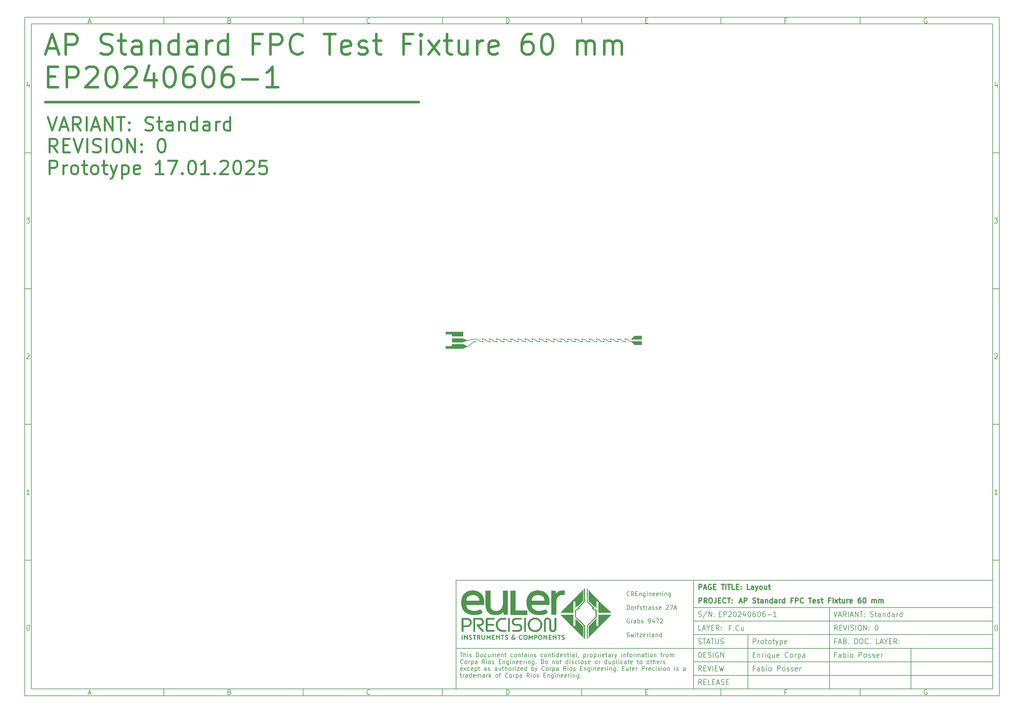
<source format=gbr>
%TF.GenerationSoftware,KiCad,Pcbnew,8.0.8-2.fc41*%
%TF.CreationDate,2025-01-26T13:38:31+01:00*%
%TF.ProjectId,0100_COVERSHEET,30313030-5f43-44f5-9645-525348454554,0*%
%TF.SameCoordinates,Original*%
%TF.FileFunction,Copper,L1,Top*%
%TF.FilePolarity,Positive*%
%FSLAX46Y46*%
G04 Gerber Fmt 4.6, Leading zero omitted, Abs format (unit mm)*
G04 Created by KiCad (PCBNEW 8.0.8-2.fc41) date 2025-01-26 13:38:31*
%MOMM*%
%LPD*%
G01*
G04 APERTURE LIST*
G04 Aperture macros list*
%AMFreePoly0*
4,1,7,1.655000,-0.675000,-1.655000,-0.675000,-1.655000,-0.085000,-3.455000,-0.085000,-3.455000,0.675000,1.655000,0.675000,1.655000,-0.675000,1.655000,-0.675000,$1*%
%AMFreePoly1*
4,1,9,1.655000,-0.675000,-1.655000,-0.675000,-1.655000,-0.665000,-3.455000,-0.665000,-3.455000,0.085000,-1.655000,0.085000,-1.655000,0.675000,1.655000,0.675000,1.655000,-0.675000,1.655000,-0.675000,$1*%
G04 Aperture macros list end*
%ADD10C,0.100000*%
%ADD11C,0.150000*%
%ADD12C,0.300000*%
%ADD13C,0.750000*%
%ADD14C,0.600000*%
%ADD15C,0.000001*%
%TA.AperFunction,Conductor*%
%ADD16C,0.000000*%
%TD*%
%ADD17C,0.200000*%
%TA.AperFunction,NonConductor*%
%ADD18C,0.200000*%
%TD*%
%TA.AperFunction,SMDPad,CuDef*%
%ADD19R,3.100000X1.160000*%
%TD*%
%TA.AperFunction,SMDPad,CuDef*%
%ADD20FreePoly0,0.000000*%
%TD*%
%TA.AperFunction,SMDPad,CuDef*%
%ADD21FreePoly1,0.000000*%
%TD*%
%TA.AperFunction,ViaPad*%
%ADD22C,0.400000*%
%TD*%
%TA.AperFunction,Conductor*%
%ADD23C,0.200000*%
%TD*%
G04 APERTURE END LIST*
D10*
D11*
X7000000Y-203000000D02*
X290000000Y-203000000D01*
X290000000Y-7000000D01*
X7000000Y-7000000D01*
X7000000Y-203000000D01*
D10*
D11*
X132000000Y-171000000D02*
X290000000Y-171000000D01*
X290000000Y-203000000D01*
X132000000Y-203000000D01*
X132000000Y-171000000D01*
D10*
D11*
X202000000Y-203000000D02*
X202000000Y-171000000D01*
D10*
D11*
X290000000Y-199000000D02*
X202000000Y-199000000D01*
D10*
D11*
X290000000Y-195000000D02*
X202000000Y-195000000D01*
D10*
D11*
X290000000Y-191000000D02*
X201000000Y-191000000D01*
D10*
D11*
X290000000Y-187000000D02*
X202000000Y-187000000D01*
D10*
D11*
X290000000Y-183000000D02*
X202000000Y-183000000D01*
D10*
D11*
X290000000Y-179000000D02*
X202000000Y-179000000D01*
D10*
D11*
X266000000Y-203000000D02*
X266000000Y-191000000D01*
D10*
D11*
X242000000Y-203000000D02*
X242000000Y-179000000D01*
D10*
D11*
X218000000Y-203000000D02*
X218000000Y-187000000D01*
D10*
D12*
X203556710Y-173685528D02*
X203556710Y-172185528D01*
X203556710Y-172185528D02*
X204128139Y-172185528D01*
X204128139Y-172185528D02*
X204270996Y-172256957D01*
X204270996Y-172256957D02*
X204342425Y-172328385D01*
X204342425Y-172328385D02*
X204413853Y-172471242D01*
X204413853Y-172471242D02*
X204413853Y-172685528D01*
X204413853Y-172685528D02*
X204342425Y-172828385D01*
X204342425Y-172828385D02*
X204270996Y-172899814D01*
X204270996Y-172899814D02*
X204128139Y-172971242D01*
X204128139Y-172971242D02*
X203556710Y-172971242D01*
X204985282Y-173256957D02*
X205699568Y-173256957D01*
X204842425Y-173685528D02*
X205342425Y-172185528D01*
X205342425Y-172185528D02*
X205842425Y-173685528D01*
X207128139Y-172256957D02*
X206985282Y-172185528D01*
X206985282Y-172185528D02*
X206770996Y-172185528D01*
X206770996Y-172185528D02*
X206556710Y-172256957D01*
X206556710Y-172256957D02*
X206413853Y-172399814D01*
X206413853Y-172399814D02*
X206342424Y-172542671D01*
X206342424Y-172542671D02*
X206270996Y-172828385D01*
X206270996Y-172828385D02*
X206270996Y-173042671D01*
X206270996Y-173042671D02*
X206342424Y-173328385D01*
X206342424Y-173328385D02*
X206413853Y-173471242D01*
X206413853Y-173471242D02*
X206556710Y-173614100D01*
X206556710Y-173614100D02*
X206770996Y-173685528D01*
X206770996Y-173685528D02*
X206913853Y-173685528D01*
X206913853Y-173685528D02*
X207128139Y-173614100D01*
X207128139Y-173614100D02*
X207199567Y-173542671D01*
X207199567Y-173542671D02*
X207199567Y-173042671D01*
X207199567Y-173042671D02*
X206913853Y-173042671D01*
X207842424Y-172899814D02*
X208342424Y-172899814D01*
X208556710Y-173685528D02*
X207842424Y-173685528D01*
X207842424Y-173685528D02*
X207842424Y-172185528D01*
X207842424Y-172185528D02*
X208556710Y-172185528D01*
X210128139Y-172185528D02*
X210985282Y-172185528D01*
X210556710Y-173685528D02*
X210556710Y-172185528D01*
X211485281Y-173685528D02*
X211485281Y-172185528D01*
X211985282Y-172185528D02*
X212842425Y-172185528D01*
X212413853Y-173685528D02*
X212413853Y-172185528D01*
X214056710Y-173685528D02*
X213342424Y-173685528D01*
X213342424Y-173685528D02*
X213342424Y-172185528D01*
X214556710Y-172899814D02*
X215056710Y-172899814D01*
X215270996Y-173685528D02*
X214556710Y-173685528D01*
X214556710Y-173685528D02*
X214556710Y-172185528D01*
X214556710Y-172185528D02*
X215270996Y-172185528D01*
X215913853Y-173542671D02*
X215985282Y-173614100D01*
X215985282Y-173614100D02*
X215913853Y-173685528D01*
X215913853Y-173685528D02*
X215842425Y-173614100D01*
X215842425Y-173614100D02*
X215913853Y-173542671D01*
X215913853Y-173542671D02*
X215913853Y-173685528D01*
X215913853Y-172756957D02*
X215985282Y-172828385D01*
X215985282Y-172828385D02*
X215913853Y-172899814D01*
X215913853Y-172899814D02*
X215842425Y-172828385D01*
X215842425Y-172828385D02*
X215913853Y-172756957D01*
X215913853Y-172756957D02*
X215913853Y-172899814D01*
X218485282Y-173685528D02*
X217770996Y-173685528D01*
X217770996Y-173685528D02*
X217770996Y-172185528D01*
X219628140Y-173685528D02*
X219628140Y-172899814D01*
X219628140Y-172899814D02*
X219556711Y-172756957D01*
X219556711Y-172756957D02*
X219413854Y-172685528D01*
X219413854Y-172685528D02*
X219128140Y-172685528D01*
X219128140Y-172685528D02*
X218985282Y-172756957D01*
X219628140Y-173614100D02*
X219485282Y-173685528D01*
X219485282Y-173685528D02*
X219128140Y-173685528D01*
X219128140Y-173685528D02*
X218985282Y-173614100D01*
X218985282Y-173614100D02*
X218913854Y-173471242D01*
X218913854Y-173471242D02*
X218913854Y-173328385D01*
X218913854Y-173328385D02*
X218985282Y-173185528D01*
X218985282Y-173185528D02*
X219128140Y-173114100D01*
X219128140Y-173114100D02*
X219485282Y-173114100D01*
X219485282Y-173114100D02*
X219628140Y-173042671D01*
X220199568Y-172685528D02*
X220556711Y-173685528D01*
X220913854Y-172685528D02*
X220556711Y-173685528D01*
X220556711Y-173685528D02*
X220413854Y-174042671D01*
X220413854Y-174042671D02*
X220342425Y-174114100D01*
X220342425Y-174114100D02*
X220199568Y-174185528D01*
X221699568Y-173685528D02*
X221556711Y-173614100D01*
X221556711Y-173614100D02*
X221485282Y-173542671D01*
X221485282Y-173542671D02*
X221413854Y-173399814D01*
X221413854Y-173399814D02*
X221413854Y-172971242D01*
X221413854Y-172971242D02*
X221485282Y-172828385D01*
X221485282Y-172828385D02*
X221556711Y-172756957D01*
X221556711Y-172756957D02*
X221699568Y-172685528D01*
X221699568Y-172685528D02*
X221913854Y-172685528D01*
X221913854Y-172685528D02*
X222056711Y-172756957D01*
X222056711Y-172756957D02*
X222128140Y-172828385D01*
X222128140Y-172828385D02*
X222199568Y-172971242D01*
X222199568Y-172971242D02*
X222199568Y-173399814D01*
X222199568Y-173399814D02*
X222128140Y-173542671D01*
X222128140Y-173542671D02*
X222056711Y-173614100D01*
X222056711Y-173614100D02*
X221913854Y-173685528D01*
X221913854Y-173685528D02*
X221699568Y-173685528D01*
X223485283Y-172685528D02*
X223485283Y-173685528D01*
X222842425Y-172685528D02*
X222842425Y-173471242D01*
X222842425Y-173471242D02*
X222913854Y-173614100D01*
X222913854Y-173614100D02*
X223056711Y-173685528D01*
X223056711Y-173685528D02*
X223270997Y-173685528D01*
X223270997Y-173685528D02*
X223413854Y-173614100D01*
X223413854Y-173614100D02*
X223485283Y-173542671D01*
X223985283Y-172685528D02*
X224556711Y-172685528D01*
X224199568Y-172185528D02*
X224199568Y-173471242D01*
X224199568Y-173471242D02*
X224270997Y-173614100D01*
X224270997Y-173614100D02*
X224413854Y-173685528D01*
X224413854Y-173685528D02*
X224556711Y-173685528D01*
D10*
D11*
X201000000Y-191000000D02*
X132000000Y-191000000D01*
D10*
D12*
X203554510Y-177678328D02*
X203554510Y-176178328D01*
X203554510Y-176178328D02*
X204125939Y-176178328D01*
X204125939Y-176178328D02*
X204268796Y-176249757D01*
X204268796Y-176249757D02*
X204340225Y-176321185D01*
X204340225Y-176321185D02*
X204411653Y-176464042D01*
X204411653Y-176464042D02*
X204411653Y-176678328D01*
X204411653Y-176678328D02*
X204340225Y-176821185D01*
X204340225Y-176821185D02*
X204268796Y-176892614D01*
X204268796Y-176892614D02*
X204125939Y-176964042D01*
X204125939Y-176964042D02*
X203554510Y-176964042D01*
X205911653Y-177678328D02*
X205411653Y-176964042D01*
X205054510Y-177678328D02*
X205054510Y-176178328D01*
X205054510Y-176178328D02*
X205625939Y-176178328D01*
X205625939Y-176178328D02*
X205768796Y-176249757D01*
X205768796Y-176249757D02*
X205840225Y-176321185D01*
X205840225Y-176321185D02*
X205911653Y-176464042D01*
X205911653Y-176464042D02*
X205911653Y-176678328D01*
X205911653Y-176678328D02*
X205840225Y-176821185D01*
X205840225Y-176821185D02*
X205768796Y-176892614D01*
X205768796Y-176892614D02*
X205625939Y-176964042D01*
X205625939Y-176964042D02*
X205054510Y-176964042D01*
X206840225Y-176178328D02*
X207125939Y-176178328D01*
X207125939Y-176178328D02*
X207268796Y-176249757D01*
X207268796Y-176249757D02*
X207411653Y-176392614D01*
X207411653Y-176392614D02*
X207483082Y-176678328D01*
X207483082Y-176678328D02*
X207483082Y-177178328D01*
X207483082Y-177178328D02*
X207411653Y-177464042D01*
X207411653Y-177464042D02*
X207268796Y-177606900D01*
X207268796Y-177606900D02*
X207125939Y-177678328D01*
X207125939Y-177678328D02*
X206840225Y-177678328D01*
X206840225Y-177678328D02*
X206697368Y-177606900D01*
X206697368Y-177606900D02*
X206554510Y-177464042D01*
X206554510Y-177464042D02*
X206483082Y-177178328D01*
X206483082Y-177178328D02*
X206483082Y-176678328D01*
X206483082Y-176678328D02*
X206554510Y-176392614D01*
X206554510Y-176392614D02*
X206697368Y-176249757D01*
X206697368Y-176249757D02*
X206840225Y-176178328D01*
X208554511Y-176178328D02*
X208554511Y-177249757D01*
X208554511Y-177249757D02*
X208483082Y-177464042D01*
X208483082Y-177464042D02*
X208340225Y-177606900D01*
X208340225Y-177606900D02*
X208125939Y-177678328D01*
X208125939Y-177678328D02*
X207983082Y-177678328D01*
X209268796Y-176892614D02*
X209768796Y-176892614D01*
X209983082Y-177678328D02*
X209268796Y-177678328D01*
X209268796Y-177678328D02*
X209268796Y-176178328D01*
X209268796Y-176178328D02*
X209983082Y-176178328D01*
X211483082Y-177535471D02*
X211411654Y-177606900D01*
X211411654Y-177606900D02*
X211197368Y-177678328D01*
X211197368Y-177678328D02*
X211054511Y-177678328D01*
X211054511Y-177678328D02*
X210840225Y-177606900D01*
X210840225Y-177606900D02*
X210697368Y-177464042D01*
X210697368Y-177464042D02*
X210625939Y-177321185D01*
X210625939Y-177321185D02*
X210554511Y-177035471D01*
X210554511Y-177035471D02*
X210554511Y-176821185D01*
X210554511Y-176821185D02*
X210625939Y-176535471D01*
X210625939Y-176535471D02*
X210697368Y-176392614D01*
X210697368Y-176392614D02*
X210840225Y-176249757D01*
X210840225Y-176249757D02*
X211054511Y-176178328D01*
X211054511Y-176178328D02*
X211197368Y-176178328D01*
X211197368Y-176178328D02*
X211411654Y-176249757D01*
X211411654Y-176249757D02*
X211483082Y-176321185D01*
X211911654Y-176178328D02*
X212768797Y-176178328D01*
X212340225Y-177678328D02*
X212340225Y-176178328D01*
X213268796Y-177535471D02*
X213340225Y-177606900D01*
X213340225Y-177606900D02*
X213268796Y-177678328D01*
X213268796Y-177678328D02*
X213197368Y-177606900D01*
X213197368Y-177606900D02*
X213268796Y-177535471D01*
X213268796Y-177535471D02*
X213268796Y-177678328D01*
X213268796Y-176749757D02*
X213340225Y-176821185D01*
X213340225Y-176821185D02*
X213268796Y-176892614D01*
X213268796Y-176892614D02*
X213197368Y-176821185D01*
X213197368Y-176821185D02*
X213268796Y-176749757D01*
X213268796Y-176749757D02*
X213268796Y-176892614D01*
D10*
D11*
X203384398Y-181614700D02*
X203598684Y-181686128D01*
X203598684Y-181686128D02*
X203955826Y-181686128D01*
X203955826Y-181686128D02*
X204098684Y-181614700D01*
X204098684Y-181614700D02*
X204170112Y-181543271D01*
X204170112Y-181543271D02*
X204241541Y-181400414D01*
X204241541Y-181400414D02*
X204241541Y-181257557D01*
X204241541Y-181257557D02*
X204170112Y-181114700D01*
X204170112Y-181114700D02*
X204098684Y-181043271D01*
X204098684Y-181043271D02*
X203955826Y-180971842D01*
X203955826Y-180971842D02*
X203670112Y-180900414D01*
X203670112Y-180900414D02*
X203527255Y-180828985D01*
X203527255Y-180828985D02*
X203455826Y-180757557D01*
X203455826Y-180757557D02*
X203384398Y-180614700D01*
X203384398Y-180614700D02*
X203384398Y-180471842D01*
X203384398Y-180471842D02*
X203455826Y-180328985D01*
X203455826Y-180328985D02*
X203527255Y-180257557D01*
X203527255Y-180257557D02*
X203670112Y-180186128D01*
X203670112Y-180186128D02*
X204027255Y-180186128D01*
X204027255Y-180186128D02*
X204241541Y-180257557D01*
X205955826Y-180114700D02*
X204670112Y-182043271D01*
X206455826Y-181686128D02*
X206455826Y-180186128D01*
X206455826Y-180186128D02*
X207312969Y-181686128D01*
X207312969Y-181686128D02*
X207312969Y-180186128D01*
X208027255Y-181543271D02*
X208098684Y-181614700D01*
X208098684Y-181614700D02*
X208027255Y-181686128D01*
X208027255Y-181686128D02*
X207955827Y-181614700D01*
X207955827Y-181614700D02*
X208027255Y-181543271D01*
X208027255Y-181543271D02*
X208027255Y-181686128D01*
X208027255Y-180757557D02*
X208098684Y-180828985D01*
X208098684Y-180828985D02*
X208027255Y-180900414D01*
X208027255Y-180900414D02*
X207955827Y-180828985D01*
X207955827Y-180828985D02*
X208027255Y-180757557D01*
X208027255Y-180757557D02*
X208027255Y-180900414D01*
D10*
D11*
X203455826Y-193686128D02*
X203455826Y-192186128D01*
X203455826Y-192186128D02*
X203812969Y-192186128D01*
X203812969Y-192186128D02*
X204027255Y-192257557D01*
X204027255Y-192257557D02*
X204170112Y-192400414D01*
X204170112Y-192400414D02*
X204241541Y-192543271D01*
X204241541Y-192543271D02*
X204312969Y-192828985D01*
X204312969Y-192828985D02*
X204312969Y-193043271D01*
X204312969Y-193043271D02*
X204241541Y-193328985D01*
X204241541Y-193328985D02*
X204170112Y-193471842D01*
X204170112Y-193471842D02*
X204027255Y-193614700D01*
X204027255Y-193614700D02*
X203812969Y-193686128D01*
X203812969Y-193686128D02*
X203455826Y-193686128D01*
X204955826Y-192900414D02*
X205455826Y-192900414D01*
X205670112Y-193686128D02*
X204955826Y-193686128D01*
X204955826Y-193686128D02*
X204955826Y-192186128D01*
X204955826Y-192186128D02*
X205670112Y-192186128D01*
X206241541Y-193614700D02*
X206455827Y-193686128D01*
X206455827Y-193686128D02*
X206812969Y-193686128D01*
X206812969Y-193686128D02*
X206955827Y-193614700D01*
X206955827Y-193614700D02*
X207027255Y-193543271D01*
X207027255Y-193543271D02*
X207098684Y-193400414D01*
X207098684Y-193400414D02*
X207098684Y-193257557D01*
X207098684Y-193257557D02*
X207027255Y-193114700D01*
X207027255Y-193114700D02*
X206955827Y-193043271D01*
X206955827Y-193043271D02*
X206812969Y-192971842D01*
X206812969Y-192971842D02*
X206527255Y-192900414D01*
X206527255Y-192900414D02*
X206384398Y-192828985D01*
X206384398Y-192828985D02*
X206312969Y-192757557D01*
X206312969Y-192757557D02*
X206241541Y-192614700D01*
X206241541Y-192614700D02*
X206241541Y-192471842D01*
X206241541Y-192471842D02*
X206312969Y-192328985D01*
X206312969Y-192328985D02*
X206384398Y-192257557D01*
X206384398Y-192257557D02*
X206527255Y-192186128D01*
X206527255Y-192186128D02*
X206884398Y-192186128D01*
X206884398Y-192186128D02*
X207098684Y-192257557D01*
X207741540Y-193686128D02*
X207741540Y-192186128D01*
X209241541Y-192257557D02*
X209098684Y-192186128D01*
X209098684Y-192186128D02*
X208884398Y-192186128D01*
X208884398Y-192186128D02*
X208670112Y-192257557D01*
X208670112Y-192257557D02*
X208527255Y-192400414D01*
X208527255Y-192400414D02*
X208455826Y-192543271D01*
X208455826Y-192543271D02*
X208384398Y-192828985D01*
X208384398Y-192828985D02*
X208384398Y-193043271D01*
X208384398Y-193043271D02*
X208455826Y-193328985D01*
X208455826Y-193328985D02*
X208527255Y-193471842D01*
X208527255Y-193471842D02*
X208670112Y-193614700D01*
X208670112Y-193614700D02*
X208884398Y-193686128D01*
X208884398Y-193686128D02*
X209027255Y-193686128D01*
X209027255Y-193686128D02*
X209241541Y-193614700D01*
X209241541Y-193614700D02*
X209312969Y-193543271D01*
X209312969Y-193543271D02*
X209312969Y-193043271D01*
X209312969Y-193043271D02*
X209027255Y-193043271D01*
X209955826Y-193686128D02*
X209955826Y-192186128D01*
X209955826Y-192186128D02*
X210812969Y-193686128D01*
X210812969Y-193686128D02*
X210812969Y-192186128D01*
D10*
D11*
X204312969Y-197686128D02*
X203812969Y-196971842D01*
X203455826Y-197686128D02*
X203455826Y-196186128D01*
X203455826Y-196186128D02*
X204027255Y-196186128D01*
X204027255Y-196186128D02*
X204170112Y-196257557D01*
X204170112Y-196257557D02*
X204241541Y-196328985D01*
X204241541Y-196328985D02*
X204312969Y-196471842D01*
X204312969Y-196471842D02*
X204312969Y-196686128D01*
X204312969Y-196686128D02*
X204241541Y-196828985D01*
X204241541Y-196828985D02*
X204170112Y-196900414D01*
X204170112Y-196900414D02*
X204027255Y-196971842D01*
X204027255Y-196971842D02*
X203455826Y-196971842D01*
X204955826Y-196900414D02*
X205455826Y-196900414D01*
X205670112Y-197686128D02*
X204955826Y-197686128D01*
X204955826Y-197686128D02*
X204955826Y-196186128D01*
X204955826Y-196186128D02*
X205670112Y-196186128D01*
X206098684Y-196186128D02*
X206598684Y-197686128D01*
X206598684Y-197686128D02*
X207098684Y-196186128D01*
X207598683Y-197686128D02*
X207598683Y-196186128D01*
X208312969Y-196900414D02*
X208812969Y-196900414D01*
X209027255Y-197686128D02*
X208312969Y-197686128D01*
X208312969Y-197686128D02*
X208312969Y-196186128D01*
X208312969Y-196186128D02*
X209027255Y-196186128D01*
X209527255Y-196186128D02*
X209884398Y-197686128D01*
X209884398Y-197686128D02*
X210170112Y-196614700D01*
X210170112Y-196614700D02*
X210455827Y-197686128D01*
X210455827Y-197686128D02*
X210812970Y-196186128D01*
D10*
D11*
X204312969Y-201686128D02*
X203812969Y-200971842D01*
X203455826Y-201686128D02*
X203455826Y-200186128D01*
X203455826Y-200186128D02*
X204027255Y-200186128D01*
X204027255Y-200186128D02*
X204170112Y-200257557D01*
X204170112Y-200257557D02*
X204241541Y-200328985D01*
X204241541Y-200328985D02*
X204312969Y-200471842D01*
X204312969Y-200471842D02*
X204312969Y-200686128D01*
X204312969Y-200686128D02*
X204241541Y-200828985D01*
X204241541Y-200828985D02*
X204170112Y-200900414D01*
X204170112Y-200900414D02*
X204027255Y-200971842D01*
X204027255Y-200971842D02*
X203455826Y-200971842D01*
X204955826Y-200900414D02*
X205455826Y-200900414D01*
X205670112Y-201686128D02*
X204955826Y-201686128D01*
X204955826Y-201686128D02*
X204955826Y-200186128D01*
X204955826Y-200186128D02*
X205670112Y-200186128D01*
X207027255Y-201686128D02*
X206312969Y-201686128D01*
X206312969Y-201686128D02*
X206312969Y-200186128D01*
X207527255Y-200900414D02*
X208027255Y-200900414D01*
X208241541Y-201686128D02*
X207527255Y-201686128D01*
X207527255Y-201686128D02*
X207527255Y-200186128D01*
X207527255Y-200186128D02*
X208241541Y-200186128D01*
X208812970Y-201257557D02*
X209527256Y-201257557D01*
X208670113Y-201686128D02*
X209170113Y-200186128D01*
X209170113Y-200186128D02*
X209670113Y-201686128D01*
X210098684Y-201614700D02*
X210312970Y-201686128D01*
X210312970Y-201686128D02*
X210670112Y-201686128D01*
X210670112Y-201686128D02*
X210812970Y-201614700D01*
X210812970Y-201614700D02*
X210884398Y-201543271D01*
X210884398Y-201543271D02*
X210955827Y-201400414D01*
X210955827Y-201400414D02*
X210955827Y-201257557D01*
X210955827Y-201257557D02*
X210884398Y-201114700D01*
X210884398Y-201114700D02*
X210812970Y-201043271D01*
X210812970Y-201043271D02*
X210670112Y-200971842D01*
X210670112Y-200971842D02*
X210384398Y-200900414D01*
X210384398Y-200900414D02*
X210241541Y-200828985D01*
X210241541Y-200828985D02*
X210170112Y-200757557D01*
X210170112Y-200757557D02*
X210098684Y-200614700D01*
X210098684Y-200614700D02*
X210098684Y-200471842D01*
X210098684Y-200471842D02*
X210170112Y-200328985D01*
X210170112Y-200328985D02*
X210241541Y-200257557D01*
X210241541Y-200257557D02*
X210384398Y-200186128D01*
X210384398Y-200186128D02*
X210741541Y-200186128D01*
X210741541Y-200186128D02*
X210955827Y-200257557D01*
X211598683Y-200900414D02*
X212098683Y-200900414D01*
X212312969Y-201686128D02*
X211598683Y-201686128D01*
X211598683Y-201686128D02*
X211598683Y-200186128D01*
X211598683Y-200186128D02*
X212312969Y-200186128D01*
D10*
D11*
X243241541Y-180186128D02*
X243741541Y-181686128D01*
X243741541Y-181686128D02*
X244241541Y-180186128D01*
X244670112Y-181257557D02*
X245384398Y-181257557D01*
X244527255Y-181686128D02*
X245027255Y-180186128D01*
X245027255Y-180186128D02*
X245527255Y-181686128D01*
X246884397Y-181686128D02*
X246384397Y-180971842D01*
X246027254Y-181686128D02*
X246027254Y-180186128D01*
X246027254Y-180186128D02*
X246598683Y-180186128D01*
X246598683Y-180186128D02*
X246741540Y-180257557D01*
X246741540Y-180257557D02*
X246812969Y-180328985D01*
X246812969Y-180328985D02*
X246884397Y-180471842D01*
X246884397Y-180471842D02*
X246884397Y-180686128D01*
X246884397Y-180686128D02*
X246812969Y-180828985D01*
X246812969Y-180828985D02*
X246741540Y-180900414D01*
X246741540Y-180900414D02*
X246598683Y-180971842D01*
X246598683Y-180971842D02*
X246027254Y-180971842D01*
X247527254Y-181686128D02*
X247527254Y-180186128D01*
X248170112Y-181257557D02*
X248884398Y-181257557D01*
X248027255Y-181686128D02*
X248527255Y-180186128D01*
X248527255Y-180186128D02*
X249027255Y-181686128D01*
X249527254Y-181686128D02*
X249527254Y-180186128D01*
X249527254Y-180186128D02*
X250384397Y-181686128D01*
X250384397Y-181686128D02*
X250384397Y-180186128D01*
X250884398Y-180186128D02*
X251741541Y-180186128D01*
X251312969Y-181686128D02*
X251312969Y-180186128D01*
X252241540Y-181543271D02*
X252312969Y-181614700D01*
X252312969Y-181614700D02*
X252241540Y-181686128D01*
X252241540Y-181686128D02*
X252170112Y-181614700D01*
X252170112Y-181614700D02*
X252241540Y-181543271D01*
X252241540Y-181543271D02*
X252241540Y-181686128D01*
X252241540Y-180757557D02*
X252312969Y-180828985D01*
X252312969Y-180828985D02*
X252241540Y-180900414D01*
X252241540Y-180900414D02*
X252170112Y-180828985D01*
X252170112Y-180828985D02*
X252241540Y-180757557D01*
X252241540Y-180757557D02*
X252241540Y-180900414D01*
X254027255Y-181614700D02*
X254241541Y-181686128D01*
X254241541Y-181686128D02*
X254598683Y-181686128D01*
X254598683Y-181686128D02*
X254741541Y-181614700D01*
X254741541Y-181614700D02*
X254812969Y-181543271D01*
X254812969Y-181543271D02*
X254884398Y-181400414D01*
X254884398Y-181400414D02*
X254884398Y-181257557D01*
X254884398Y-181257557D02*
X254812969Y-181114700D01*
X254812969Y-181114700D02*
X254741541Y-181043271D01*
X254741541Y-181043271D02*
X254598683Y-180971842D01*
X254598683Y-180971842D02*
X254312969Y-180900414D01*
X254312969Y-180900414D02*
X254170112Y-180828985D01*
X254170112Y-180828985D02*
X254098683Y-180757557D01*
X254098683Y-180757557D02*
X254027255Y-180614700D01*
X254027255Y-180614700D02*
X254027255Y-180471842D01*
X254027255Y-180471842D02*
X254098683Y-180328985D01*
X254098683Y-180328985D02*
X254170112Y-180257557D01*
X254170112Y-180257557D02*
X254312969Y-180186128D01*
X254312969Y-180186128D02*
X254670112Y-180186128D01*
X254670112Y-180186128D02*
X254884398Y-180257557D01*
X255312969Y-180686128D02*
X255884397Y-180686128D01*
X255527254Y-180186128D02*
X255527254Y-181471842D01*
X255527254Y-181471842D02*
X255598683Y-181614700D01*
X255598683Y-181614700D02*
X255741540Y-181686128D01*
X255741540Y-181686128D02*
X255884397Y-181686128D01*
X257027255Y-181686128D02*
X257027255Y-180900414D01*
X257027255Y-180900414D02*
X256955826Y-180757557D01*
X256955826Y-180757557D02*
X256812969Y-180686128D01*
X256812969Y-180686128D02*
X256527255Y-180686128D01*
X256527255Y-180686128D02*
X256384397Y-180757557D01*
X257027255Y-181614700D02*
X256884397Y-181686128D01*
X256884397Y-181686128D02*
X256527255Y-181686128D01*
X256527255Y-181686128D02*
X256384397Y-181614700D01*
X256384397Y-181614700D02*
X256312969Y-181471842D01*
X256312969Y-181471842D02*
X256312969Y-181328985D01*
X256312969Y-181328985D02*
X256384397Y-181186128D01*
X256384397Y-181186128D02*
X256527255Y-181114700D01*
X256527255Y-181114700D02*
X256884397Y-181114700D01*
X256884397Y-181114700D02*
X257027255Y-181043271D01*
X257741540Y-180686128D02*
X257741540Y-181686128D01*
X257741540Y-180828985D02*
X257812969Y-180757557D01*
X257812969Y-180757557D02*
X257955826Y-180686128D01*
X257955826Y-180686128D02*
X258170112Y-180686128D01*
X258170112Y-180686128D02*
X258312969Y-180757557D01*
X258312969Y-180757557D02*
X258384398Y-180900414D01*
X258384398Y-180900414D02*
X258384398Y-181686128D01*
X259741541Y-181686128D02*
X259741541Y-180186128D01*
X259741541Y-181614700D02*
X259598683Y-181686128D01*
X259598683Y-181686128D02*
X259312969Y-181686128D01*
X259312969Y-181686128D02*
X259170112Y-181614700D01*
X259170112Y-181614700D02*
X259098683Y-181543271D01*
X259098683Y-181543271D02*
X259027255Y-181400414D01*
X259027255Y-181400414D02*
X259027255Y-180971842D01*
X259027255Y-180971842D02*
X259098683Y-180828985D01*
X259098683Y-180828985D02*
X259170112Y-180757557D01*
X259170112Y-180757557D02*
X259312969Y-180686128D01*
X259312969Y-180686128D02*
X259598683Y-180686128D01*
X259598683Y-180686128D02*
X259741541Y-180757557D01*
X261098684Y-181686128D02*
X261098684Y-180900414D01*
X261098684Y-180900414D02*
X261027255Y-180757557D01*
X261027255Y-180757557D02*
X260884398Y-180686128D01*
X260884398Y-180686128D02*
X260598684Y-180686128D01*
X260598684Y-180686128D02*
X260455826Y-180757557D01*
X261098684Y-181614700D02*
X260955826Y-181686128D01*
X260955826Y-181686128D02*
X260598684Y-181686128D01*
X260598684Y-181686128D02*
X260455826Y-181614700D01*
X260455826Y-181614700D02*
X260384398Y-181471842D01*
X260384398Y-181471842D02*
X260384398Y-181328985D01*
X260384398Y-181328985D02*
X260455826Y-181186128D01*
X260455826Y-181186128D02*
X260598684Y-181114700D01*
X260598684Y-181114700D02*
X260955826Y-181114700D01*
X260955826Y-181114700D02*
X261098684Y-181043271D01*
X261812969Y-181686128D02*
X261812969Y-180686128D01*
X261812969Y-180971842D02*
X261884398Y-180828985D01*
X261884398Y-180828985D02*
X261955827Y-180757557D01*
X261955827Y-180757557D02*
X262098684Y-180686128D01*
X262098684Y-180686128D02*
X262241541Y-180686128D01*
X263384398Y-181686128D02*
X263384398Y-180186128D01*
X263384398Y-181614700D02*
X263241540Y-181686128D01*
X263241540Y-181686128D02*
X262955826Y-181686128D01*
X262955826Y-181686128D02*
X262812969Y-181614700D01*
X262812969Y-181614700D02*
X262741540Y-181543271D01*
X262741540Y-181543271D02*
X262670112Y-181400414D01*
X262670112Y-181400414D02*
X262670112Y-180971842D01*
X262670112Y-180971842D02*
X262741540Y-180828985D01*
X262741540Y-180828985D02*
X262812969Y-180757557D01*
X262812969Y-180757557D02*
X262955826Y-180686128D01*
X262955826Y-180686128D02*
X263241540Y-180686128D01*
X263241540Y-180686128D02*
X263384398Y-180757557D01*
D10*
D11*
X244312969Y-185686128D02*
X243812969Y-184971842D01*
X243455826Y-185686128D02*
X243455826Y-184186128D01*
X243455826Y-184186128D02*
X244027255Y-184186128D01*
X244027255Y-184186128D02*
X244170112Y-184257557D01*
X244170112Y-184257557D02*
X244241541Y-184328985D01*
X244241541Y-184328985D02*
X244312969Y-184471842D01*
X244312969Y-184471842D02*
X244312969Y-184686128D01*
X244312969Y-184686128D02*
X244241541Y-184828985D01*
X244241541Y-184828985D02*
X244170112Y-184900414D01*
X244170112Y-184900414D02*
X244027255Y-184971842D01*
X244027255Y-184971842D02*
X243455826Y-184971842D01*
X244955826Y-184900414D02*
X245455826Y-184900414D01*
X245670112Y-185686128D02*
X244955826Y-185686128D01*
X244955826Y-185686128D02*
X244955826Y-184186128D01*
X244955826Y-184186128D02*
X245670112Y-184186128D01*
X246098684Y-184186128D02*
X246598684Y-185686128D01*
X246598684Y-185686128D02*
X247098684Y-184186128D01*
X247598683Y-185686128D02*
X247598683Y-184186128D01*
X248241541Y-185614700D02*
X248455827Y-185686128D01*
X248455827Y-185686128D02*
X248812969Y-185686128D01*
X248812969Y-185686128D02*
X248955827Y-185614700D01*
X248955827Y-185614700D02*
X249027255Y-185543271D01*
X249027255Y-185543271D02*
X249098684Y-185400414D01*
X249098684Y-185400414D02*
X249098684Y-185257557D01*
X249098684Y-185257557D02*
X249027255Y-185114700D01*
X249027255Y-185114700D02*
X248955827Y-185043271D01*
X248955827Y-185043271D02*
X248812969Y-184971842D01*
X248812969Y-184971842D02*
X248527255Y-184900414D01*
X248527255Y-184900414D02*
X248384398Y-184828985D01*
X248384398Y-184828985D02*
X248312969Y-184757557D01*
X248312969Y-184757557D02*
X248241541Y-184614700D01*
X248241541Y-184614700D02*
X248241541Y-184471842D01*
X248241541Y-184471842D02*
X248312969Y-184328985D01*
X248312969Y-184328985D02*
X248384398Y-184257557D01*
X248384398Y-184257557D02*
X248527255Y-184186128D01*
X248527255Y-184186128D02*
X248884398Y-184186128D01*
X248884398Y-184186128D02*
X249098684Y-184257557D01*
X249741540Y-185686128D02*
X249741540Y-184186128D01*
X250741541Y-184186128D02*
X251027255Y-184186128D01*
X251027255Y-184186128D02*
X251170112Y-184257557D01*
X251170112Y-184257557D02*
X251312969Y-184400414D01*
X251312969Y-184400414D02*
X251384398Y-184686128D01*
X251384398Y-184686128D02*
X251384398Y-185186128D01*
X251384398Y-185186128D02*
X251312969Y-185471842D01*
X251312969Y-185471842D02*
X251170112Y-185614700D01*
X251170112Y-185614700D02*
X251027255Y-185686128D01*
X251027255Y-185686128D02*
X250741541Y-185686128D01*
X250741541Y-185686128D02*
X250598684Y-185614700D01*
X250598684Y-185614700D02*
X250455826Y-185471842D01*
X250455826Y-185471842D02*
X250384398Y-185186128D01*
X250384398Y-185186128D02*
X250384398Y-184686128D01*
X250384398Y-184686128D02*
X250455826Y-184400414D01*
X250455826Y-184400414D02*
X250598684Y-184257557D01*
X250598684Y-184257557D02*
X250741541Y-184186128D01*
X252027255Y-185686128D02*
X252027255Y-184186128D01*
X252027255Y-184186128D02*
X252884398Y-185686128D01*
X252884398Y-185686128D02*
X252884398Y-184186128D01*
X253598684Y-185543271D02*
X253670113Y-185614700D01*
X253670113Y-185614700D02*
X253598684Y-185686128D01*
X253598684Y-185686128D02*
X253527256Y-185614700D01*
X253527256Y-185614700D02*
X253598684Y-185543271D01*
X253598684Y-185543271D02*
X253598684Y-185686128D01*
X253598684Y-184757557D02*
X253670113Y-184828985D01*
X253670113Y-184828985D02*
X253598684Y-184900414D01*
X253598684Y-184900414D02*
X253527256Y-184828985D01*
X253527256Y-184828985D02*
X253598684Y-184757557D01*
X253598684Y-184757557D02*
X253598684Y-184900414D01*
X255741542Y-184186128D02*
X255884399Y-184186128D01*
X255884399Y-184186128D02*
X256027256Y-184257557D01*
X256027256Y-184257557D02*
X256098685Y-184328985D01*
X256098685Y-184328985D02*
X256170113Y-184471842D01*
X256170113Y-184471842D02*
X256241542Y-184757557D01*
X256241542Y-184757557D02*
X256241542Y-185114700D01*
X256241542Y-185114700D02*
X256170113Y-185400414D01*
X256170113Y-185400414D02*
X256098685Y-185543271D01*
X256098685Y-185543271D02*
X256027256Y-185614700D01*
X256027256Y-185614700D02*
X255884399Y-185686128D01*
X255884399Y-185686128D02*
X255741542Y-185686128D01*
X255741542Y-185686128D02*
X255598685Y-185614700D01*
X255598685Y-185614700D02*
X255527256Y-185543271D01*
X255527256Y-185543271D02*
X255455827Y-185400414D01*
X255455827Y-185400414D02*
X255384399Y-185114700D01*
X255384399Y-185114700D02*
X255384399Y-184757557D01*
X255384399Y-184757557D02*
X255455827Y-184471842D01*
X255455827Y-184471842D02*
X255527256Y-184328985D01*
X255527256Y-184328985D02*
X255598685Y-184257557D01*
X255598685Y-184257557D02*
X255741542Y-184186128D01*
D10*
D11*
X203384398Y-189614700D02*
X203598684Y-189686128D01*
X203598684Y-189686128D02*
X203955826Y-189686128D01*
X203955826Y-189686128D02*
X204098684Y-189614700D01*
X204098684Y-189614700D02*
X204170112Y-189543271D01*
X204170112Y-189543271D02*
X204241541Y-189400414D01*
X204241541Y-189400414D02*
X204241541Y-189257557D01*
X204241541Y-189257557D02*
X204170112Y-189114700D01*
X204170112Y-189114700D02*
X204098684Y-189043271D01*
X204098684Y-189043271D02*
X203955826Y-188971842D01*
X203955826Y-188971842D02*
X203670112Y-188900414D01*
X203670112Y-188900414D02*
X203527255Y-188828985D01*
X203527255Y-188828985D02*
X203455826Y-188757557D01*
X203455826Y-188757557D02*
X203384398Y-188614700D01*
X203384398Y-188614700D02*
X203384398Y-188471842D01*
X203384398Y-188471842D02*
X203455826Y-188328985D01*
X203455826Y-188328985D02*
X203527255Y-188257557D01*
X203527255Y-188257557D02*
X203670112Y-188186128D01*
X203670112Y-188186128D02*
X204027255Y-188186128D01*
X204027255Y-188186128D02*
X204241541Y-188257557D01*
X204670112Y-188186128D02*
X205527255Y-188186128D01*
X205098683Y-189686128D02*
X205098683Y-188186128D01*
X205955826Y-189257557D02*
X206670112Y-189257557D01*
X205812969Y-189686128D02*
X206312969Y-188186128D01*
X206312969Y-188186128D02*
X206812969Y-189686128D01*
X207098683Y-188186128D02*
X207955826Y-188186128D01*
X207527254Y-189686128D02*
X207527254Y-188186128D01*
X208455825Y-188186128D02*
X208455825Y-189400414D01*
X208455825Y-189400414D02*
X208527254Y-189543271D01*
X208527254Y-189543271D02*
X208598683Y-189614700D01*
X208598683Y-189614700D02*
X208741540Y-189686128D01*
X208741540Y-189686128D02*
X209027254Y-189686128D01*
X209027254Y-189686128D02*
X209170111Y-189614700D01*
X209170111Y-189614700D02*
X209241540Y-189543271D01*
X209241540Y-189543271D02*
X209312968Y-189400414D01*
X209312968Y-189400414D02*
X209312968Y-188186128D01*
X209955826Y-189614700D02*
X210170112Y-189686128D01*
X210170112Y-189686128D02*
X210527254Y-189686128D01*
X210527254Y-189686128D02*
X210670112Y-189614700D01*
X210670112Y-189614700D02*
X210741540Y-189543271D01*
X210741540Y-189543271D02*
X210812969Y-189400414D01*
X210812969Y-189400414D02*
X210812969Y-189257557D01*
X210812969Y-189257557D02*
X210741540Y-189114700D01*
X210741540Y-189114700D02*
X210670112Y-189043271D01*
X210670112Y-189043271D02*
X210527254Y-188971842D01*
X210527254Y-188971842D02*
X210241540Y-188900414D01*
X210241540Y-188900414D02*
X210098683Y-188828985D01*
X210098683Y-188828985D02*
X210027254Y-188757557D01*
X210027254Y-188757557D02*
X209955826Y-188614700D01*
X209955826Y-188614700D02*
X209955826Y-188471842D01*
X209955826Y-188471842D02*
X210027254Y-188328985D01*
X210027254Y-188328985D02*
X210098683Y-188257557D01*
X210098683Y-188257557D02*
X210241540Y-188186128D01*
X210241540Y-188186128D02*
X210598683Y-188186128D01*
X210598683Y-188186128D02*
X210812969Y-188257557D01*
D10*
D11*
X219455826Y-189686128D02*
X219455826Y-188186128D01*
X219455826Y-188186128D02*
X220027255Y-188186128D01*
X220027255Y-188186128D02*
X220170112Y-188257557D01*
X220170112Y-188257557D02*
X220241541Y-188328985D01*
X220241541Y-188328985D02*
X220312969Y-188471842D01*
X220312969Y-188471842D02*
X220312969Y-188686128D01*
X220312969Y-188686128D02*
X220241541Y-188828985D01*
X220241541Y-188828985D02*
X220170112Y-188900414D01*
X220170112Y-188900414D02*
X220027255Y-188971842D01*
X220027255Y-188971842D02*
X219455826Y-188971842D01*
X220955826Y-189686128D02*
X220955826Y-188686128D01*
X220955826Y-188971842D02*
X221027255Y-188828985D01*
X221027255Y-188828985D02*
X221098684Y-188757557D01*
X221098684Y-188757557D02*
X221241541Y-188686128D01*
X221241541Y-188686128D02*
X221384398Y-188686128D01*
X222098683Y-189686128D02*
X221955826Y-189614700D01*
X221955826Y-189614700D02*
X221884397Y-189543271D01*
X221884397Y-189543271D02*
X221812969Y-189400414D01*
X221812969Y-189400414D02*
X221812969Y-188971842D01*
X221812969Y-188971842D02*
X221884397Y-188828985D01*
X221884397Y-188828985D02*
X221955826Y-188757557D01*
X221955826Y-188757557D02*
X222098683Y-188686128D01*
X222098683Y-188686128D02*
X222312969Y-188686128D01*
X222312969Y-188686128D02*
X222455826Y-188757557D01*
X222455826Y-188757557D02*
X222527255Y-188828985D01*
X222527255Y-188828985D02*
X222598683Y-188971842D01*
X222598683Y-188971842D02*
X222598683Y-189400414D01*
X222598683Y-189400414D02*
X222527255Y-189543271D01*
X222527255Y-189543271D02*
X222455826Y-189614700D01*
X222455826Y-189614700D02*
X222312969Y-189686128D01*
X222312969Y-189686128D02*
X222098683Y-189686128D01*
X223027255Y-188686128D02*
X223598683Y-188686128D01*
X223241540Y-188186128D02*
X223241540Y-189471842D01*
X223241540Y-189471842D02*
X223312969Y-189614700D01*
X223312969Y-189614700D02*
X223455826Y-189686128D01*
X223455826Y-189686128D02*
X223598683Y-189686128D01*
X224312969Y-189686128D02*
X224170112Y-189614700D01*
X224170112Y-189614700D02*
X224098683Y-189543271D01*
X224098683Y-189543271D02*
X224027255Y-189400414D01*
X224027255Y-189400414D02*
X224027255Y-188971842D01*
X224027255Y-188971842D02*
X224098683Y-188828985D01*
X224098683Y-188828985D02*
X224170112Y-188757557D01*
X224170112Y-188757557D02*
X224312969Y-188686128D01*
X224312969Y-188686128D02*
X224527255Y-188686128D01*
X224527255Y-188686128D02*
X224670112Y-188757557D01*
X224670112Y-188757557D02*
X224741541Y-188828985D01*
X224741541Y-188828985D02*
X224812969Y-188971842D01*
X224812969Y-188971842D02*
X224812969Y-189400414D01*
X224812969Y-189400414D02*
X224741541Y-189543271D01*
X224741541Y-189543271D02*
X224670112Y-189614700D01*
X224670112Y-189614700D02*
X224527255Y-189686128D01*
X224527255Y-189686128D02*
X224312969Y-189686128D01*
X225241541Y-188686128D02*
X225812969Y-188686128D01*
X225455826Y-188186128D02*
X225455826Y-189471842D01*
X225455826Y-189471842D02*
X225527255Y-189614700D01*
X225527255Y-189614700D02*
X225670112Y-189686128D01*
X225670112Y-189686128D02*
X225812969Y-189686128D01*
X226170112Y-188686128D02*
X226527255Y-189686128D01*
X226884398Y-188686128D02*
X226527255Y-189686128D01*
X226527255Y-189686128D02*
X226384398Y-190043271D01*
X226384398Y-190043271D02*
X226312969Y-190114700D01*
X226312969Y-190114700D02*
X226170112Y-190186128D01*
X227455826Y-188686128D02*
X227455826Y-190186128D01*
X227455826Y-188757557D02*
X227598684Y-188686128D01*
X227598684Y-188686128D02*
X227884398Y-188686128D01*
X227884398Y-188686128D02*
X228027255Y-188757557D01*
X228027255Y-188757557D02*
X228098684Y-188828985D01*
X228098684Y-188828985D02*
X228170112Y-188971842D01*
X228170112Y-188971842D02*
X228170112Y-189400414D01*
X228170112Y-189400414D02*
X228098684Y-189543271D01*
X228098684Y-189543271D02*
X228027255Y-189614700D01*
X228027255Y-189614700D02*
X227884398Y-189686128D01*
X227884398Y-189686128D02*
X227598684Y-189686128D01*
X227598684Y-189686128D02*
X227455826Y-189614700D01*
X229384398Y-189614700D02*
X229241541Y-189686128D01*
X229241541Y-189686128D02*
X228955827Y-189686128D01*
X228955827Y-189686128D02*
X228812969Y-189614700D01*
X228812969Y-189614700D02*
X228741541Y-189471842D01*
X228741541Y-189471842D02*
X228741541Y-188900414D01*
X228741541Y-188900414D02*
X228812969Y-188757557D01*
X228812969Y-188757557D02*
X228955827Y-188686128D01*
X228955827Y-188686128D02*
X229241541Y-188686128D01*
X229241541Y-188686128D02*
X229384398Y-188757557D01*
X229384398Y-188757557D02*
X229455827Y-188900414D01*
X229455827Y-188900414D02*
X229455827Y-189043271D01*
X229455827Y-189043271D02*
X228741541Y-189186128D01*
D10*
D11*
X219955826Y-196900414D02*
X219455826Y-196900414D01*
X219455826Y-197686128D02*
X219455826Y-196186128D01*
X219455826Y-196186128D02*
X220170112Y-196186128D01*
X221384398Y-197686128D02*
X221384398Y-196900414D01*
X221384398Y-196900414D02*
X221312969Y-196757557D01*
X221312969Y-196757557D02*
X221170112Y-196686128D01*
X221170112Y-196686128D02*
X220884398Y-196686128D01*
X220884398Y-196686128D02*
X220741540Y-196757557D01*
X221384398Y-197614700D02*
X221241540Y-197686128D01*
X221241540Y-197686128D02*
X220884398Y-197686128D01*
X220884398Y-197686128D02*
X220741540Y-197614700D01*
X220741540Y-197614700D02*
X220670112Y-197471842D01*
X220670112Y-197471842D02*
X220670112Y-197328985D01*
X220670112Y-197328985D02*
X220741540Y-197186128D01*
X220741540Y-197186128D02*
X220884398Y-197114700D01*
X220884398Y-197114700D02*
X221241540Y-197114700D01*
X221241540Y-197114700D02*
X221384398Y-197043271D01*
X222098683Y-197686128D02*
X222098683Y-196186128D01*
X222098683Y-196757557D02*
X222241541Y-196686128D01*
X222241541Y-196686128D02*
X222527255Y-196686128D01*
X222527255Y-196686128D02*
X222670112Y-196757557D01*
X222670112Y-196757557D02*
X222741541Y-196828985D01*
X222741541Y-196828985D02*
X222812969Y-196971842D01*
X222812969Y-196971842D02*
X222812969Y-197400414D01*
X222812969Y-197400414D02*
X222741541Y-197543271D01*
X222741541Y-197543271D02*
X222670112Y-197614700D01*
X222670112Y-197614700D02*
X222527255Y-197686128D01*
X222527255Y-197686128D02*
X222241541Y-197686128D01*
X222241541Y-197686128D02*
X222098683Y-197614700D01*
X223455826Y-197686128D02*
X223455826Y-196686128D01*
X223455826Y-196186128D02*
X223384398Y-196257557D01*
X223384398Y-196257557D02*
X223455826Y-196328985D01*
X223455826Y-196328985D02*
X223527255Y-196257557D01*
X223527255Y-196257557D02*
X223455826Y-196186128D01*
X223455826Y-196186128D02*
X223455826Y-196328985D01*
X224384398Y-197686128D02*
X224241541Y-197614700D01*
X224241541Y-197614700D02*
X224170112Y-197543271D01*
X224170112Y-197543271D02*
X224098684Y-197400414D01*
X224098684Y-197400414D02*
X224098684Y-196971842D01*
X224098684Y-196971842D02*
X224170112Y-196828985D01*
X224170112Y-196828985D02*
X224241541Y-196757557D01*
X224241541Y-196757557D02*
X224384398Y-196686128D01*
X224384398Y-196686128D02*
X224598684Y-196686128D01*
X224598684Y-196686128D02*
X224741541Y-196757557D01*
X224741541Y-196757557D02*
X224812970Y-196828985D01*
X224812970Y-196828985D02*
X224884398Y-196971842D01*
X224884398Y-196971842D02*
X224884398Y-197400414D01*
X224884398Y-197400414D02*
X224812970Y-197543271D01*
X224812970Y-197543271D02*
X224741541Y-197614700D01*
X224741541Y-197614700D02*
X224598684Y-197686128D01*
X224598684Y-197686128D02*
X224384398Y-197686128D01*
X226670112Y-197686128D02*
X226670112Y-196186128D01*
X226670112Y-196186128D02*
X227241541Y-196186128D01*
X227241541Y-196186128D02*
X227384398Y-196257557D01*
X227384398Y-196257557D02*
X227455827Y-196328985D01*
X227455827Y-196328985D02*
X227527255Y-196471842D01*
X227527255Y-196471842D02*
X227527255Y-196686128D01*
X227527255Y-196686128D02*
X227455827Y-196828985D01*
X227455827Y-196828985D02*
X227384398Y-196900414D01*
X227384398Y-196900414D02*
X227241541Y-196971842D01*
X227241541Y-196971842D02*
X226670112Y-196971842D01*
X228384398Y-197686128D02*
X228241541Y-197614700D01*
X228241541Y-197614700D02*
X228170112Y-197543271D01*
X228170112Y-197543271D02*
X228098684Y-197400414D01*
X228098684Y-197400414D02*
X228098684Y-196971842D01*
X228098684Y-196971842D02*
X228170112Y-196828985D01*
X228170112Y-196828985D02*
X228241541Y-196757557D01*
X228241541Y-196757557D02*
X228384398Y-196686128D01*
X228384398Y-196686128D02*
X228598684Y-196686128D01*
X228598684Y-196686128D02*
X228741541Y-196757557D01*
X228741541Y-196757557D02*
X228812970Y-196828985D01*
X228812970Y-196828985D02*
X228884398Y-196971842D01*
X228884398Y-196971842D02*
X228884398Y-197400414D01*
X228884398Y-197400414D02*
X228812970Y-197543271D01*
X228812970Y-197543271D02*
X228741541Y-197614700D01*
X228741541Y-197614700D02*
X228598684Y-197686128D01*
X228598684Y-197686128D02*
X228384398Y-197686128D01*
X229455827Y-197614700D02*
X229598684Y-197686128D01*
X229598684Y-197686128D02*
X229884398Y-197686128D01*
X229884398Y-197686128D02*
X230027255Y-197614700D01*
X230027255Y-197614700D02*
X230098684Y-197471842D01*
X230098684Y-197471842D02*
X230098684Y-197400414D01*
X230098684Y-197400414D02*
X230027255Y-197257557D01*
X230027255Y-197257557D02*
X229884398Y-197186128D01*
X229884398Y-197186128D02*
X229670113Y-197186128D01*
X229670113Y-197186128D02*
X229527255Y-197114700D01*
X229527255Y-197114700D02*
X229455827Y-196971842D01*
X229455827Y-196971842D02*
X229455827Y-196900414D01*
X229455827Y-196900414D02*
X229527255Y-196757557D01*
X229527255Y-196757557D02*
X229670113Y-196686128D01*
X229670113Y-196686128D02*
X229884398Y-196686128D01*
X229884398Y-196686128D02*
X230027255Y-196757557D01*
X230670113Y-197614700D02*
X230812970Y-197686128D01*
X230812970Y-197686128D02*
X231098684Y-197686128D01*
X231098684Y-197686128D02*
X231241541Y-197614700D01*
X231241541Y-197614700D02*
X231312970Y-197471842D01*
X231312970Y-197471842D02*
X231312970Y-197400414D01*
X231312970Y-197400414D02*
X231241541Y-197257557D01*
X231241541Y-197257557D02*
X231098684Y-197186128D01*
X231098684Y-197186128D02*
X230884399Y-197186128D01*
X230884399Y-197186128D02*
X230741541Y-197114700D01*
X230741541Y-197114700D02*
X230670113Y-196971842D01*
X230670113Y-196971842D02*
X230670113Y-196900414D01*
X230670113Y-196900414D02*
X230741541Y-196757557D01*
X230741541Y-196757557D02*
X230884399Y-196686128D01*
X230884399Y-196686128D02*
X231098684Y-196686128D01*
X231098684Y-196686128D02*
X231241541Y-196757557D01*
X232527256Y-197614700D02*
X232384399Y-197686128D01*
X232384399Y-197686128D02*
X232098685Y-197686128D01*
X232098685Y-197686128D02*
X231955827Y-197614700D01*
X231955827Y-197614700D02*
X231884399Y-197471842D01*
X231884399Y-197471842D02*
X231884399Y-196900414D01*
X231884399Y-196900414D02*
X231955827Y-196757557D01*
X231955827Y-196757557D02*
X232098685Y-196686128D01*
X232098685Y-196686128D02*
X232384399Y-196686128D01*
X232384399Y-196686128D02*
X232527256Y-196757557D01*
X232527256Y-196757557D02*
X232598685Y-196900414D01*
X232598685Y-196900414D02*
X232598685Y-197043271D01*
X232598685Y-197043271D02*
X231884399Y-197186128D01*
X233241541Y-197686128D02*
X233241541Y-196686128D01*
X233241541Y-196971842D02*
X233312970Y-196828985D01*
X233312970Y-196828985D02*
X233384399Y-196757557D01*
X233384399Y-196757557D02*
X233527256Y-196686128D01*
X233527256Y-196686128D02*
X233670113Y-196686128D01*
D10*
D11*
X219455826Y-192900414D02*
X219955826Y-192900414D01*
X220170112Y-193686128D02*
X219455826Y-193686128D01*
X219455826Y-193686128D02*
X219455826Y-192186128D01*
X219455826Y-192186128D02*
X220170112Y-192186128D01*
X220812969Y-192686128D02*
X220812969Y-193686128D01*
X220812969Y-192828985D02*
X220884398Y-192757557D01*
X220884398Y-192757557D02*
X221027255Y-192686128D01*
X221027255Y-192686128D02*
X221241541Y-192686128D01*
X221241541Y-192686128D02*
X221384398Y-192757557D01*
X221384398Y-192757557D02*
X221455827Y-192900414D01*
X221455827Y-192900414D02*
X221455827Y-193686128D01*
X222170112Y-193686128D02*
X222170112Y-192686128D01*
X222170112Y-192971842D02*
X222241541Y-192828985D01*
X222241541Y-192828985D02*
X222312970Y-192757557D01*
X222312970Y-192757557D02*
X222455827Y-192686128D01*
X222455827Y-192686128D02*
X222598684Y-192686128D01*
X223098683Y-193686128D02*
X223098683Y-192686128D01*
X223098683Y-192186128D02*
X223027255Y-192257557D01*
X223027255Y-192257557D02*
X223098683Y-192328985D01*
X223098683Y-192328985D02*
X223170112Y-192257557D01*
X223170112Y-192257557D02*
X223098683Y-192186128D01*
X223098683Y-192186128D02*
X223098683Y-192328985D01*
X224455827Y-192686128D02*
X224455827Y-194186128D01*
X224455827Y-193614700D02*
X224312969Y-193686128D01*
X224312969Y-193686128D02*
X224027255Y-193686128D01*
X224027255Y-193686128D02*
X223884398Y-193614700D01*
X223884398Y-193614700D02*
X223812969Y-193543271D01*
X223812969Y-193543271D02*
X223741541Y-193400414D01*
X223741541Y-193400414D02*
X223741541Y-192971842D01*
X223741541Y-192971842D02*
X223812969Y-192828985D01*
X223812969Y-192828985D02*
X223884398Y-192757557D01*
X223884398Y-192757557D02*
X224027255Y-192686128D01*
X224027255Y-192686128D02*
X224312969Y-192686128D01*
X224312969Y-192686128D02*
X224455827Y-192757557D01*
X225812970Y-192686128D02*
X225812970Y-193686128D01*
X225170112Y-192686128D02*
X225170112Y-193471842D01*
X225170112Y-193471842D02*
X225241541Y-193614700D01*
X225241541Y-193614700D02*
X225384398Y-193686128D01*
X225384398Y-193686128D02*
X225598684Y-193686128D01*
X225598684Y-193686128D02*
X225741541Y-193614700D01*
X225741541Y-193614700D02*
X225812970Y-193543271D01*
X227098684Y-193614700D02*
X226955827Y-193686128D01*
X226955827Y-193686128D02*
X226670113Y-193686128D01*
X226670113Y-193686128D02*
X226527255Y-193614700D01*
X226527255Y-193614700D02*
X226455827Y-193471842D01*
X226455827Y-193471842D02*
X226455827Y-192900414D01*
X226455827Y-192900414D02*
X226527255Y-192757557D01*
X226527255Y-192757557D02*
X226670113Y-192686128D01*
X226670113Y-192686128D02*
X226955827Y-192686128D01*
X226955827Y-192686128D02*
X227098684Y-192757557D01*
X227098684Y-192757557D02*
X227170113Y-192900414D01*
X227170113Y-192900414D02*
X227170113Y-193043271D01*
X227170113Y-193043271D02*
X226455827Y-193186128D01*
X229812969Y-193543271D02*
X229741541Y-193614700D01*
X229741541Y-193614700D02*
X229527255Y-193686128D01*
X229527255Y-193686128D02*
X229384398Y-193686128D01*
X229384398Y-193686128D02*
X229170112Y-193614700D01*
X229170112Y-193614700D02*
X229027255Y-193471842D01*
X229027255Y-193471842D02*
X228955826Y-193328985D01*
X228955826Y-193328985D02*
X228884398Y-193043271D01*
X228884398Y-193043271D02*
X228884398Y-192828985D01*
X228884398Y-192828985D02*
X228955826Y-192543271D01*
X228955826Y-192543271D02*
X229027255Y-192400414D01*
X229027255Y-192400414D02*
X229170112Y-192257557D01*
X229170112Y-192257557D02*
X229384398Y-192186128D01*
X229384398Y-192186128D02*
X229527255Y-192186128D01*
X229527255Y-192186128D02*
X229741541Y-192257557D01*
X229741541Y-192257557D02*
X229812969Y-192328985D01*
X230670112Y-193686128D02*
X230527255Y-193614700D01*
X230527255Y-193614700D02*
X230455826Y-193543271D01*
X230455826Y-193543271D02*
X230384398Y-193400414D01*
X230384398Y-193400414D02*
X230384398Y-192971842D01*
X230384398Y-192971842D02*
X230455826Y-192828985D01*
X230455826Y-192828985D02*
X230527255Y-192757557D01*
X230527255Y-192757557D02*
X230670112Y-192686128D01*
X230670112Y-192686128D02*
X230884398Y-192686128D01*
X230884398Y-192686128D02*
X231027255Y-192757557D01*
X231027255Y-192757557D02*
X231098684Y-192828985D01*
X231098684Y-192828985D02*
X231170112Y-192971842D01*
X231170112Y-192971842D02*
X231170112Y-193400414D01*
X231170112Y-193400414D02*
X231098684Y-193543271D01*
X231098684Y-193543271D02*
X231027255Y-193614700D01*
X231027255Y-193614700D02*
X230884398Y-193686128D01*
X230884398Y-193686128D02*
X230670112Y-193686128D01*
X231812969Y-193686128D02*
X231812969Y-192686128D01*
X231812969Y-192971842D02*
X231884398Y-192828985D01*
X231884398Y-192828985D02*
X231955827Y-192757557D01*
X231955827Y-192757557D02*
X232098684Y-192686128D01*
X232098684Y-192686128D02*
X232241541Y-192686128D01*
X232741540Y-192686128D02*
X232741540Y-194186128D01*
X232741540Y-192757557D02*
X232884398Y-192686128D01*
X232884398Y-192686128D02*
X233170112Y-192686128D01*
X233170112Y-192686128D02*
X233312969Y-192757557D01*
X233312969Y-192757557D02*
X233384398Y-192828985D01*
X233384398Y-192828985D02*
X233455826Y-192971842D01*
X233455826Y-192971842D02*
X233455826Y-193400414D01*
X233455826Y-193400414D02*
X233384398Y-193543271D01*
X233384398Y-193543271D02*
X233312969Y-193614700D01*
X233312969Y-193614700D02*
X233170112Y-193686128D01*
X233170112Y-193686128D02*
X232884398Y-193686128D01*
X232884398Y-193686128D02*
X232741540Y-193614700D01*
X234741541Y-193686128D02*
X234741541Y-192900414D01*
X234741541Y-192900414D02*
X234670112Y-192757557D01*
X234670112Y-192757557D02*
X234527255Y-192686128D01*
X234527255Y-192686128D02*
X234241541Y-192686128D01*
X234241541Y-192686128D02*
X234098683Y-192757557D01*
X234741541Y-193614700D02*
X234598683Y-193686128D01*
X234598683Y-193686128D02*
X234241541Y-193686128D01*
X234241541Y-193686128D02*
X234098683Y-193614700D01*
X234098683Y-193614700D02*
X234027255Y-193471842D01*
X234027255Y-193471842D02*
X234027255Y-193328985D01*
X234027255Y-193328985D02*
X234098683Y-193186128D01*
X234098683Y-193186128D02*
X234241541Y-193114700D01*
X234241541Y-193114700D02*
X234598683Y-193114700D01*
X234598683Y-193114700D02*
X234741541Y-193043271D01*
D10*
D11*
X243955826Y-192900414D02*
X243455826Y-192900414D01*
X243455826Y-193686128D02*
X243455826Y-192186128D01*
X243455826Y-192186128D02*
X244170112Y-192186128D01*
X245384398Y-193686128D02*
X245384398Y-192900414D01*
X245384398Y-192900414D02*
X245312969Y-192757557D01*
X245312969Y-192757557D02*
X245170112Y-192686128D01*
X245170112Y-192686128D02*
X244884398Y-192686128D01*
X244884398Y-192686128D02*
X244741540Y-192757557D01*
X245384398Y-193614700D02*
X245241540Y-193686128D01*
X245241540Y-193686128D02*
X244884398Y-193686128D01*
X244884398Y-193686128D02*
X244741540Y-193614700D01*
X244741540Y-193614700D02*
X244670112Y-193471842D01*
X244670112Y-193471842D02*
X244670112Y-193328985D01*
X244670112Y-193328985D02*
X244741540Y-193186128D01*
X244741540Y-193186128D02*
X244884398Y-193114700D01*
X244884398Y-193114700D02*
X245241540Y-193114700D01*
X245241540Y-193114700D02*
X245384398Y-193043271D01*
X246098683Y-193686128D02*
X246098683Y-192186128D01*
X246098683Y-192757557D02*
X246241541Y-192686128D01*
X246241541Y-192686128D02*
X246527255Y-192686128D01*
X246527255Y-192686128D02*
X246670112Y-192757557D01*
X246670112Y-192757557D02*
X246741541Y-192828985D01*
X246741541Y-192828985D02*
X246812969Y-192971842D01*
X246812969Y-192971842D02*
X246812969Y-193400414D01*
X246812969Y-193400414D02*
X246741541Y-193543271D01*
X246741541Y-193543271D02*
X246670112Y-193614700D01*
X246670112Y-193614700D02*
X246527255Y-193686128D01*
X246527255Y-193686128D02*
X246241541Y-193686128D01*
X246241541Y-193686128D02*
X246098683Y-193614700D01*
X247455826Y-193686128D02*
X247455826Y-192686128D01*
X247455826Y-192186128D02*
X247384398Y-192257557D01*
X247384398Y-192257557D02*
X247455826Y-192328985D01*
X247455826Y-192328985D02*
X247527255Y-192257557D01*
X247527255Y-192257557D02*
X247455826Y-192186128D01*
X247455826Y-192186128D02*
X247455826Y-192328985D01*
X248384398Y-193686128D02*
X248241541Y-193614700D01*
X248241541Y-193614700D02*
X248170112Y-193543271D01*
X248170112Y-193543271D02*
X248098684Y-193400414D01*
X248098684Y-193400414D02*
X248098684Y-192971842D01*
X248098684Y-192971842D02*
X248170112Y-192828985D01*
X248170112Y-192828985D02*
X248241541Y-192757557D01*
X248241541Y-192757557D02*
X248384398Y-192686128D01*
X248384398Y-192686128D02*
X248598684Y-192686128D01*
X248598684Y-192686128D02*
X248741541Y-192757557D01*
X248741541Y-192757557D02*
X248812970Y-192828985D01*
X248812970Y-192828985D02*
X248884398Y-192971842D01*
X248884398Y-192971842D02*
X248884398Y-193400414D01*
X248884398Y-193400414D02*
X248812970Y-193543271D01*
X248812970Y-193543271D02*
X248741541Y-193614700D01*
X248741541Y-193614700D02*
X248598684Y-193686128D01*
X248598684Y-193686128D02*
X248384398Y-193686128D01*
X250670112Y-193686128D02*
X250670112Y-192186128D01*
X250670112Y-192186128D02*
X251241541Y-192186128D01*
X251241541Y-192186128D02*
X251384398Y-192257557D01*
X251384398Y-192257557D02*
X251455827Y-192328985D01*
X251455827Y-192328985D02*
X251527255Y-192471842D01*
X251527255Y-192471842D02*
X251527255Y-192686128D01*
X251527255Y-192686128D02*
X251455827Y-192828985D01*
X251455827Y-192828985D02*
X251384398Y-192900414D01*
X251384398Y-192900414D02*
X251241541Y-192971842D01*
X251241541Y-192971842D02*
X250670112Y-192971842D01*
X252384398Y-193686128D02*
X252241541Y-193614700D01*
X252241541Y-193614700D02*
X252170112Y-193543271D01*
X252170112Y-193543271D02*
X252098684Y-193400414D01*
X252098684Y-193400414D02*
X252098684Y-192971842D01*
X252098684Y-192971842D02*
X252170112Y-192828985D01*
X252170112Y-192828985D02*
X252241541Y-192757557D01*
X252241541Y-192757557D02*
X252384398Y-192686128D01*
X252384398Y-192686128D02*
X252598684Y-192686128D01*
X252598684Y-192686128D02*
X252741541Y-192757557D01*
X252741541Y-192757557D02*
X252812970Y-192828985D01*
X252812970Y-192828985D02*
X252884398Y-192971842D01*
X252884398Y-192971842D02*
X252884398Y-193400414D01*
X252884398Y-193400414D02*
X252812970Y-193543271D01*
X252812970Y-193543271D02*
X252741541Y-193614700D01*
X252741541Y-193614700D02*
X252598684Y-193686128D01*
X252598684Y-193686128D02*
X252384398Y-193686128D01*
X253455827Y-193614700D02*
X253598684Y-193686128D01*
X253598684Y-193686128D02*
X253884398Y-193686128D01*
X253884398Y-193686128D02*
X254027255Y-193614700D01*
X254027255Y-193614700D02*
X254098684Y-193471842D01*
X254098684Y-193471842D02*
X254098684Y-193400414D01*
X254098684Y-193400414D02*
X254027255Y-193257557D01*
X254027255Y-193257557D02*
X253884398Y-193186128D01*
X253884398Y-193186128D02*
X253670113Y-193186128D01*
X253670113Y-193186128D02*
X253527255Y-193114700D01*
X253527255Y-193114700D02*
X253455827Y-192971842D01*
X253455827Y-192971842D02*
X253455827Y-192900414D01*
X253455827Y-192900414D02*
X253527255Y-192757557D01*
X253527255Y-192757557D02*
X253670113Y-192686128D01*
X253670113Y-192686128D02*
X253884398Y-192686128D01*
X253884398Y-192686128D02*
X254027255Y-192757557D01*
X254670113Y-193614700D02*
X254812970Y-193686128D01*
X254812970Y-193686128D02*
X255098684Y-193686128D01*
X255098684Y-193686128D02*
X255241541Y-193614700D01*
X255241541Y-193614700D02*
X255312970Y-193471842D01*
X255312970Y-193471842D02*
X255312970Y-193400414D01*
X255312970Y-193400414D02*
X255241541Y-193257557D01*
X255241541Y-193257557D02*
X255098684Y-193186128D01*
X255098684Y-193186128D02*
X254884399Y-193186128D01*
X254884399Y-193186128D02*
X254741541Y-193114700D01*
X254741541Y-193114700D02*
X254670113Y-192971842D01*
X254670113Y-192971842D02*
X254670113Y-192900414D01*
X254670113Y-192900414D02*
X254741541Y-192757557D01*
X254741541Y-192757557D02*
X254884399Y-192686128D01*
X254884399Y-192686128D02*
X255098684Y-192686128D01*
X255098684Y-192686128D02*
X255241541Y-192757557D01*
X256527256Y-193614700D02*
X256384399Y-193686128D01*
X256384399Y-193686128D02*
X256098685Y-193686128D01*
X256098685Y-193686128D02*
X255955827Y-193614700D01*
X255955827Y-193614700D02*
X255884399Y-193471842D01*
X255884399Y-193471842D02*
X255884399Y-192900414D01*
X255884399Y-192900414D02*
X255955827Y-192757557D01*
X255955827Y-192757557D02*
X256098685Y-192686128D01*
X256098685Y-192686128D02*
X256384399Y-192686128D01*
X256384399Y-192686128D02*
X256527256Y-192757557D01*
X256527256Y-192757557D02*
X256598685Y-192900414D01*
X256598685Y-192900414D02*
X256598685Y-193043271D01*
X256598685Y-193043271D02*
X255884399Y-193186128D01*
X257241541Y-193686128D02*
X257241541Y-192686128D01*
X257241541Y-192971842D02*
X257312970Y-192828985D01*
X257312970Y-192828985D02*
X257384399Y-192757557D01*
X257384399Y-192757557D02*
X257527256Y-192686128D01*
X257527256Y-192686128D02*
X257670113Y-192686128D01*
D10*
D12*
X215483282Y-177249957D02*
X216197568Y-177249957D01*
X215340425Y-177678528D02*
X215840425Y-176178528D01*
X215840425Y-176178528D02*
X216340425Y-177678528D01*
X216840424Y-177678528D02*
X216840424Y-176178528D01*
X216840424Y-176178528D02*
X217411853Y-176178528D01*
X217411853Y-176178528D02*
X217554710Y-176249957D01*
X217554710Y-176249957D02*
X217626139Y-176321385D01*
X217626139Y-176321385D02*
X217697567Y-176464242D01*
X217697567Y-176464242D02*
X217697567Y-176678528D01*
X217697567Y-176678528D02*
X217626139Y-176821385D01*
X217626139Y-176821385D02*
X217554710Y-176892814D01*
X217554710Y-176892814D02*
X217411853Y-176964242D01*
X217411853Y-176964242D02*
X216840424Y-176964242D01*
X219411853Y-177607100D02*
X219626139Y-177678528D01*
X219626139Y-177678528D02*
X219983281Y-177678528D01*
X219983281Y-177678528D02*
X220126139Y-177607100D01*
X220126139Y-177607100D02*
X220197567Y-177535671D01*
X220197567Y-177535671D02*
X220268996Y-177392814D01*
X220268996Y-177392814D02*
X220268996Y-177249957D01*
X220268996Y-177249957D02*
X220197567Y-177107100D01*
X220197567Y-177107100D02*
X220126139Y-177035671D01*
X220126139Y-177035671D02*
X219983281Y-176964242D01*
X219983281Y-176964242D02*
X219697567Y-176892814D01*
X219697567Y-176892814D02*
X219554710Y-176821385D01*
X219554710Y-176821385D02*
X219483281Y-176749957D01*
X219483281Y-176749957D02*
X219411853Y-176607100D01*
X219411853Y-176607100D02*
X219411853Y-176464242D01*
X219411853Y-176464242D02*
X219483281Y-176321385D01*
X219483281Y-176321385D02*
X219554710Y-176249957D01*
X219554710Y-176249957D02*
X219697567Y-176178528D01*
X219697567Y-176178528D02*
X220054710Y-176178528D01*
X220054710Y-176178528D02*
X220268996Y-176249957D01*
X220697567Y-176678528D02*
X221268995Y-176678528D01*
X220911852Y-176178528D02*
X220911852Y-177464242D01*
X220911852Y-177464242D02*
X220983281Y-177607100D01*
X220983281Y-177607100D02*
X221126138Y-177678528D01*
X221126138Y-177678528D02*
X221268995Y-177678528D01*
X222411853Y-177678528D02*
X222411853Y-176892814D01*
X222411853Y-176892814D02*
X222340424Y-176749957D01*
X222340424Y-176749957D02*
X222197567Y-176678528D01*
X222197567Y-176678528D02*
X221911853Y-176678528D01*
X221911853Y-176678528D02*
X221768995Y-176749957D01*
X222411853Y-177607100D02*
X222268995Y-177678528D01*
X222268995Y-177678528D02*
X221911853Y-177678528D01*
X221911853Y-177678528D02*
X221768995Y-177607100D01*
X221768995Y-177607100D02*
X221697567Y-177464242D01*
X221697567Y-177464242D02*
X221697567Y-177321385D01*
X221697567Y-177321385D02*
X221768995Y-177178528D01*
X221768995Y-177178528D02*
X221911853Y-177107100D01*
X221911853Y-177107100D02*
X222268995Y-177107100D01*
X222268995Y-177107100D02*
X222411853Y-177035671D01*
X223126138Y-176678528D02*
X223126138Y-177678528D01*
X223126138Y-176821385D02*
X223197567Y-176749957D01*
X223197567Y-176749957D02*
X223340424Y-176678528D01*
X223340424Y-176678528D02*
X223554710Y-176678528D01*
X223554710Y-176678528D02*
X223697567Y-176749957D01*
X223697567Y-176749957D02*
X223768996Y-176892814D01*
X223768996Y-176892814D02*
X223768996Y-177678528D01*
X225126139Y-177678528D02*
X225126139Y-176178528D01*
X225126139Y-177607100D02*
X224983281Y-177678528D01*
X224983281Y-177678528D02*
X224697567Y-177678528D01*
X224697567Y-177678528D02*
X224554710Y-177607100D01*
X224554710Y-177607100D02*
X224483281Y-177535671D01*
X224483281Y-177535671D02*
X224411853Y-177392814D01*
X224411853Y-177392814D02*
X224411853Y-176964242D01*
X224411853Y-176964242D02*
X224483281Y-176821385D01*
X224483281Y-176821385D02*
X224554710Y-176749957D01*
X224554710Y-176749957D02*
X224697567Y-176678528D01*
X224697567Y-176678528D02*
X224983281Y-176678528D01*
X224983281Y-176678528D02*
X225126139Y-176749957D01*
X226483282Y-177678528D02*
X226483282Y-176892814D01*
X226483282Y-176892814D02*
X226411853Y-176749957D01*
X226411853Y-176749957D02*
X226268996Y-176678528D01*
X226268996Y-176678528D02*
X225983282Y-176678528D01*
X225983282Y-176678528D02*
X225840424Y-176749957D01*
X226483282Y-177607100D02*
X226340424Y-177678528D01*
X226340424Y-177678528D02*
X225983282Y-177678528D01*
X225983282Y-177678528D02*
X225840424Y-177607100D01*
X225840424Y-177607100D02*
X225768996Y-177464242D01*
X225768996Y-177464242D02*
X225768996Y-177321385D01*
X225768996Y-177321385D02*
X225840424Y-177178528D01*
X225840424Y-177178528D02*
X225983282Y-177107100D01*
X225983282Y-177107100D02*
X226340424Y-177107100D01*
X226340424Y-177107100D02*
X226483282Y-177035671D01*
X227197567Y-177678528D02*
X227197567Y-176678528D01*
X227197567Y-176964242D02*
X227268996Y-176821385D01*
X227268996Y-176821385D02*
X227340425Y-176749957D01*
X227340425Y-176749957D02*
X227483282Y-176678528D01*
X227483282Y-176678528D02*
X227626139Y-176678528D01*
X228768996Y-177678528D02*
X228768996Y-176178528D01*
X228768996Y-177607100D02*
X228626138Y-177678528D01*
X228626138Y-177678528D02*
X228340424Y-177678528D01*
X228340424Y-177678528D02*
X228197567Y-177607100D01*
X228197567Y-177607100D02*
X228126138Y-177535671D01*
X228126138Y-177535671D02*
X228054710Y-177392814D01*
X228054710Y-177392814D02*
X228054710Y-176964242D01*
X228054710Y-176964242D02*
X228126138Y-176821385D01*
X228126138Y-176821385D02*
X228197567Y-176749957D01*
X228197567Y-176749957D02*
X228340424Y-176678528D01*
X228340424Y-176678528D02*
X228626138Y-176678528D01*
X228626138Y-176678528D02*
X228768996Y-176749957D01*
X231126138Y-176892814D02*
X230626138Y-176892814D01*
X230626138Y-177678528D02*
X230626138Y-176178528D01*
X230626138Y-176178528D02*
X231340424Y-176178528D01*
X231911852Y-177678528D02*
X231911852Y-176178528D01*
X231911852Y-176178528D02*
X232483281Y-176178528D01*
X232483281Y-176178528D02*
X232626138Y-176249957D01*
X232626138Y-176249957D02*
X232697567Y-176321385D01*
X232697567Y-176321385D02*
X232768995Y-176464242D01*
X232768995Y-176464242D02*
X232768995Y-176678528D01*
X232768995Y-176678528D02*
X232697567Y-176821385D01*
X232697567Y-176821385D02*
X232626138Y-176892814D01*
X232626138Y-176892814D02*
X232483281Y-176964242D01*
X232483281Y-176964242D02*
X231911852Y-176964242D01*
X234268995Y-177535671D02*
X234197567Y-177607100D01*
X234197567Y-177607100D02*
X233983281Y-177678528D01*
X233983281Y-177678528D02*
X233840424Y-177678528D01*
X233840424Y-177678528D02*
X233626138Y-177607100D01*
X233626138Y-177607100D02*
X233483281Y-177464242D01*
X233483281Y-177464242D02*
X233411852Y-177321385D01*
X233411852Y-177321385D02*
X233340424Y-177035671D01*
X233340424Y-177035671D02*
X233340424Y-176821385D01*
X233340424Y-176821385D02*
X233411852Y-176535671D01*
X233411852Y-176535671D02*
X233483281Y-176392814D01*
X233483281Y-176392814D02*
X233626138Y-176249957D01*
X233626138Y-176249957D02*
X233840424Y-176178528D01*
X233840424Y-176178528D02*
X233983281Y-176178528D01*
X233983281Y-176178528D02*
X234197567Y-176249957D01*
X234197567Y-176249957D02*
X234268995Y-176321385D01*
X235840424Y-176178528D02*
X236697567Y-176178528D01*
X236268995Y-177678528D02*
X236268995Y-176178528D01*
X237768995Y-177607100D02*
X237626138Y-177678528D01*
X237626138Y-177678528D02*
X237340424Y-177678528D01*
X237340424Y-177678528D02*
X237197566Y-177607100D01*
X237197566Y-177607100D02*
X237126138Y-177464242D01*
X237126138Y-177464242D02*
X237126138Y-176892814D01*
X237126138Y-176892814D02*
X237197566Y-176749957D01*
X237197566Y-176749957D02*
X237340424Y-176678528D01*
X237340424Y-176678528D02*
X237626138Y-176678528D01*
X237626138Y-176678528D02*
X237768995Y-176749957D01*
X237768995Y-176749957D02*
X237840424Y-176892814D01*
X237840424Y-176892814D02*
X237840424Y-177035671D01*
X237840424Y-177035671D02*
X237126138Y-177178528D01*
X238411852Y-177607100D02*
X238554709Y-177678528D01*
X238554709Y-177678528D02*
X238840423Y-177678528D01*
X238840423Y-177678528D02*
X238983280Y-177607100D01*
X238983280Y-177607100D02*
X239054709Y-177464242D01*
X239054709Y-177464242D02*
X239054709Y-177392814D01*
X239054709Y-177392814D02*
X238983280Y-177249957D01*
X238983280Y-177249957D02*
X238840423Y-177178528D01*
X238840423Y-177178528D02*
X238626138Y-177178528D01*
X238626138Y-177178528D02*
X238483280Y-177107100D01*
X238483280Y-177107100D02*
X238411852Y-176964242D01*
X238411852Y-176964242D02*
X238411852Y-176892814D01*
X238411852Y-176892814D02*
X238483280Y-176749957D01*
X238483280Y-176749957D02*
X238626138Y-176678528D01*
X238626138Y-176678528D02*
X238840423Y-176678528D01*
X238840423Y-176678528D02*
X238983280Y-176749957D01*
X239483281Y-176678528D02*
X240054709Y-176678528D01*
X239697566Y-176178528D02*
X239697566Y-177464242D01*
X239697566Y-177464242D02*
X239768995Y-177607100D01*
X239768995Y-177607100D02*
X239911852Y-177678528D01*
X239911852Y-177678528D02*
X240054709Y-177678528D01*
X242197566Y-176892814D02*
X241697566Y-176892814D01*
X241697566Y-177678528D02*
X241697566Y-176178528D01*
X241697566Y-176178528D02*
X242411852Y-176178528D01*
X242983280Y-177678528D02*
X242983280Y-176678528D01*
X242983280Y-176178528D02*
X242911852Y-176249957D01*
X242911852Y-176249957D02*
X242983280Y-176321385D01*
X242983280Y-176321385D02*
X243054709Y-176249957D01*
X243054709Y-176249957D02*
X242983280Y-176178528D01*
X242983280Y-176178528D02*
X242983280Y-176321385D01*
X243554709Y-177678528D02*
X244340424Y-176678528D01*
X243554709Y-176678528D02*
X244340424Y-177678528D01*
X244697567Y-176678528D02*
X245268995Y-176678528D01*
X244911852Y-176178528D02*
X244911852Y-177464242D01*
X244911852Y-177464242D02*
X244983281Y-177607100D01*
X244983281Y-177607100D02*
X245126138Y-177678528D01*
X245126138Y-177678528D02*
X245268995Y-177678528D01*
X246411853Y-176678528D02*
X246411853Y-177678528D01*
X245768995Y-176678528D02*
X245768995Y-177464242D01*
X245768995Y-177464242D02*
X245840424Y-177607100D01*
X245840424Y-177607100D02*
X245983281Y-177678528D01*
X245983281Y-177678528D02*
X246197567Y-177678528D01*
X246197567Y-177678528D02*
X246340424Y-177607100D01*
X246340424Y-177607100D02*
X246411853Y-177535671D01*
X247126138Y-177678528D02*
X247126138Y-176678528D01*
X247126138Y-176964242D02*
X247197567Y-176821385D01*
X247197567Y-176821385D02*
X247268996Y-176749957D01*
X247268996Y-176749957D02*
X247411853Y-176678528D01*
X247411853Y-176678528D02*
X247554710Y-176678528D01*
X248626138Y-177607100D02*
X248483281Y-177678528D01*
X248483281Y-177678528D02*
X248197567Y-177678528D01*
X248197567Y-177678528D02*
X248054709Y-177607100D01*
X248054709Y-177607100D02*
X247983281Y-177464242D01*
X247983281Y-177464242D02*
X247983281Y-176892814D01*
X247983281Y-176892814D02*
X248054709Y-176749957D01*
X248054709Y-176749957D02*
X248197567Y-176678528D01*
X248197567Y-176678528D02*
X248483281Y-176678528D01*
X248483281Y-176678528D02*
X248626138Y-176749957D01*
X248626138Y-176749957D02*
X248697567Y-176892814D01*
X248697567Y-176892814D02*
X248697567Y-177035671D01*
X248697567Y-177035671D02*
X247983281Y-177178528D01*
X251126138Y-176178528D02*
X250840423Y-176178528D01*
X250840423Y-176178528D02*
X250697566Y-176249957D01*
X250697566Y-176249957D02*
X250626138Y-176321385D01*
X250626138Y-176321385D02*
X250483280Y-176535671D01*
X250483280Y-176535671D02*
X250411852Y-176821385D01*
X250411852Y-176821385D02*
X250411852Y-177392814D01*
X250411852Y-177392814D02*
X250483280Y-177535671D01*
X250483280Y-177535671D02*
X250554709Y-177607100D01*
X250554709Y-177607100D02*
X250697566Y-177678528D01*
X250697566Y-177678528D02*
X250983280Y-177678528D01*
X250983280Y-177678528D02*
X251126138Y-177607100D01*
X251126138Y-177607100D02*
X251197566Y-177535671D01*
X251197566Y-177535671D02*
X251268995Y-177392814D01*
X251268995Y-177392814D02*
X251268995Y-177035671D01*
X251268995Y-177035671D02*
X251197566Y-176892814D01*
X251197566Y-176892814D02*
X251126138Y-176821385D01*
X251126138Y-176821385D02*
X250983280Y-176749957D01*
X250983280Y-176749957D02*
X250697566Y-176749957D01*
X250697566Y-176749957D02*
X250554709Y-176821385D01*
X250554709Y-176821385D02*
X250483280Y-176892814D01*
X250483280Y-176892814D02*
X250411852Y-177035671D01*
X252197566Y-176178528D02*
X252340423Y-176178528D01*
X252340423Y-176178528D02*
X252483280Y-176249957D01*
X252483280Y-176249957D02*
X252554709Y-176321385D01*
X252554709Y-176321385D02*
X252626137Y-176464242D01*
X252626137Y-176464242D02*
X252697566Y-176749957D01*
X252697566Y-176749957D02*
X252697566Y-177107100D01*
X252697566Y-177107100D02*
X252626137Y-177392814D01*
X252626137Y-177392814D02*
X252554709Y-177535671D01*
X252554709Y-177535671D02*
X252483280Y-177607100D01*
X252483280Y-177607100D02*
X252340423Y-177678528D01*
X252340423Y-177678528D02*
X252197566Y-177678528D01*
X252197566Y-177678528D02*
X252054709Y-177607100D01*
X252054709Y-177607100D02*
X251983280Y-177535671D01*
X251983280Y-177535671D02*
X251911851Y-177392814D01*
X251911851Y-177392814D02*
X251840423Y-177107100D01*
X251840423Y-177107100D02*
X251840423Y-176749957D01*
X251840423Y-176749957D02*
X251911851Y-176464242D01*
X251911851Y-176464242D02*
X251983280Y-176321385D01*
X251983280Y-176321385D02*
X252054709Y-176249957D01*
X252054709Y-176249957D02*
X252197566Y-176178528D01*
X254483279Y-177678528D02*
X254483279Y-176678528D01*
X254483279Y-176821385D02*
X254554708Y-176749957D01*
X254554708Y-176749957D02*
X254697565Y-176678528D01*
X254697565Y-176678528D02*
X254911851Y-176678528D01*
X254911851Y-176678528D02*
X255054708Y-176749957D01*
X255054708Y-176749957D02*
X255126137Y-176892814D01*
X255126137Y-176892814D02*
X255126137Y-177678528D01*
X255126137Y-176892814D02*
X255197565Y-176749957D01*
X255197565Y-176749957D02*
X255340422Y-176678528D01*
X255340422Y-176678528D02*
X255554708Y-176678528D01*
X255554708Y-176678528D02*
X255697565Y-176749957D01*
X255697565Y-176749957D02*
X255768994Y-176892814D01*
X255768994Y-176892814D02*
X255768994Y-177678528D01*
X256483279Y-177678528D02*
X256483279Y-176678528D01*
X256483279Y-176821385D02*
X256554708Y-176749957D01*
X256554708Y-176749957D02*
X256697565Y-176678528D01*
X256697565Y-176678528D02*
X256911851Y-176678528D01*
X256911851Y-176678528D02*
X257054708Y-176749957D01*
X257054708Y-176749957D02*
X257126137Y-176892814D01*
X257126137Y-176892814D02*
X257126137Y-177678528D01*
X257126137Y-176892814D02*
X257197565Y-176749957D01*
X257197565Y-176749957D02*
X257340422Y-176678528D01*
X257340422Y-176678528D02*
X257554708Y-176678528D01*
X257554708Y-176678528D02*
X257697565Y-176749957D01*
X257697565Y-176749957D02*
X257768994Y-176892814D01*
X257768994Y-176892814D02*
X257768994Y-177678528D01*
D10*
D11*
X209455826Y-180900414D02*
X209955826Y-180900414D01*
X210170112Y-181686128D02*
X209455826Y-181686128D01*
X209455826Y-181686128D02*
X209455826Y-180186128D01*
X209455826Y-180186128D02*
X210170112Y-180186128D01*
X210812969Y-181686128D02*
X210812969Y-180186128D01*
X210812969Y-180186128D02*
X211384398Y-180186128D01*
X211384398Y-180186128D02*
X211527255Y-180257557D01*
X211527255Y-180257557D02*
X211598684Y-180328985D01*
X211598684Y-180328985D02*
X211670112Y-180471842D01*
X211670112Y-180471842D02*
X211670112Y-180686128D01*
X211670112Y-180686128D02*
X211598684Y-180828985D01*
X211598684Y-180828985D02*
X211527255Y-180900414D01*
X211527255Y-180900414D02*
X211384398Y-180971842D01*
X211384398Y-180971842D02*
X210812969Y-180971842D01*
X212241541Y-180328985D02*
X212312969Y-180257557D01*
X212312969Y-180257557D02*
X212455827Y-180186128D01*
X212455827Y-180186128D02*
X212812969Y-180186128D01*
X212812969Y-180186128D02*
X212955827Y-180257557D01*
X212955827Y-180257557D02*
X213027255Y-180328985D01*
X213027255Y-180328985D02*
X213098684Y-180471842D01*
X213098684Y-180471842D02*
X213098684Y-180614700D01*
X213098684Y-180614700D02*
X213027255Y-180828985D01*
X213027255Y-180828985D02*
X212170112Y-181686128D01*
X212170112Y-181686128D02*
X213098684Y-181686128D01*
X214027255Y-180186128D02*
X214170112Y-180186128D01*
X214170112Y-180186128D02*
X214312969Y-180257557D01*
X214312969Y-180257557D02*
X214384398Y-180328985D01*
X214384398Y-180328985D02*
X214455826Y-180471842D01*
X214455826Y-180471842D02*
X214527255Y-180757557D01*
X214527255Y-180757557D02*
X214527255Y-181114700D01*
X214527255Y-181114700D02*
X214455826Y-181400414D01*
X214455826Y-181400414D02*
X214384398Y-181543271D01*
X214384398Y-181543271D02*
X214312969Y-181614700D01*
X214312969Y-181614700D02*
X214170112Y-181686128D01*
X214170112Y-181686128D02*
X214027255Y-181686128D01*
X214027255Y-181686128D02*
X213884398Y-181614700D01*
X213884398Y-181614700D02*
X213812969Y-181543271D01*
X213812969Y-181543271D02*
X213741540Y-181400414D01*
X213741540Y-181400414D02*
X213670112Y-181114700D01*
X213670112Y-181114700D02*
X213670112Y-180757557D01*
X213670112Y-180757557D02*
X213741540Y-180471842D01*
X213741540Y-180471842D02*
X213812969Y-180328985D01*
X213812969Y-180328985D02*
X213884398Y-180257557D01*
X213884398Y-180257557D02*
X214027255Y-180186128D01*
X215098683Y-180328985D02*
X215170111Y-180257557D01*
X215170111Y-180257557D02*
X215312969Y-180186128D01*
X215312969Y-180186128D02*
X215670111Y-180186128D01*
X215670111Y-180186128D02*
X215812969Y-180257557D01*
X215812969Y-180257557D02*
X215884397Y-180328985D01*
X215884397Y-180328985D02*
X215955826Y-180471842D01*
X215955826Y-180471842D02*
X215955826Y-180614700D01*
X215955826Y-180614700D02*
X215884397Y-180828985D01*
X215884397Y-180828985D02*
X215027254Y-181686128D01*
X215027254Y-181686128D02*
X215955826Y-181686128D01*
X217241540Y-180686128D02*
X217241540Y-181686128D01*
X216884397Y-180114700D02*
X216527254Y-181186128D01*
X216527254Y-181186128D02*
X217455825Y-181186128D01*
X218312968Y-180186128D02*
X218455825Y-180186128D01*
X218455825Y-180186128D02*
X218598682Y-180257557D01*
X218598682Y-180257557D02*
X218670111Y-180328985D01*
X218670111Y-180328985D02*
X218741539Y-180471842D01*
X218741539Y-180471842D02*
X218812968Y-180757557D01*
X218812968Y-180757557D02*
X218812968Y-181114700D01*
X218812968Y-181114700D02*
X218741539Y-181400414D01*
X218741539Y-181400414D02*
X218670111Y-181543271D01*
X218670111Y-181543271D02*
X218598682Y-181614700D01*
X218598682Y-181614700D02*
X218455825Y-181686128D01*
X218455825Y-181686128D02*
X218312968Y-181686128D01*
X218312968Y-181686128D02*
X218170111Y-181614700D01*
X218170111Y-181614700D02*
X218098682Y-181543271D01*
X218098682Y-181543271D02*
X218027253Y-181400414D01*
X218027253Y-181400414D02*
X217955825Y-181114700D01*
X217955825Y-181114700D02*
X217955825Y-180757557D01*
X217955825Y-180757557D02*
X218027253Y-180471842D01*
X218027253Y-180471842D02*
X218098682Y-180328985D01*
X218098682Y-180328985D02*
X218170111Y-180257557D01*
X218170111Y-180257557D02*
X218312968Y-180186128D01*
X220098682Y-180186128D02*
X219812967Y-180186128D01*
X219812967Y-180186128D02*
X219670110Y-180257557D01*
X219670110Y-180257557D02*
X219598682Y-180328985D01*
X219598682Y-180328985D02*
X219455824Y-180543271D01*
X219455824Y-180543271D02*
X219384396Y-180828985D01*
X219384396Y-180828985D02*
X219384396Y-181400414D01*
X219384396Y-181400414D02*
X219455824Y-181543271D01*
X219455824Y-181543271D02*
X219527253Y-181614700D01*
X219527253Y-181614700D02*
X219670110Y-181686128D01*
X219670110Y-181686128D02*
X219955824Y-181686128D01*
X219955824Y-181686128D02*
X220098682Y-181614700D01*
X220098682Y-181614700D02*
X220170110Y-181543271D01*
X220170110Y-181543271D02*
X220241539Y-181400414D01*
X220241539Y-181400414D02*
X220241539Y-181043271D01*
X220241539Y-181043271D02*
X220170110Y-180900414D01*
X220170110Y-180900414D02*
X220098682Y-180828985D01*
X220098682Y-180828985D02*
X219955824Y-180757557D01*
X219955824Y-180757557D02*
X219670110Y-180757557D01*
X219670110Y-180757557D02*
X219527253Y-180828985D01*
X219527253Y-180828985D02*
X219455824Y-180900414D01*
X219455824Y-180900414D02*
X219384396Y-181043271D01*
X221170110Y-180186128D02*
X221312967Y-180186128D01*
X221312967Y-180186128D02*
X221455824Y-180257557D01*
X221455824Y-180257557D02*
X221527253Y-180328985D01*
X221527253Y-180328985D02*
X221598681Y-180471842D01*
X221598681Y-180471842D02*
X221670110Y-180757557D01*
X221670110Y-180757557D02*
X221670110Y-181114700D01*
X221670110Y-181114700D02*
X221598681Y-181400414D01*
X221598681Y-181400414D02*
X221527253Y-181543271D01*
X221527253Y-181543271D02*
X221455824Y-181614700D01*
X221455824Y-181614700D02*
X221312967Y-181686128D01*
X221312967Y-181686128D02*
X221170110Y-181686128D01*
X221170110Y-181686128D02*
X221027253Y-181614700D01*
X221027253Y-181614700D02*
X220955824Y-181543271D01*
X220955824Y-181543271D02*
X220884395Y-181400414D01*
X220884395Y-181400414D02*
X220812967Y-181114700D01*
X220812967Y-181114700D02*
X220812967Y-180757557D01*
X220812967Y-180757557D02*
X220884395Y-180471842D01*
X220884395Y-180471842D02*
X220955824Y-180328985D01*
X220955824Y-180328985D02*
X221027253Y-180257557D01*
X221027253Y-180257557D02*
X221170110Y-180186128D01*
X222955824Y-180186128D02*
X222670109Y-180186128D01*
X222670109Y-180186128D02*
X222527252Y-180257557D01*
X222527252Y-180257557D02*
X222455824Y-180328985D01*
X222455824Y-180328985D02*
X222312966Y-180543271D01*
X222312966Y-180543271D02*
X222241538Y-180828985D01*
X222241538Y-180828985D02*
X222241538Y-181400414D01*
X222241538Y-181400414D02*
X222312966Y-181543271D01*
X222312966Y-181543271D02*
X222384395Y-181614700D01*
X222384395Y-181614700D02*
X222527252Y-181686128D01*
X222527252Y-181686128D02*
X222812966Y-181686128D01*
X222812966Y-181686128D02*
X222955824Y-181614700D01*
X222955824Y-181614700D02*
X223027252Y-181543271D01*
X223027252Y-181543271D02*
X223098681Y-181400414D01*
X223098681Y-181400414D02*
X223098681Y-181043271D01*
X223098681Y-181043271D02*
X223027252Y-180900414D01*
X223027252Y-180900414D02*
X222955824Y-180828985D01*
X222955824Y-180828985D02*
X222812966Y-180757557D01*
X222812966Y-180757557D02*
X222527252Y-180757557D01*
X222527252Y-180757557D02*
X222384395Y-180828985D01*
X222384395Y-180828985D02*
X222312966Y-180900414D01*
X222312966Y-180900414D02*
X222241538Y-181043271D01*
X223741537Y-181114700D02*
X224884395Y-181114700D01*
X226384395Y-181686128D02*
X225527252Y-181686128D01*
X225955823Y-181686128D02*
X225955823Y-180186128D01*
X225955823Y-180186128D02*
X225812966Y-180400414D01*
X225812966Y-180400414D02*
X225670109Y-180543271D01*
X225670109Y-180543271D02*
X225527252Y-180614700D01*
D10*
D11*
X133217731Y-192301828D02*
X133932017Y-192301828D01*
X133574874Y-193551828D02*
X133574874Y-192301828D01*
X134348684Y-193551828D02*
X134348684Y-192301828D01*
X134884398Y-193551828D02*
X134884398Y-192897066D01*
X134884398Y-192897066D02*
X134824874Y-192778019D01*
X134824874Y-192778019D02*
X134705826Y-192718495D01*
X134705826Y-192718495D02*
X134527255Y-192718495D01*
X134527255Y-192718495D02*
X134408207Y-192778019D01*
X134408207Y-192778019D02*
X134348684Y-192837543D01*
X135479636Y-193551828D02*
X135479636Y-192718495D01*
X135479636Y-192301828D02*
X135420112Y-192361352D01*
X135420112Y-192361352D02*
X135479636Y-192420876D01*
X135479636Y-192420876D02*
X135539159Y-192361352D01*
X135539159Y-192361352D02*
X135479636Y-192301828D01*
X135479636Y-192301828D02*
X135479636Y-192420876D01*
X136015350Y-193492305D02*
X136134397Y-193551828D01*
X136134397Y-193551828D02*
X136372493Y-193551828D01*
X136372493Y-193551828D02*
X136491540Y-193492305D01*
X136491540Y-193492305D02*
X136551064Y-193373257D01*
X136551064Y-193373257D02*
X136551064Y-193313733D01*
X136551064Y-193313733D02*
X136491540Y-193194685D01*
X136491540Y-193194685D02*
X136372493Y-193135162D01*
X136372493Y-193135162D02*
X136193921Y-193135162D01*
X136193921Y-193135162D02*
X136074874Y-193075638D01*
X136074874Y-193075638D02*
X136015350Y-192956590D01*
X136015350Y-192956590D02*
X136015350Y-192897066D01*
X136015350Y-192897066D02*
X136074874Y-192778019D01*
X136074874Y-192778019D02*
X136193921Y-192718495D01*
X136193921Y-192718495D02*
X136372493Y-192718495D01*
X136372493Y-192718495D02*
X136491540Y-192778019D01*
X138039160Y-193551828D02*
X138039160Y-192301828D01*
X138039160Y-192301828D02*
X138336779Y-192301828D01*
X138336779Y-192301828D02*
X138515350Y-192361352D01*
X138515350Y-192361352D02*
X138634398Y-192480400D01*
X138634398Y-192480400D02*
X138693921Y-192599447D01*
X138693921Y-192599447D02*
X138753445Y-192837543D01*
X138753445Y-192837543D02*
X138753445Y-193016114D01*
X138753445Y-193016114D02*
X138693921Y-193254209D01*
X138693921Y-193254209D02*
X138634398Y-193373257D01*
X138634398Y-193373257D02*
X138515350Y-193492305D01*
X138515350Y-193492305D02*
X138336779Y-193551828D01*
X138336779Y-193551828D02*
X138039160Y-193551828D01*
X139467731Y-193551828D02*
X139348683Y-193492305D01*
X139348683Y-193492305D02*
X139289160Y-193432781D01*
X139289160Y-193432781D02*
X139229636Y-193313733D01*
X139229636Y-193313733D02*
X139229636Y-192956590D01*
X139229636Y-192956590D02*
X139289160Y-192837543D01*
X139289160Y-192837543D02*
X139348683Y-192778019D01*
X139348683Y-192778019D02*
X139467731Y-192718495D01*
X139467731Y-192718495D02*
X139646302Y-192718495D01*
X139646302Y-192718495D02*
X139765350Y-192778019D01*
X139765350Y-192778019D02*
X139824874Y-192837543D01*
X139824874Y-192837543D02*
X139884398Y-192956590D01*
X139884398Y-192956590D02*
X139884398Y-193313733D01*
X139884398Y-193313733D02*
X139824874Y-193432781D01*
X139824874Y-193432781D02*
X139765350Y-193492305D01*
X139765350Y-193492305D02*
X139646302Y-193551828D01*
X139646302Y-193551828D02*
X139467731Y-193551828D01*
X140955826Y-193492305D02*
X140836778Y-193551828D01*
X140836778Y-193551828D02*
X140598683Y-193551828D01*
X140598683Y-193551828D02*
X140479635Y-193492305D01*
X140479635Y-193492305D02*
X140420112Y-193432781D01*
X140420112Y-193432781D02*
X140360588Y-193313733D01*
X140360588Y-193313733D02*
X140360588Y-192956590D01*
X140360588Y-192956590D02*
X140420112Y-192837543D01*
X140420112Y-192837543D02*
X140479635Y-192778019D01*
X140479635Y-192778019D02*
X140598683Y-192718495D01*
X140598683Y-192718495D02*
X140836778Y-192718495D01*
X140836778Y-192718495D02*
X140955826Y-192778019D01*
X142027255Y-192718495D02*
X142027255Y-193551828D01*
X141491541Y-192718495D02*
X141491541Y-193373257D01*
X141491541Y-193373257D02*
X141551064Y-193492305D01*
X141551064Y-193492305D02*
X141670112Y-193551828D01*
X141670112Y-193551828D02*
X141848683Y-193551828D01*
X141848683Y-193551828D02*
X141967731Y-193492305D01*
X141967731Y-193492305D02*
X142027255Y-193432781D01*
X142622493Y-193551828D02*
X142622493Y-192718495D01*
X142622493Y-192837543D02*
X142682016Y-192778019D01*
X142682016Y-192778019D02*
X142801064Y-192718495D01*
X142801064Y-192718495D02*
X142979635Y-192718495D01*
X142979635Y-192718495D02*
X143098683Y-192778019D01*
X143098683Y-192778019D02*
X143158207Y-192897066D01*
X143158207Y-192897066D02*
X143158207Y-193551828D01*
X143158207Y-192897066D02*
X143217731Y-192778019D01*
X143217731Y-192778019D02*
X143336778Y-192718495D01*
X143336778Y-192718495D02*
X143515350Y-192718495D01*
X143515350Y-192718495D02*
X143634397Y-192778019D01*
X143634397Y-192778019D02*
X143693921Y-192897066D01*
X143693921Y-192897066D02*
X143693921Y-193551828D01*
X144765350Y-193492305D02*
X144646302Y-193551828D01*
X144646302Y-193551828D02*
X144408207Y-193551828D01*
X144408207Y-193551828D02*
X144289160Y-193492305D01*
X144289160Y-193492305D02*
X144229636Y-193373257D01*
X144229636Y-193373257D02*
X144229636Y-192897066D01*
X144229636Y-192897066D02*
X144289160Y-192778019D01*
X144289160Y-192778019D02*
X144408207Y-192718495D01*
X144408207Y-192718495D02*
X144646302Y-192718495D01*
X144646302Y-192718495D02*
X144765350Y-192778019D01*
X144765350Y-192778019D02*
X144824874Y-192897066D01*
X144824874Y-192897066D02*
X144824874Y-193016114D01*
X144824874Y-193016114D02*
X144229636Y-193135162D01*
X145360589Y-192718495D02*
X145360589Y-193551828D01*
X145360589Y-192837543D02*
X145420112Y-192778019D01*
X145420112Y-192778019D02*
X145539160Y-192718495D01*
X145539160Y-192718495D02*
X145717731Y-192718495D01*
X145717731Y-192718495D02*
X145836779Y-192778019D01*
X145836779Y-192778019D02*
X145896303Y-192897066D01*
X145896303Y-192897066D02*
X145896303Y-193551828D01*
X146312969Y-192718495D02*
X146789160Y-192718495D01*
X146491541Y-192301828D02*
X146491541Y-193373257D01*
X146491541Y-193373257D02*
X146551064Y-193492305D01*
X146551064Y-193492305D02*
X146670112Y-193551828D01*
X146670112Y-193551828D02*
X146789160Y-193551828D01*
X148693922Y-193492305D02*
X148574874Y-193551828D01*
X148574874Y-193551828D02*
X148336779Y-193551828D01*
X148336779Y-193551828D02*
X148217731Y-193492305D01*
X148217731Y-193492305D02*
X148158208Y-193432781D01*
X148158208Y-193432781D02*
X148098684Y-193313733D01*
X148098684Y-193313733D02*
X148098684Y-192956590D01*
X148098684Y-192956590D02*
X148158208Y-192837543D01*
X148158208Y-192837543D02*
X148217731Y-192778019D01*
X148217731Y-192778019D02*
X148336779Y-192718495D01*
X148336779Y-192718495D02*
X148574874Y-192718495D01*
X148574874Y-192718495D02*
X148693922Y-192778019D01*
X149408208Y-193551828D02*
X149289160Y-193492305D01*
X149289160Y-193492305D02*
X149229637Y-193432781D01*
X149229637Y-193432781D02*
X149170113Y-193313733D01*
X149170113Y-193313733D02*
X149170113Y-192956590D01*
X149170113Y-192956590D02*
X149229637Y-192837543D01*
X149229637Y-192837543D02*
X149289160Y-192778019D01*
X149289160Y-192778019D02*
X149408208Y-192718495D01*
X149408208Y-192718495D02*
X149586779Y-192718495D01*
X149586779Y-192718495D02*
X149705827Y-192778019D01*
X149705827Y-192778019D02*
X149765351Y-192837543D01*
X149765351Y-192837543D02*
X149824875Y-192956590D01*
X149824875Y-192956590D02*
X149824875Y-193313733D01*
X149824875Y-193313733D02*
X149765351Y-193432781D01*
X149765351Y-193432781D02*
X149705827Y-193492305D01*
X149705827Y-193492305D02*
X149586779Y-193551828D01*
X149586779Y-193551828D02*
X149408208Y-193551828D01*
X150360589Y-192718495D02*
X150360589Y-193551828D01*
X150360589Y-192837543D02*
X150420112Y-192778019D01*
X150420112Y-192778019D02*
X150539160Y-192718495D01*
X150539160Y-192718495D02*
X150717731Y-192718495D01*
X150717731Y-192718495D02*
X150836779Y-192778019D01*
X150836779Y-192778019D02*
X150896303Y-192897066D01*
X150896303Y-192897066D02*
X150896303Y-193551828D01*
X151312969Y-192718495D02*
X151789160Y-192718495D01*
X151491541Y-192301828D02*
X151491541Y-193373257D01*
X151491541Y-193373257D02*
X151551064Y-193492305D01*
X151551064Y-193492305D02*
X151670112Y-193551828D01*
X151670112Y-193551828D02*
X151789160Y-193551828D01*
X152741541Y-193551828D02*
X152741541Y-192897066D01*
X152741541Y-192897066D02*
X152682017Y-192778019D01*
X152682017Y-192778019D02*
X152562969Y-192718495D01*
X152562969Y-192718495D02*
X152324874Y-192718495D01*
X152324874Y-192718495D02*
X152205827Y-192778019D01*
X152741541Y-193492305D02*
X152622493Y-193551828D01*
X152622493Y-193551828D02*
X152324874Y-193551828D01*
X152324874Y-193551828D02*
X152205827Y-193492305D01*
X152205827Y-193492305D02*
X152146303Y-193373257D01*
X152146303Y-193373257D02*
X152146303Y-193254209D01*
X152146303Y-193254209D02*
X152205827Y-193135162D01*
X152205827Y-193135162D02*
X152324874Y-193075638D01*
X152324874Y-193075638D02*
X152622493Y-193075638D01*
X152622493Y-193075638D02*
X152741541Y-193016114D01*
X153336779Y-193551828D02*
X153336779Y-192718495D01*
X153336779Y-192301828D02*
X153277255Y-192361352D01*
X153277255Y-192361352D02*
X153336779Y-192420876D01*
X153336779Y-192420876D02*
X153396302Y-192361352D01*
X153396302Y-192361352D02*
X153336779Y-192301828D01*
X153336779Y-192301828D02*
X153336779Y-192420876D01*
X153932017Y-192718495D02*
X153932017Y-193551828D01*
X153932017Y-192837543D02*
X153991540Y-192778019D01*
X153991540Y-192778019D02*
X154110588Y-192718495D01*
X154110588Y-192718495D02*
X154289159Y-192718495D01*
X154289159Y-192718495D02*
X154408207Y-192778019D01*
X154408207Y-192778019D02*
X154467731Y-192897066D01*
X154467731Y-192897066D02*
X154467731Y-193551828D01*
X155003445Y-193492305D02*
X155122492Y-193551828D01*
X155122492Y-193551828D02*
X155360588Y-193551828D01*
X155360588Y-193551828D02*
X155479635Y-193492305D01*
X155479635Y-193492305D02*
X155539159Y-193373257D01*
X155539159Y-193373257D02*
X155539159Y-193313733D01*
X155539159Y-193313733D02*
X155479635Y-193194685D01*
X155479635Y-193194685D02*
X155360588Y-193135162D01*
X155360588Y-193135162D02*
X155182016Y-193135162D01*
X155182016Y-193135162D02*
X155062969Y-193075638D01*
X155062969Y-193075638D02*
X155003445Y-192956590D01*
X155003445Y-192956590D02*
X155003445Y-192897066D01*
X155003445Y-192897066D02*
X155062969Y-192778019D01*
X155062969Y-192778019D02*
X155182016Y-192718495D01*
X155182016Y-192718495D02*
X155360588Y-192718495D01*
X155360588Y-192718495D02*
X155479635Y-192778019D01*
X157562969Y-193492305D02*
X157443921Y-193551828D01*
X157443921Y-193551828D02*
X157205826Y-193551828D01*
X157205826Y-193551828D02*
X157086778Y-193492305D01*
X157086778Y-193492305D02*
X157027255Y-193432781D01*
X157027255Y-193432781D02*
X156967731Y-193313733D01*
X156967731Y-193313733D02*
X156967731Y-192956590D01*
X156967731Y-192956590D02*
X157027255Y-192837543D01*
X157027255Y-192837543D02*
X157086778Y-192778019D01*
X157086778Y-192778019D02*
X157205826Y-192718495D01*
X157205826Y-192718495D02*
X157443921Y-192718495D01*
X157443921Y-192718495D02*
X157562969Y-192778019D01*
X158277255Y-193551828D02*
X158158207Y-193492305D01*
X158158207Y-193492305D02*
X158098684Y-193432781D01*
X158098684Y-193432781D02*
X158039160Y-193313733D01*
X158039160Y-193313733D02*
X158039160Y-192956590D01*
X158039160Y-192956590D02*
X158098684Y-192837543D01*
X158098684Y-192837543D02*
X158158207Y-192778019D01*
X158158207Y-192778019D02*
X158277255Y-192718495D01*
X158277255Y-192718495D02*
X158455826Y-192718495D01*
X158455826Y-192718495D02*
X158574874Y-192778019D01*
X158574874Y-192778019D02*
X158634398Y-192837543D01*
X158634398Y-192837543D02*
X158693922Y-192956590D01*
X158693922Y-192956590D02*
X158693922Y-193313733D01*
X158693922Y-193313733D02*
X158634398Y-193432781D01*
X158634398Y-193432781D02*
X158574874Y-193492305D01*
X158574874Y-193492305D02*
X158455826Y-193551828D01*
X158455826Y-193551828D02*
X158277255Y-193551828D01*
X159229636Y-192718495D02*
X159229636Y-193551828D01*
X159229636Y-192837543D02*
X159289159Y-192778019D01*
X159289159Y-192778019D02*
X159408207Y-192718495D01*
X159408207Y-192718495D02*
X159586778Y-192718495D01*
X159586778Y-192718495D02*
X159705826Y-192778019D01*
X159705826Y-192778019D02*
X159765350Y-192897066D01*
X159765350Y-192897066D02*
X159765350Y-193551828D01*
X160182016Y-192718495D02*
X160658207Y-192718495D01*
X160360588Y-193551828D02*
X160360588Y-192480400D01*
X160360588Y-192480400D02*
X160420111Y-192361352D01*
X160420111Y-192361352D02*
X160539159Y-192301828D01*
X160539159Y-192301828D02*
X160658207Y-192301828D01*
X161074874Y-193551828D02*
X161074874Y-192718495D01*
X161074874Y-192301828D02*
X161015350Y-192361352D01*
X161015350Y-192361352D02*
X161074874Y-192420876D01*
X161074874Y-192420876D02*
X161134397Y-192361352D01*
X161134397Y-192361352D02*
X161074874Y-192301828D01*
X161074874Y-192301828D02*
X161074874Y-192420876D01*
X162205826Y-193551828D02*
X162205826Y-192301828D01*
X162205826Y-193492305D02*
X162086778Y-193551828D01*
X162086778Y-193551828D02*
X161848683Y-193551828D01*
X161848683Y-193551828D02*
X161729635Y-193492305D01*
X161729635Y-193492305D02*
X161670112Y-193432781D01*
X161670112Y-193432781D02*
X161610588Y-193313733D01*
X161610588Y-193313733D02*
X161610588Y-192956590D01*
X161610588Y-192956590D02*
X161670112Y-192837543D01*
X161670112Y-192837543D02*
X161729635Y-192778019D01*
X161729635Y-192778019D02*
X161848683Y-192718495D01*
X161848683Y-192718495D02*
X162086778Y-192718495D01*
X162086778Y-192718495D02*
X162205826Y-192778019D01*
X163277254Y-193492305D02*
X163158206Y-193551828D01*
X163158206Y-193551828D02*
X162920111Y-193551828D01*
X162920111Y-193551828D02*
X162801064Y-193492305D01*
X162801064Y-193492305D02*
X162741540Y-193373257D01*
X162741540Y-193373257D02*
X162741540Y-192897066D01*
X162741540Y-192897066D02*
X162801064Y-192778019D01*
X162801064Y-192778019D02*
X162920111Y-192718495D01*
X162920111Y-192718495D02*
X163158206Y-192718495D01*
X163158206Y-192718495D02*
X163277254Y-192778019D01*
X163277254Y-192778019D02*
X163336778Y-192897066D01*
X163336778Y-192897066D02*
X163336778Y-193016114D01*
X163336778Y-193016114D02*
X162741540Y-193135162D01*
X163872493Y-192718495D02*
X163872493Y-193551828D01*
X163872493Y-192837543D02*
X163932016Y-192778019D01*
X163932016Y-192778019D02*
X164051064Y-192718495D01*
X164051064Y-192718495D02*
X164229635Y-192718495D01*
X164229635Y-192718495D02*
X164348683Y-192778019D01*
X164348683Y-192778019D02*
X164408207Y-192897066D01*
X164408207Y-192897066D02*
X164408207Y-193551828D01*
X164824873Y-192718495D02*
X165301064Y-192718495D01*
X165003445Y-192301828D02*
X165003445Y-193373257D01*
X165003445Y-193373257D02*
X165062968Y-193492305D01*
X165062968Y-193492305D02*
X165182016Y-193551828D01*
X165182016Y-193551828D02*
X165301064Y-193551828D01*
X165717731Y-193551828D02*
X165717731Y-192718495D01*
X165717731Y-192301828D02*
X165658207Y-192361352D01*
X165658207Y-192361352D02*
X165717731Y-192420876D01*
X165717731Y-192420876D02*
X165777254Y-192361352D01*
X165777254Y-192361352D02*
X165717731Y-192301828D01*
X165717731Y-192301828D02*
X165717731Y-192420876D01*
X166848683Y-193551828D02*
X166848683Y-192897066D01*
X166848683Y-192897066D02*
X166789159Y-192778019D01*
X166789159Y-192778019D02*
X166670111Y-192718495D01*
X166670111Y-192718495D02*
X166432016Y-192718495D01*
X166432016Y-192718495D02*
X166312969Y-192778019D01*
X166848683Y-193492305D02*
X166729635Y-193551828D01*
X166729635Y-193551828D02*
X166432016Y-193551828D01*
X166432016Y-193551828D02*
X166312969Y-193492305D01*
X166312969Y-193492305D02*
X166253445Y-193373257D01*
X166253445Y-193373257D02*
X166253445Y-193254209D01*
X166253445Y-193254209D02*
X166312969Y-193135162D01*
X166312969Y-193135162D02*
X166432016Y-193075638D01*
X166432016Y-193075638D02*
X166729635Y-193075638D01*
X166729635Y-193075638D02*
X166848683Y-193016114D01*
X167622492Y-193551828D02*
X167503444Y-193492305D01*
X167503444Y-193492305D02*
X167443921Y-193373257D01*
X167443921Y-193373257D02*
X167443921Y-192301828D01*
X168158206Y-193492305D02*
X168158206Y-193551828D01*
X168158206Y-193551828D02*
X168098683Y-193670876D01*
X168098683Y-193670876D02*
X168039159Y-193730400D01*
X169646302Y-192718495D02*
X169646302Y-193968495D01*
X169646302Y-192778019D02*
X169765349Y-192718495D01*
X169765349Y-192718495D02*
X170003444Y-192718495D01*
X170003444Y-192718495D02*
X170122492Y-192778019D01*
X170122492Y-192778019D02*
X170182016Y-192837543D01*
X170182016Y-192837543D02*
X170241540Y-192956590D01*
X170241540Y-192956590D02*
X170241540Y-193313733D01*
X170241540Y-193313733D02*
X170182016Y-193432781D01*
X170182016Y-193432781D02*
X170122492Y-193492305D01*
X170122492Y-193492305D02*
X170003444Y-193551828D01*
X170003444Y-193551828D02*
X169765349Y-193551828D01*
X169765349Y-193551828D02*
X169646302Y-193492305D01*
X170777254Y-193551828D02*
X170777254Y-192718495D01*
X170777254Y-192956590D02*
X170836777Y-192837543D01*
X170836777Y-192837543D02*
X170896301Y-192778019D01*
X170896301Y-192778019D02*
X171015349Y-192718495D01*
X171015349Y-192718495D02*
X171134396Y-192718495D01*
X171729635Y-193551828D02*
X171610587Y-193492305D01*
X171610587Y-193492305D02*
X171551064Y-193432781D01*
X171551064Y-193432781D02*
X171491540Y-193313733D01*
X171491540Y-193313733D02*
X171491540Y-192956590D01*
X171491540Y-192956590D02*
X171551064Y-192837543D01*
X171551064Y-192837543D02*
X171610587Y-192778019D01*
X171610587Y-192778019D02*
X171729635Y-192718495D01*
X171729635Y-192718495D02*
X171908206Y-192718495D01*
X171908206Y-192718495D02*
X172027254Y-192778019D01*
X172027254Y-192778019D02*
X172086778Y-192837543D01*
X172086778Y-192837543D02*
X172146302Y-192956590D01*
X172146302Y-192956590D02*
X172146302Y-193313733D01*
X172146302Y-193313733D02*
X172086778Y-193432781D01*
X172086778Y-193432781D02*
X172027254Y-193492305D01*
X172027254Y-193492305D02*
X171908206Y-193551828D01*
X171908206Y-193551828D02*
X171729635Y-193551828D01*
X172682016Y-192718495D02*
X172682016Y-193968495D01*
X172682016Y-192778019D02*
X172801063Y-192718495D01*
X172801063Y-192718495D02*
X173039158Y-192718495D01*
X173039158Y-192718495D02*
X173158206Y-192778019D01*
X173158206Y-192778019D02*
X173217730Y-192837543D01*
X173217730Y-192837543D02*
X173277254Y-192956590D01*
X173277254Y-192956590D02*
X173277254Y-193313733D01*
X173277254Y-193313733D02*
X173217730Y-193432781D01*
X173217730Y-193432781D02*
X173158206Y-193492305D01*
X173158206Y-193492305D02*
X173039158Y-193551828D01*
X173039158Y-193551828D02*
X172801063Y-193551828D01*
X172801063Y-193551828D02*
X172682016Y-193492305D01*
X173812968Y-193551828D02*
X173812968Y-192718495D01*
X173812968Y-192956590D02*
X173872491Y-192837543D01*
X173872491Y-192837543D02*
X173932015Y-192778019D01*
X173932015Y-192778019D02*
X174051063Y-192718495D01*
X174051063Y-192718495D02*
X174170110Y-192718495D01*
X174586778Y-193551828D02*
X174586778Y-192718495D01*
X174586778Y-192301828D02*
X174527254Y-192361352D01*
X174527254Y-192361352D02*
X174586778Y-192420876D01*
X174586778Y-192420876D02*
X174646301Y-192361352D01*
X174646301Y-192361352D02*
X174586778Y-192301828D01*
X174586778Y-192301828D02*
X174586778Y-192420876D01*
X175658206Y-193492305D02*
X175539158Y-193551828D01*
X175539158Y-193551828D02*
X175301063Y-193551828D01*
X175301063Y-193551828D02*
X175182016Y-193492305D01*
X175182016Y-193492305D02*
X175122492Y-193373257D01*
X175122492Y-193373257D02*
X175122492Y-192897066D01*
X175122492Y-192897066D02*
X175182016Y-192778019D01*
X175182016Y-192778019D02*
X175301063Y-192718495D01*
X175301063Y-192718495D02*
X175539158Y-192718495D01*
X175539158Y-192718495D02*
X175658206Y-192778019D01*
X175658206Y-192778019D02*
X175717730Y-192897066D01*
X175717730Y-192897066D02*
X175717730Y-193016114D01*
X175717730Y-193016114D02*
X175122492Y-193135162D01*
X176074873Y-192718495D02*
X176551064Y-192718495D01*
X176253445Y-192301828D02*
X176253445Y-193373257D01*
X176253445Y-193373257D02*
X176312968Y-193492305D01*
X176312968Y-193492305D02*
X176432016Y-193551828D01*
X176432016Y-193551828D02*
X176551064Y-193551828D01*
X177503445Y-193551828D02*
X177503445Y-192897066D01*
X177503445Y-192897066D02*
X177443921Y-192778019D01*
X177443921Y-192778019D02*
X177324873Y-192718495D01*
X177324873Y-192718495D02*
X177086778Y-192718495D01*
X177086778Y-192718495D02*
X176967731Y-192778019D01*
X177503445Y-193492305D02*
X177384397Y-193551828D01*
X177384397Y-193551828D02*
X177086778Y-193551828D01*
X177086778Y-193551828D02*
X176967731Y-193492305D01*
X176967731Y-193492305D02*
X176908207Y-193373257D01*
X176908207Y-193373257D02*
X176908207Y-193254209D01*
X176908207Y-193254209D02*
X176967731Y-193135162D01*
X176967731Y-193135162D02*
X177086778Y-193075638D01*
X177086778Y-193075638D02*
X177384397Y-193075638D01*
X177384397Y-193075638D02*
X177503445Y-193016114D01*
X178098683Y-193551828D02*
X178098683Y-192718495D01*
X178098683Y-192956590D02*
X178158206Y-192837543D01*
X178158206Y-192837543D02*
X178217730Y-192778019D01*
X178217730Y-192778019D02*
X178336778Y-192718495D01*
X178336778Y-192718495D02*
X178455825Y-192718495D01*
X178753445Y-192718495D02*
X179051064Y-193551828D01*
X179348683Y-192718495D02*
X179051064Y-193551828D01*
X179051064Y-193551828D02*
X178932016Y-193849447D01*
X178932016Y-193849447D02*
X178872493Y-193908971D01*
X178872493Y-193908971D02*
X178753445Y-193968495D01*
X180777255Y-193551828D02*
X180777255Y-192718495D01*
X180777255Y-192301828D02*
X180717731Y-192361352D01*
X180717731Y-192361352D02*
X180777255Y-192420876D01*
X180777255Y-192420876D02*
X180836778Y-192361352D01*
X180836778Y-192361352D02*
X180777255Y-192301828D01*
X180777255Y-192301828D02*
X180777255Y-192420876D01*
X181372493Y-192718495D02*
X181372493Y-193551828D01*
X181372493Y-192837543D02*
X181432016Y-192778019D01*
X181432016Y-192778019D02*
X181551064Y-192718495D01*
X181551064Y-192718495D02*
X181729635Y-192718495D01*
X181729635Y-192718495D02*
X181848683Y-192778019D01*
X181848683Y-192778019D02*
X181908207Y-192897066D01*
X181908207Y-192897066D02*
X181908207Y-193551828D01*
X182324873Y-192718495D02*
X182801064Y-192718495D01*
X182503445Y-193551828D02*
X182503445Y-192480400D01*
X182503445Y-192480400D02*
X182562968Y-192361352D01*
X182562968Y-192361352D02*
X182682016Y-192301828D01*
X182682016Y-192301828D02*
X182801064Y-192301828D01*
X183396302Y-193551828D02*
X183277254Y-193492305D01*
X183277254Y-193492305D02*
X183217731Y-193432781D01*
X183217731Y-193432781D02*
X183158207Y-193313733D01*
X183158207Y-193313733D02*
X183158207Y-192956590D01*
X183158207Y-192956590D02*
X183217731Y-192837543D01*
X183217731Y-192837543D02*
X183277254Y-192778019D01*
X183277254Y-192778019D02*
X183396302Y-192718495D01*
X183396302Y-192718495D02*
X183574873Y-192718495D01*
X183574873Y-192718495D02*
X183693921Y-192778019D01*
X183693921Y-192778019D02*
X183753445Y-192837543D01*
X183753445Y-192837543D02*
X183812969Y-192956590D01*
X183812969Y-192956590D02*
X183812969Y-193313733D01*
X183812969Y-193313733D02*
X183753445Y-193432781D01*
X183753445Y-193432781D02*
X183693921Y-193492305D01*
X183693921Y-193492305D02*
X183574873Y-193551828D01*
X183574873Y-193551828D02*
X183396302Y-193551828D01*
X184348683Y-193551828D02*
X184348683Y-192718495D01*
X184348683Y-192956590D02*
X184408206Y-192837543D01*
X184408206Y-192837543D02*
X184467730Y-192778019D01*
X184467730Y-192778019D02*
X184586778Y-192718495D01*
X184586778Y-192718495D02*
X184705825Y-192718495D01*
X185122493Y-193551828D02*
X185122493Y-192718495D01*
X185122493Y-192837543D02*
X185182016Y-192778019D01*
X185182016Y-192778019D02*
X185301064Y-192718495D01*
X185301064Y-192718495D02*
X185479635Y-192718495D01*
X185479635Y-192718495D02*
X185598683Y-192778019D01*
X185598683Y-192778019D02*
X185658207Y-192897066D01*
X185658207Y-192897066D02*
X185658207Y-193551828D01*
X185658207Y-192897066D02*
X185717731Y-192778019D01*
X185717731Y-192778019D02*
X185836778Y-192718495D01*
X185836778Y-192718495D02*
X186015350Y-192718495D01*
X186015350Y-192718495D02*
X186134397Y-192778019D01*
X186134397Y-192778019D02*
X186193921Y-192897066D01*
X186193921Y-192897066D02*
X186193921Y-193551828D01*
X187324874Y-193551828D02*
X187324874Y-192897066D01*
X187324874Y-192897066D02*
X187265350Y-192778019D01*
X187265350Y-192778019D02*
X187146302Y-192718495D01*
X187146302Y-192718495D02*
X186908207Y-192718495D01*
X186908207Y-192718495D02*
X186789160Y-192778019D01*
X187324874Y-193492305D02*
X187205826Y-193551828D01*
X187205826Y-193551828D02*
X186908207Y-193551828D01*
X186908207Y-193551828D02*
X186789160Y-193492305D01*
X186789160Y-193492305D02*
X186729636Y-193373257D01*
X186729636Y-193373257D02*
X186729636Y-193254209D01*
X186729636Y-193254209D02*
X186789160Y-193135162D01*
X186789160Y-193135162D02*
X186908207Y-193075638D01*
X186908207Y-193075638D02*
X187205826Y-193075638D01*
X187205826Y-193075638D02*
X187324874Y-193016114D01*
X187741540Y-192718495D02*
X188217731Y-192718495D01*
X187920112Y-192301828D02*
X187920112Y-193373257D01*
X187920112Y-193373257D02*
X187979635Y-193492305D01*
X187979635Y-193492305D02*
X188098683Y-193551828D01*
X188098683Y-193551828D02*
X188217731Y-193551828D01*
X188634398Y-193551828D02*
X188634398Y-192718495D01*
X188634398Y-192301828D02*
X188574874Y-192361352D01*
X188574874Y-192361352D02*
X188634398Y-192420876D01*
X188634398Y-192420876D02*
X188693921Y-192361352D01*
X188693921Y-192361352D02*
X188634398Y-192301828D01*
X188634398Y-192301828D02*
X188634398Y-192420876D01*
X189408207Y-193551828D02*
X189289159Y-193492305D01*
X189289159Y-193492305D02*
X189229636Y-193432781D01*
X189229636Y-193432781D02*
X189170112Y-193313733D01*
X189170112Y-193313733D02*
X189170112Y-192956590D01*
X189170112Y-192956590D02*
X189229636Y-192837543D01*
X189229636Y-192837543D02*
X189289159Y-192778019D01*
X189289159Y-192778019D02*
X189408207Y-192718495D01*
X189408207Y-192718495D02*
X189586778Y-192718495D01*
X189586778Y-192718495D02*
X189705826Y-192778019D01*
X189705826Y-192778019D02*
X189765350Y-192837543D01*
X189765350Y-192837543D02*
X189824874Y-192956590D01*
X189824874Y-192956590D02*
X189824874Y-193313733D01*
X189824874Y-193313733D02*
X189765350Y-193432781D01*
X189765350Y-193432781D02*
X189705826Y-193492305D01*
X189705826Y-193492305D02*
X189586778Y-193551828D01*
X189586778Y-193551828D02*
X189408207Y-193551828D01*
X190360588Y-192718495D02*
X190360588Y-193551828D01*
X190360588Y-192837543D02*
X190420111Y-192778019D01*
X190420111Y-192778019D02*
X190539159Y-192718495D01*
X190539159Y-192718495D02*
X190717730Y-192718495D01*
X190717730Y-192718495D02*
X190836778Y-192778019D01*
X190836778Y-192778019D02*
X190896302Y-192897066D01*
X190896302Y-192897066D02*
X190896302Y-193551828D01*
X192265349Y-192718495D02*
X192741540Y-192718495D01*
X192443921Y-193551828D02*
X192443921Y-192480400D01*
X192443921Y-192480400D02*
X192503444Y-192361352D01*
X192503444Y-192361352D02*
X192622492Y-192301828D01*
X192622492Y-192301828D02*
X192741540Y-192301828D01*
X193158207Y-193551828D02*
X193158207Y-192718495D01*
X193158207Y-192956590D02*
X193217730Y-192837543D01*
X193217730Y-192837543D02*
X193277254Y-192778019D01*
X193277254Y-192778019D02*
X193396302Y-192718495D01*
X193396302Y-192718495D02*
X193515349Y-192718495D01*
X194110588Y-193551828D02*
X193991540Y-193492305D01*
X193991540Y-193492305D02*
X193932017Y-193432781D01*
X193932017Y-193432781D02*
X193872493Y-193313733D01*
X193872493Y-193313733D02*
X193872493Y-192956590D01*
X193872493Y-192956590D02*
X193932017Y-192837543D01*
X193932017Y-192837543D02*
X193991540Y-192778019D01*
X193991540Y-192778019D02*
X194110588Y-192718495D01*
X194110588Y-192718495D02*
X194289159Y-192718495D01*
X194289159Y-192718495D02*
X194408207Y-192778019D01*
X194408207Y-192778019D02*
X194467731Y-192837543D01*
X194467731Y-192837543D02*
X194527255Y-192956590D01*
X194527255Y-192956590D02*
X194527255Y-193313733D01*
X194527255Y-193313733D02*
X194467731Y-193432781D01*
X194467731Y-193432781D02*
X194408207Y-193492305D01*
X194408207Y-193492305D02*
X194289159Y-193551828D01*
X194289159Y-193551828D02*
X194110588Y-193551828D01*
X195062969Y-193551828D02*
X195062969Y-192718495D01*
X195062969Y-192837543D02*
X195122492Y-192778019D01*
X195122492Y-192778019D02*
X195241540Y-192718495D01*
X195241540Y-192718495D02*
X195420111Y-192718495D01*
X195420111Y-192718495D02*
X195539159Y-192778019D01*
X195539159Y-192778019D02*
X195598683Y-192897066D01*
X195598683Y-192897066D02*
X195598683Y-193551828D01*
X195598683Y-192897066D02*
X195658207Y-192778019D01*
X195658207Y-192778019D02*
X195777254Y-192718495D01*
X195777254Y-192718495D02*
X195955826Y-192718495D01*
X195955826Y-192718495D02*
X196074873Y-192778019D01*
X196074873Y-192778019D02*
X196134397Y-192897066D01*
X196134397Y-192897066D02*
X196134397Y-193551828D01*
X134110588Y-195445211D02*
X134051064Y-195504735D01*
X134051064Y-195504735D02*
X133872493Y-195564258D01*
X133872493Y-195564258D02*
X133753445Y-195564258D01*
X133753445Y-195564258D02*
X133574874Y-195504735D01*
X133574874Y-195504735D02*
X133455826Y-195385687D01*
X133455826Y-195385687D02*
X133396303Y-195266639D01*
X133396303Y-195266639D02*
X133336779Y-195028544D01*
X133336779Y-195028544D02*
X133336779Y-194849973D01*
X133336779Y-194849973D02*
X133396303Y-194611877D01*
X133396303Y-194611877D02*
X133455826Y-194492830D01*
X133455826Y-194492830D02*
X133574874Y-194373782D01*
X133574874Y-194373782D02*
X133753445Y-194314258D01*
X133753445Y-194314258D02*
X133872493Y-194314258D01*
X133872493Y-194314258D02*
X134051064Y-194373782D01*
X134051064Y-194373782D02*
X134110588Y-194433306D01*
X134824874Y-195564258D02*
X134705826Y-195504735D01*
X134705826Y-195504735D02*
X134646303Y-195445211D01*
X134646303Y-195445211D02*
X134586779Y-195326163D01*
X134586779Y-195326163D02*
X134586779Y-194969020D01*
X134586779Y-194969020D02*
X134646303Y-194849973D01*
X134646303Y-194849973D02*
X134705826Y-194790449D01*
X134705826Y-194790449D02*
X134824874Y-194730925D01*
X134824874Y-194730925D02*
X135003445Y-194730925D01*
X135003445Y-194730925D02*
X135122493Y-194790449D01*
X135122493Y-194790449D02*
X135182017Y-194849973D01*
X135182017Y-194849973D02*
X135241541Y-194969020D01*
X135241541Y-194969020D02*
X135241541Y-195326163D01*
X135241541Y-195326163D02*
X135182017Y-195445211D01*
X135182017Y-195445211D02*
X135122493Y-195504735D01*
X135122493Y-195504735D02*
X135003445Y-195564258D01*
X135003445Y-195564258D02*
X134824874Y-195564258D01*
X135777255Y-195564258D02*
X135777255Y-194730925D01*
X135777255Y-194969020D02*
X135836778Y-194849973D01*
X135836778Y-194849973D02*
X135896302Y-194790449D01*
X135896302Y-194790449D02*
X136015350Y-194730925D01*
X136015350Y-194730925D02*
X136134397Y-194730925D01*
X136551065Y-194730925D02*
X136551065Y-195980925D01*
X136551065Y-194790449D02*
X136670112Y-194730925D01*
X136670112Y-194730925D02*
X136908207Y-194730925D01*
X136908207Y-194730925D02*
X137027255Y-194790449D01*
X137027255Y-194790449D02*
X137086779Y-194849973D01*
X137086779Y-194849973D02*
X137146303Y-194969020D01*
X137146303Y-194969020D02*
X137146303Y-195326163D01*
X137146303Y-195326163D02*
X137086779Y-195445211D01*
X137086779Y-195445211D02*
X137027255Y-195504735D01*
X137027255Y-195504735D02*
X136908207Y-195564258D01*
X136908207Y-195564258D02*
X136670112Y-195564258D01*
X136670112Y-195564258D02*
X136551065Y-195504735D01*
X138217731Y-195564258D02*
X138217731Y-194909496D01*
X138217731Y-194909496D02*
X138158207Y-194790449D01*
X138158207Y-194790449D02*
X138039159Y-194730925D01*
X138039159Y-194730925D02*
X137801064Y-194730925D01*
X137801064Y-194730925D02*
X137682017Y-194790449D01*
X138217731Y-195504735D02*
X138098683Y-195564258D01*
X138098683Y-195564258D02*
X137801064Y-195564258D01*
X137801064Y-195564258D02*
X137682017Y-195504735D01*
X137682017Y-195504735D02*
X137622493Y-195385687D01*
X137622493Y-195385687D02*
X137622493Y-195266639D01*
X137622493Y-195266639D02*
X137682017Y-195147592D01*
X137682017Y-195147592D02*
X137801064Y-195088068D01*
X137801064Y-195088068D02*
X138098683Y-195088068D01*
X138098683Y-195088068D02*
X138217731Y-195028544D01*
X140479635Y-195564258D02*
X140062969Y-194969020D01*
X139765350Y-195564258D02*
X139765350Y-194314258D01*
X139765350Y-194314258D02*
X140241540Y-194314258D01*
X140241540Y-194314258D02*
X140360588Y-194373782D01*
X140360588Y-194373782D02*
X140420111Y-194433306D01*
X140420111Y-194433306D02*
X140479635Y-194552354D01*
X140479635Y-194552354D02*
X140479635Y-194730925D01*
X140479635Y-194730925D02*
X140420111Y-194849973D01*
X140420111Y-194849973D02*
X140360588Y-194909496D01*
X140360588Y-194909496D02*
X140241540Y-194969020D01*
X140241540Y-194969020D02*
X139765350Y-194969020D01*
X141015350Y-195564258D02*
X141015350Y-194730925D01*
X141015350Y-194314258D02*
X140955826Y-194373782D01*
X140955826Y-194373782D02*
X141015350Y-194433306D01*
X141015350Y-194433306D02*
X141074873Y-194373782D01*
X141074873Y-194373782D02*
X141015350Y-194314258D01*
X141015350Y-194314258D02*
X141015350Y-194433306D01*
X141789159Y-195564258D02*
X141670111Y-195504735D01*
X141670111Y-195504735D02*
X141610588Y-195445211D01*
X141610588Y-195445211D02*
X141551064Y-195326163D01*
X141551064Y-195326163D02*
X141551064Y-194969020D01*
X141551064Y-194969020D02*
X141610588Y-194849973D01*
X141610588Y-194849973D02*
X141670111Y-194790449D01*
X141670111Y-194790449D02*
X141789159Y-194730925D01*
X141789159Y-194730925D02*
X141967730Y-194730925D01*
X141967730Y-194730925D02*
X142086778Y-194790449D01*
X142086778Y-194790449D02*
X142146302Y-194849973D01*
X142146302Y-194849973D02*
X142205826Y-194969020D01*
X142205826Y-194969020D02*
X142205826Y-195326163D01*
X142205826Y-195326163D02*
X142146302Y-195445211D01*
X142146302Y-195445211D02*
X142086778Y-195504735D01*
X142086778Y-195504735D02*
X141967730Y-195564258D01*
X141967730Y-195564258D02*
X141789159Y-195564258D01*
X142682016Y-195504735D02*
X142801063Y-195564258D01*
X142801063Y-195564258D02*
X143039159Y-195564258D01*
X143039159Y-195564258D02*
X143158206Y-195504735D01*
X143158206Y-195504735D02*
X143217730Y-195385687D01*
X143217730Y-195385687D02*
X143217730Y-195326163D01*
X143217730Y-195326163D02*
X143158206Y-195207115D01*
X143158206Y-195207115D02*
X143039159Y-195147592D01*
X143039159Y-195147592D02*
X142860587Y-195147592D01*
X142860587Y-195147592D02*
X142741540Y-195088068D01*
X142741540Y-195088068D02*
X142682016Y-194969020D01*
X142682016Y-194969020D02*
X142682016Y-194909496D01*
X142682016Y-194909496D02*
X142741540Y-194790449D01*
X142741540Y-194790449D02*
X142860587Y-194730925D01*
X142860587Y-194730925D02*
X143039159Y-194730925D01*
X143039159Y-194730925D02*
X143158206Y-194790449D01*
X144705826Y-194909496D02*
X145122492Y-194909496D01*
X145301064Y-195564258D02*
X144705826Y-195564258D01*
X144705826Y-195564258D02*
X144705826Y-194314258D01*
X144705826Y-194314258D02*
X145301064Y-194314258D01*
X145836778Y-194730925D02*
X145836778Y-195564258D01*
X145836778Y-194849973D02*
X145896301Y-194790449D01*
X145896301Y-194790449D02*
X146015349Y-194730925D01*
X146015349Y-194730925D02*
X146193920Y-194730925D01*
X146193920Y-194730925D02*
X146312968Y-194790449D01*
X146312968Y-194790449D02*
X146372492Y-194909496D01*
X146372492Y-194909496D02*
X146372492Y-195564258D01*
X147503444Y-194730925D02*
X147503444Y-195742830D01*
X147503444Y-195742830D02*
X147443920Y-195861877D01*
X147443920Y-195861877D02*
X147384396Y-195921401D01*
X147384396Y-195921401D02*
X147265349Y-195980925D01*
X147265349Y-195980925D02*
X147086777Y-195980925D01*
X147086777Y-195980925D02*
X146967730Y-195921401D01*
X147503444Y-195504735D02*
X147384396Y-195564258D01*
X147384396Y-195564258D02*
X147146301Y-195564258D01*
X147146301Y-195564258D02*
X147027253Y-195504735D01*
X147027253Y-195504735D02*
X146967730Y-195445211D01*
X146967730Y-195445211D02*
X146908206Y-195326163D01*
X146908206Y-195326163D02*
X146908206Y-194969020D01*
X146908206Y-194969020D02*
X146967730Y-194849973D01*
X146967730Y-194849973D02*
X147027253Y-194790449D01*
X147027253Y-194790449D02*
X147146301Y-194730925D01*
X147146301Y-194730925D02*
X147384396Y-194730925D01*
X147384396Y-194730925D02*
X147503444Y-194790449D01*
X148098682Y-195564258D02*
X148098682Y-194730925D01*
X148098682Y-194314258D02*
X148039158Y-194373782D01*
X148039158Y-194373782D02*
X148098682Y-194433306D01*
X148098682Y-194433306D02*
X148158205Y-194373782D01*
X148158205Y-194373782D02*
X148098682Y-194314258D01*
X148098682Y-194314258D02*
X148098682Y-194433306D01*
X148693920Y-194730925D02*
X148693920Y-195564258D01*
X148693920Y-194849973D02*
X148753443Y-194790449D01*
X148753443Y-194790449D02*
X148872491Y-194730925D01*
X148872491Y-194730925D02*
X149051062Y-194730925D01*
X149051062Y-194730925D02*
X149170110Y-194790449D01*
X149170110Y-194790449D02*
X149229634Y-194909496D01*
X149229634Y-194909496D02*
X149229634Y-195564258D01*
X150301062Y-195504735D02*
X150182014Y-195564258D01*
X150182014Y-195564258D02*
X149943919Y-195564258D01*
X149943919Y-195564258D02*
X149824872Y-195504735D01*
X149824872Y-195504735D02*
X149765348Y-195385687D01*
X149765348Y-195385687D02*
X149765348Y-194909496D01*
X149765348Y-194909496D02*
X149824872Y-194790449D01*
X149824872Y-194790449D02*
X149943919Y-194730925D01*
X149943919Y-194730925D02*
X150182014Y-194730925D01*
X150182014Y-194730925D02*
X150301062Y-194790449D01*
X150301062Y-194790449D02*
X150360586Y-194909496D01*
X150360586Y-194909496D02*
X150360586Y-195028544D01*
X150360586Y-195028544D02*
X149765348Y-195147592D01*
X151372491Y-195504735D02*
X151253443Y-195564258D01*
X151253443Y-195564258D02*
X151015348Y-195564258D01*
X151015348Y-195564258D02*
X150896301Y-195504735D01*
X150896301Y-195504735D02*
X150836777Y-195385687D01*
X150836777Y-195385687D02*
X150836777Y-194909496D01*
X150836777Y-194909496D02*
X150896301Y-194790449D01*
X150896301Y-194790449D02*
X151015348Y-194730925D01*
X151015348Y-194730925D02*
X151253443Y-194730925D01*
X151253443Y-194730925D02*
X151372491Y-194790449D01*
X151372491Y-194790449D02*
X151432015Y-194909496D01*
X151432015Y-194909496D02*
X151432015Y-195028544D01*
X151432015Y-195028544D02*
X150836777Y-195147592D01*
X151967730Y-195564258D02*
X151967730Y-194730925D01*
X151967730Y-194969020D02*
X152027253Y-194849973D01*
X152027253Y-194849973D02*
X152086777Y-194790449D01*
X152086777Y-194790449D02*
X152205825Y-194730925D01*
X152205825Y-194730925D02*
X152324872Y-194730925D01*
X152741540Y-195564258D02*
X152741540Y-194730925D01*
X152741540Y-194314258D02*
X152682016Y-194373782D01*
X152682016Y-194373782D02*
X152741540Y-194433306D01*
X152741540Y-194433306D02*
X152801063Y-194373782D01*
X152801063Y-194373782D02*
X152741540Y-194314258D01*
X152741540Y-194314258D02*
X152741540Y-194433306D01*
X153336778Y-194730925D02*
X153336778Y-195564258D01*
X153336778Y-194849973D02*
X153396301Y-194790449D01*
X153396301Y-194790449D02*
X153515349Y-194730925D01*
X153515349Y-194730925D02*
X153693920Y-194730925D01*
X153693920Y-194730925D02*
X153812968Y-194790449D01*
X153812968Y-194790449D02*
X153872492Y-194909496D01*
X153872492Y-194909496D02*
X153872492Y-195564258D01*
X155003444Y-194730925D02*
X155003444Y-195742830D01*
X155003444Y-195742830D02*
X154943920Y-195861877D01*
X154943920Y-195861877D02*
X154884396Y-195921401D01*
X154884396Y-195921401D02*
X154765349Y-195980925D01*
X154765349Y-195980925D02*
X154586777Y-195980925D01*
X154586777Y-195980925D02*
X154467730Y-195921401D01*
X155003444Y-195504735D02*
X154884396Y-195564258D01*
X154884396Y-195564258D02*
X154646301Y-195564258D01*
X154646301Y-195564258D02*
X154527253Y-195504735D01*
X154527253Y-195504735D02*
X154467730Y-195445211D01*
X154467730Y-195445211D02*
X154408206Y-195326163D01*
X154408206Y-195326163D02*
X154408206Y-194969020D01*
X154408206Y-194969020D02*
X154467730Y-194849973D01*
X154467730Y-194849973D02*
X154527253Y-194790449D01*
X154527253Y-194790449D02*
X154646301Y-194730925D01*
X154646301Y-194730925D02*
X154884396Y-194730925D01*
X154884396Y-194730925D02*
X155003444Y-194790449D01*
X155598682Y-195445211D02*
X155658205Y-195504735D01*
X155658205Y-195504735D02*
X155598682Y-195564258D01*
X155598682Y-195564258D02*
X155539158Y-195504735D01*
X155539158Y-195504735D02*
X155598682Y-195445211D01*
X155598682Y-195445211D02*
X155598682Y-195564258D01*
X157146301Y-195564258D02*
X157146301Y-194314258D01*
X157146301Y-194314258D02*
X157443920Y-194314258D01*
X157443920Y-194314258D02*
X157622491Y-194373782D01*
X157622491Y-194373782D02*
X157741539Y-194492830D01*
X157741539Y-194492830D02*
X157801062Y-194611877D01*
X157801062Y-194611877D02*
X157860586Y-194849973D01*
X157860586Y-194849973D02*
X157860586Y-195028544D01*
X157860586Y-195028544D02*
X157801062Y-195266639D01*
X157801062Y-195266639D02*
X157741539Y-195385687D01*
X157741539Y-195385687D02*
X157622491Y-195504735D01*
X157622491Y-195504735D02*
X157443920Y-195564258D01*
X157443920Y-195564258D02*
X157146301Y-195564258D01*
X158574872Y-195564258D02*
X158455824Y-195504735D01*
X158455824Y-195504735D02*
X158396301Y-195445211D01*
X158396301Y-195445211D02*
X158336777Y-195326163D01*
X158336777Y-195326163D02*
X158336777Y-194969020D01*
X158336777Y-194969020D02*
X158396301Y-194849973D01*
X158396301Y-194849973D02*
X158455824Y-194790449D01*
X158455824Y-194790449D02*
X158574872Y-194730925D01*
X158574872Y-194730925D02*
X158753443Y-194730925D01*
X158753443Y-194730925D02*
X158872491Y-194790449D01*
X158872491Y-194790449D02*
X158932015Y-194849973D01*
X158932015Y-194849973D02*
X158991539Y-194969020D01*
X158991539Y-194969020D02*
X158991539Y-195326163D01*
X158991539Y-195326163D02*
X158932015Y-195445211D01*
X158932015Y-195445211D02*
X158872491Y-195504735D01*
X158872491Y-195504735D02*
X158753443Y-195564258D01*
X158753443Y-195564258D02*
X158574872Y-195564258D01*
X160479634Y-194730925D02*
X160479634Y-195564258D01*
X160479634Y-194849973D02*
X160539157Y-194790449D01*
X160539157Y-194790449D02*
X160658205Y-194730925D01*
X160658205Y-194730925D02*
X160836776Y-194730925D01*
X160836776Y-194730925D02*
X160955824Y-194790449D01*
X160955824Y-194790449D02*
X161015348Y-194909496D01*
X161015348Y-194909496D02*
X161015348Y-195564258D01*
X161789157Y-195564258D02*
X161670109Y-195504735D01*
X161670109Y-195504735D02*
X161610586Y-195445211D01*
X161610586Y-195445211D02*
X161551062Y-195326163D01*
X161551062Y-195326163D02*
X161551062Y-194969020D01*
X161551062Y-194969020D02*
X161610586Y-194849973D01*
X161610586Y-194849973D02*
X161670109Y-194790449D01*
X161670109Y-194790449D02*
X161789157Y-194730925D01*
X161789157Y-194730925D02*
X161967728Y-194730925D01*
X161967728Y-194730925D02*
X162086776Y-194790449D01*
X162086776Y-194790449D02*
X162146300Y-194849973D01*
X162146300Y-194849973D02*
X162205824Y-194969020D01*
X162205824Y-194969020D02*
X162205824Y-195326163D01*
X162205824Y-195326163D02*
X162146300Y-195445211D01*
X162146300Y-195445211D02*
X162086776Y-195504735D01*
X162086776Y-195504735D02*
X161967728Y-195564258D01*
X161967728Y-195564258D02*
X161789157Y-195564258D01*
X162562966Y-194730925D02*
X163039157Y-194730925D01*
X162741538Y-194314258D02*
X162741538Y-195385687D01*
X162741538Y-195385687D02*
X162801061Y-195504735D01*
X162801061Y-195504735D02*
X162920109Y-195564258D01*
X162920109Y-195564258D02*
X163039157Y-195564258D01*
X164943919Y-195564258D02*
X164943919Y-194314258D01*
X164943919Y-195504735D02*
X164824871Y-195564258D01*
X164824871Y-195564258D02*
X164586776Y-195564258D01*
X164586776Y-195564258D02*
X164467728Y-195504735D01*
X164467728Y-195504735D02*
X164408205Y-195445211D01*
X164408205Y-195445211D02*
X164348681Y-195326163D01*
X164348681Y-195326163D02*
X164348681Y-194969020D01*
X164348681Y-194969020D02*
X164408205Y-194849973D01*
X164408205Y-194849973D02*
X164467728Y-194790449D01*
X164467728Y-194790449D02*
X164586776Y-194730925D01*
X164586776Y-194730925D02*
X164824871Y-194730925D01*
X164824871Y-194730925D02*
X164943919Y-194790449D01*
X165539157Y-195564258D02*
X165539157Y-194730925D01*
X165539157Y-194314258D02*
X165479633Y-194373782D01*
X165479633Y-194373782D02*
X165539157Y-194433306D01*
X165539157Y-194433306D02*
X165598680Y-194373782D01*
X165598680Y-194373782D02*
X165539157Y-194314258D01*
X165539157Y-194314258D02*
X165539157Y-194433306D01*
X166074871Y-195504735D02*
X166193918Y-195564258D01*
X166193918Y-195564258D02*
X166432014Y-195564258D01*
X166432014Y-195564258D02*
X166551061Y-195504735D01*
X166551061Y-195504735D02*
X166610585Y-195385687D01*
X166610585Y-195385687D02*
X166610585Y-195326163D01*
X166610585Y-195326163D02*
X166551061Y-195207115D01*
X166551061Y-195207115D02*
X166432014Y-195147592D01*
X166432014Y-195147592D02*
X166253442Y-195147592D01*
X166253442Y-195147592D02*
X166134395Y-195088068D01*
X166134395Y-195088068D02*
X166074871Y-194969020D01*
X166074871Y-194969020D02*
X166074871Y-194909496D01*
X166074871Y-194909496D02*
X166134395Y-194790449D01*
X166134395Y-194790449D02*
X166253442Y-194730925D01*
X166253442Y-194730925D02*
X166432014Y-194730925D01*
X166432014Y-194730925D02*
X166551061Y-194790449D01*
X167682014Y-195504735D02*
X167562966Y-195564258D01*
X167562966Y-195564258D02*
X167324871Y-195564258D01*
X167324871Y-195564258D02*
X167205823Y-195504735D01*
X167205823Y-195504735D02*
X167146300Y-195445211D01*
X167146300Y-195445211D02*
X167086776Y-195326163D01*
X167086776Y-195326163D02*
X167086776Y-194969020D01*
X167086776Y-194969020D02*
X167146300Y-194849973D01*
X167146300Y-194849973D02*
X167205823Y-194790449D01*
X167205823Y-194790449D02*
X167324871Y-194730925D01*
X167324871Y-194730925D02*
X167562966Y-194730925D01*
X167562966Y-194730925D02*
X167682014Y-194790449D01*
X168396300Y-195564258D02*
X168277252Y-195504735D01*
X168277252Y-195504735D02*
X168217729Y-195385687D01*
X168217729Y-195385687D02*
X168217729Y-194314258D01*
X169051062Y-195564258D02*
X168932014Y-195504735D01*
X168932014Y-195504735D02*
X168872491Y-195445211D01*
X168872491Y-195445211D02*
X168812967Y-195326163D01*
X168812967Y-195326163D02*
X168812967Y-194969020D01*
X168812967Y-194969020D02*
X168872491Y-194849973D01*
X168872491Y-194849973D02*
X168932014Y-194790449D01*
X168932014Y-194790449D02*
X169051062Y-194730925D01*
X169051062Y-194730925D02*
X169229633Y-194730925D01*
X169229633Y-194730925D02*
X169348681Y-194790449D01*
X169348681Y-194790449D02*
X169408205Y-194849973D01*
X169408205Y-194849973D02*
X169467729Y-194969020D01*
X169467729Y-194969020D02*
X169467729Y-195326163D01*
X169467729Y-195326163D02*
X169408205Y-195445211D01*
X169408205Y-195445211D02*
X169348681Y-195504735D01*
X169348681Y-195504735D02*
X169229633Y-195564258D01*
X169229633Y-195564258D02*
X169051062Y-195564258D01*
X169943919Y-195504735D02*
X170062966Y-195564258D01*
X170062966Y-195564258D02*
X170301062Y-195564258D01*
X170301062Y-195564258D02*
X170420109Y-195504735D01*
X170420109Y-195504735D02*
X170479633Y-195385687D01*
X170479633Y-195385687D02*
X170479633Y-195326163D01*
X170479633Y-195326163D02*
X170420109Y-195207115D01*
X170420109Y-195207115D02*
X170301062Y-195147592D01*
X170301062Y-195147592D02*
X170122490Y-195147592D01*
X170122490Y-195147592D02*
X170003443Y-195088068D01*
X170003443Y-195088068D02*
X169943919Y-194969020D01*
X169943919Y-194969020D02*
X169943919Y-194909496D01*
X169943919Y-194909496D02*
X170003443Y-194790449D01*
X170003443Y-194790449D02*
X170122490Y-194730925D01*
X170122490Y-194730925D02*
X170301062Y-194730925D01*
X170301062Y-194730925D02*
X170420109Y-194790449D01*
X171491538Y-195504735D02*
X171372490Y-195564258D01*
X171372490Y-195564258D02*
X171134395Y-195564258D01*
X171134395Y-195564258D02*
X171015348Y-195504735D01*
X171015348Y-195504735D02*
X170955824Y-195385687D01*
X170955824Y-195385687D02*
X170955824Y-194909496D01*
X170955824Y-194909496D02*
X171015348Y-194790449D01*
X171015348Y-194790449D02*
X171134395Y-194730925D01*
X171134395Y-194730925D02*
X171372490Y-194730925D01*
X171372490Y-194730925D02*
X171491538Y-194790449D01*
X171491538Y-194790449D02*
X171551062Y-194909496D01*
X171551062Y-194909496D02*
X171551062Y-195028544D01*
X171551062Y-195028544D02*
X170955824Y-195147592D01*
X173217729Y-195564258D02*
X173098681Y-195504735D01*
X173098681Y-195504735D02*
X173039158Y-195445211D01*
X173039158Y-195445211D02*
X172979634Y-195326163D01*
X172979634Y-195326163D02*
X172979634Y-194969020D01*
X172979634Y-194969020D02*
X173039158Y-194849973D01*
X173039158Y-194849973D02*
X173098681Y-194790449D01*
X173098681Y-194790449D02*
X173217729Y-194730925D01*
X173217729Y-194730925D02*
X173396300Y-194730925D01*
X173396300Y-194730925D02*
X173515348Y-194790449D01*
X173515348Y-194790449D02*
X173574872Y-194849973D01*
X173574872Y-194849973D02*
X173634396Y-194969020D01*
X173634396Y-194969020D02*
X173634396Y-195326163D01*
X173634396Y-195326163D02*
X173574872Y-195445211D01*
X173574872Y-195445211D02*
X173515348Y-195504735D01*
X173515348Y-195504735D02*
X173396300Y-195564258D01*
X173396300Y-195564258D02*
X173217729Y-195564258D01*
X174170110Y-195564258D02*
X174170110Y-194730925D01*
X174170110Y-194969020D02*
X174229633Y-194849973D01*
X174229633Y-194849973D02*
X174289157Y-194790449D01*
X174289157Y-194790449D02*
X174408205Y-194730925D01*
X174408205Y-194730925D02*
X174527252Y-194730925D01*
X176432015Y-195564258D02*
X176432015Y-194314258D01*
X176432015Y-195504735D02*
X176312967Y-195564258D01*
X176312967Y-195564258D02*
X176074872Y-195564258D01*
X176074872Y-195564258D02*
X175955824Y-195504735D01*
X175955824Y-195504735D02*
X175896301Y-195445211D01*
X175896301Y-195445211D02*
X175836777Y-195326163D01*
X175836777Y-195326163D02*
X175836777Y-194969020D01*
X175836777Y-194969020D02*
X175896301Y-194849973D01*
X175896301Y-194849973D02*
X175955824Y-194790449D01*
X175955824Y-194790449D02*
X176074872Y-194730925D01*
X176074872Y-194730925D02*
X176312967Y-194730925D01*
X176312967Y-194730925D02*
X176432015Y-194790449D01*
X177562967Y-194730925D02*
X177562967Y-195564258D01*
X177027253Y-194730925D02*
X177027253Y-195385687D01*
X177027253Y-195385687D02*
X177086776Y-195504735D01*
X177086776Y-195504735D02*
X177205824Y-195564258D01*
X177205824Y-195564258D02*
X177384395Y-195564258D01*
X177384395Y-195564258D02*
X177503443Y-195504735D01*
X177503443Y-195504735D02*
X177562967Y-195445211D01*
X178158205Y-194730925D02*
X178158205Y-195980925D01*
X178158205Y-194790449D02*
X178277252Y-194730925D01*
X178277252Y-194730925D02*
X178515347Y-194730925D01*
X178515347Y-194730925D02*
X178634395Y-194790449D01*
X178634395Y-194790449D02*
X178693919Y-194849973D01*
X178693919Y-194849973D02*
X178753443Y-194969020D01*
X178753443Y-194969020D02*
X178753443Y-195326163D01*
X178753443Y-195326163D02*
X178693919Y-195445211D01*
X178693919Y-195445211D02*
X178634395Y-195504735D01*
X178634395Y-195504735D02*
X178515347Y-195564258D01*
X178515347Y-195564258D02*
X178277252Y-195564258D01*
X178277252Y-195564258D02*
X178158205Y-195504735D01*
X179467728Y-195564258D02*
X179348680Y-195504735D01*
X179348680Y-195504735D02*
X179289157Y-195385687D01*
X179289157Y-195385687D02*
X179289157Y-194314258D01*
X179943919Y-195564258D02*
X179943919Y-194730925D01*
X179943919Y-194314258D02*
X179884395Y-194373782D01*
X179884395Y-194373782D02*
X179943919Y-194433306D01*
X179943919Y-194433306D02*
X180003442Y-194373782D01*
X180003442Y-194373782D02*
X179943919Y-194314258D01*
X179943919Y-194314258D02*
X179943919Y-194433306D01*
X181074871Y-195504735D02*
X180955823Y-195564258D01*
X180955823Y-195564258D02*
X180717728Y-195564258D01*
X180717728Y-195564258D02*
X180598680Y-195504735D01*
X180598680Y-195504735D02*
X180539157Y-195445211D01*
X180539157Y-195445211D02*
X180479633Y-195326163D01*
X180479633Y-195326163D02*
X180479633Y-194969020D01*
X180479633Y-194969020D02*
X180539157Y-194849973D01*
X180539157Y-194849973D02*
X180598680Y-194790449D01*
X180598680Y-194790449D02*
X180717728Y-194730925D01*
X180717728Y-194730925D02*
X180955823Y-194730925D01*
X180955823Y-194730925D02*
X181074871Y-194790449D01*
X182146300Y-195564258D02*
X182146300Y-194909496D01*
X182146300Y-194909496D02*
X182086776Y-194790449D01*
X182086776Y-194790449D02*
X181967728Y-194730925D01*
X181967728Y-194730925D02*
X181729633Y-194730925D01*
X181729633Y-194730925D02*
X181610586Y-194790449D01*
X182146300Y-195504735D02*
X182027252Y-195564258D01*
X182027252Y-195564258D02*
X181729633Y-195564258D01*
X181729633Y-195564258D02*
X181610586Y-195504735D01*
X181610586Y-195504735D02*
X181551062Y-195385687D01*
X181551062Y-195385687D02*
X181551062Y-195266639D01*
X181551062Y-195266639D02*
X181610586Y-195147592D01*
X181610586Y-195147592D02*
X181729633Y-195088068D01*
X181729633Y-195088068D02*
X182027252Y-195088068D01*
X182027252Y-195088068D02*
X182146300Y-195028544D01*
X182562966Y-194730925D02*
X183039157Y-194730925D01*
X182741538Y-194314258D02*
X182741538Y-195385687D01*
X182741538Y-195385687D02*
X182801061Y-195504735D01*
X182801061Y-195504735D02*
X182920109Y-195564258D01*
X182920109Y-195564258D02*
X183039157Y-195564258D01*
X183932014Y-195504735D02*
X183812966Y-195564258D01*
X183812966Y-195564258D02*
X183574871Y-195564258D01*
X183574871Y-195564258D02*
X183455824Y-195504735D01*
X183455824Y-195504735D02*
X183396300Y-195385687D01*
X183396300Y-195385687D02*
X183396300Y-194909496D01*
X183396300Y-194909496D02*
X183455824Y-194790449D01*
X183455824Y-194790449D02*
X183574871Y-194730925D01*
X183574871Y-194730925D02*
X183812966Y-194730925D01*
X183812966Y-194730925D02*
X183932014Y-194790449D01*
X183932014Y-194790449D02*
X183991538Y-194909496D01*
X183991538Y-194909496D02*
X183991538Y-195028544D01*
X183991538Y-195028544D02*
X183396300Y-195147592D01*
X185301062Y-194730925D02*
X185777253Y-194730925D01*
X185479634Y-194314258D02*
X185479634Y-195385687D01*
X185479634Y-195385687D02*
X185539157Y-195504735D01*
X185539157Y-195504735D02*
X185658205Y-195564258D01*
X185658205Y-195564258D02*
X185777253Y-195564258D01*
X186372491Y-195564258D02*
X186253443Y-195504735D01*
X186253443Y-195504735D02*
X186193920Y-195445211D01*
X186193920Y-195445211D02*
X186134396Y-195326163D01*
X186134396Y-195326163D02*
X186134396Y-194969020D01*
X186134396Y-194969020D02*
X186193920Y-194849973D01*
X186193920Y-194849973D02*
X186253443Y-194790449D01*
X186253443Y-194790449D02*
X186372491Y-194730925D01*
X186372491Y-194730925D02*
X186551062Y-194730925D01*
X186551062Y-194730925D02*
X186670110Y-194790449D01*
X186670110Y-194790449D02*
X186729634Y-194849973D01*
X186729634Y-194849973D02*
X186789158Y-194969020D01*
X186789158Y-194969020D02*
X186789158Y-195326163D01*
X186789158Y-195326163D02*
X186729634Y-195445211D01*
X186729634Y-195445211D02*
X186670110Y-195504735D01*
X186670110Y-195504735D02*
X186551062Y-195564258D01*
X186551062Y-195564258D02*
X186372491Y-195564258D01*
X188455824Y-195564258D02*
X188336776Y-195504735D01*
X188336776Y-195504735D02*
X188277253Y-195445211D01*
X188277253Y-195445211D02*
X188217729Y-195326163D01*
X188217729Y-195326163D02*
X188217729Y-194969020D01*
X188217729Y-194969020D02*
X188277253Y-194849973D01*
X188277253Y-194849973D02*
X188336776Y-194790449D01*
X188336776Y-194790449D02*
X188455824Y-194730925D01*
X188455824Y-194730925D02*
X188634395Y-194730925D01*
X188634395Y-194730925D02*
X188753443Y-194790449D01*
X188753443Y-194790449D02*
X188812967Y-194849973D01*
X188812967Y-194849973D02*
X188872491Y-194969020D01*
X188872491Y-194969020D02*
X188872491Y-195326163D01*
X188872491Y-195326163D02*
X188812967Y-195445211D01*
X188812967Y-195445211D02*
X188753443Y-195504735D01*
X188753443Y-195504735D02*
X188634395Y-195564258D01*
X188634395Y-195564258D02*
X188455824Y-195564258D01*
X189229633Y-194730925D02*
X189705824Y-194730925D01*
X189408205Y-194314258D02*
X189408205Y-195385687D01*
X189408205Y-195385687D02*
X189467728Y-195504735D01*
X189467728Y-195504735D02*
X189586776Y-195564258D01*
X189586776Y-195564258D02*
X189705824Y-195564258D01*
X190122491Y-195564258D02*
X190122491Y-194314258D01*
X190658205Y-195564258D02*
X190658205Y-194909496D01*
X190658205Y-194909496D02*
X190598681Y-194790449D01*
X190598681Y-194790449D02*
X190479633Y-194730925D01*
X190479633Y-194730925D02*
X190301062Y-194730925D01*
X190301062Y-194730925D02*
X190182014Y-194790449D01*
X190182014Y-194790449D02*
X190122491Y-194849973D01*
X191729633Y-195504735D02*
X191610585Y-195564258D01*
X191610585Y-195564258D02*
X191372490Y-195564258D01*
X191372490Y-195564258D02*
X191253443Y-195504735D01*
X191253443Y-195504735D02*
X191193919Y-195385687D01*
X191193919Y-195385687D02*
X191193919Y-194909496D01*
X191193919Y-194909496D02*
X191253443Y-194790449D01*
X191253443Y-194790449D02*
X191372490Y-194730925D01*
X191372490Y-194730925D02*
X191610585Y-194730925D01*
X191610585Y-194730925D02*
X191729633Y-194790449D01*
X191729633Y-194790449D02*
X191789157Y-194909496D01*
X191789157Y-194909496D02*
X191789157Y-195028544D01*
X191789157Y-195028544D02*
X191193919Y-195147592D01*
X192324872Y-195564258D02*
X192324872Y-194730925D01*
X192324872Y-194969020D02*
X192384395Y-194849973D01*
X192384395Y-194849973D02*
X192443919Y-194790449D01*
X192443919Y-194790449D02*
X192562967Y-194730925D01*
X192562967Y-194730925D02*
X192682014Y-194730925D01*
X193039158Y-195504735D02*
X193158205Y-195564258D01*
X193158205Y-195564258D02*
X193396301Y-195564258D01*
X193396301Y-195564258D02*
X193515348Y-195504735D01*
X193515348Y-195504735D02*
X193574872Y-195385687D01*
X193574872Y-195385687D02*
X193574872Y-195326163D01*
X193574872Y-195326163D02*
X193515348Y-195207115D01*
X193515348Y-195207115D02*
X193396301Y-195147592D01*
X193396301Y-195147592D02*
X193217729Y-195147592D01*
X193217729Y-195147592D02*
X193098682Y-195088068D01*
X193098682Y-195088068D02*
X193039158Y-194969020D01*
X193039158Y-194969020D02*
X193039158Y-194909496D01*
X193039158Y-194909496D02*
X193098682Y-194790449D01*
X193098682Y-194790449D02*
X193217729Y-194730925D01*
X193217729Y-194730925D02*
X193396301Y-194730925D01*
X193396301Y-194730925D02*
X193515348Y-194790449D01*
X133872493Y-197517165D02*
X133753445Y-197576688D01*
X133753445Y-197576688D02*
X133515350Y-197576688D01*
X133515350Y-197576688D02*
X133396303Y-197517165D01*
X133396303Y-197517165D02*
X133336779Y-197398117D01*
X133336779Y-197398117D02*
X133336779Y-196921926D01*
X133336779Y-196921926D02*
X133396303Y-196802879D01*
X133396303Y-196802879D02*
X133515350Y-196743355D01*
X133515350Y-196743355D02*
X133753445Y-196743355D01*
X133753445Y-196743355D02*
X133872493Y-196802879D01*
X133872493Y-196802879D02*
X133932017Y-196921926D01*
X133932017Y-196921926D02*
X133932017Y-197040974D01*
X133932017Y-197040974D02*
X133336779Y-197160022D01*
X134348684Y-197576688D02*
X135003446Y-196743355D01*
X134348684Y-196743355D02*
X135003446Y-197576688D01*
X136015351Y-197517165D02*
X135896303Y-197576688D01*
X135896303Y-197576688D02*
X135658208Y-197576688D01*
X135658208Y-197576688D02*
X135539160Y-197517165D01*
X135539160Y-197517165D02*
X135479637Y-197457641D01*
X135479637Y-197457641D02*
X135420113Y-197338593D01*
X135420113Y-197338593D02*
X135420113Y-196981450D01*
X135420113Y-196981450D02*
X135479637Y-196862403D01*
X135479637Y-196862403D02*
X135539160Y-196802879D01*
X135539160Y-196802879D02*
X135658208Y-196743355D01*
X135658208Y-196743355D02*
X135896303Y-196743355D01*
X135896303Y-196743355D02*
X136015351Y-196802879D01*
X137027256Y-197517165D02*
X136908208Y-197576688D01*
X136908208Y-197576688D02*
X136670113Y-197576688D01*
X136670113Y-197576688D02*
X136551066Y-197517165D01*
X136551066Y-197517165D02*
X136491542Y-197398117D01*
X136491542Y-197398117D02*
X136491542Y-196921926D01*
X136491542Y-196921926D02*
X136551066Y-196802879D01*
X136551066Y-196802879D02*
X136670113Y-196743355D01*
X136670113Y-196743355D02*
X136908208Y-196743355D01*
X136908208Y-196743355D02*
X137027256Y-196802879D01*
X137027256Y-196802879D02*
X137086780Y-196921926D01*
X137086780Y-196921926D02*
X137086780Y-197040974D01*
X137086780Y-197040974D02*
X136491542Y-197160022D01*
X137622495Y-196743355D02*
X137622495Y-197993355D01*
X137622495Y-196802879D02*
X137741542Y-196743355D01*
X137741542Y-196743355D02*
X137979637Y-196743355D01*
X137979637Y-196743355D02*
X138098685Y-196802879D01*
X138098685Y-196802879D02*
X138158209Y-196862403D01*
X138158209Y-196862403D02*
X138217733Y-196981450D01*
X138217733Y-196981450D02*
X138217733Y-197338593D01*
X138217733Y-197338593D02*
X138158209Y-197457641D01*
X138158209Y-197457641D02*
X138098685Y-197517165D01*
X138098685Y-197517165D02*
X137979637Y-197576688D01*
X137979637Y-197576688D02*
X137741542Y-197576688D01*
X137741542Y-197576688D02*
X137622495Y-197517165D01*
X138574875Y-196743355D02*
X139051066Y-196743355D01*
X138753447Y-196326688D02*
X138753447Y-197398117D01*
X138753447Y-197398117D02*
X138812970Y-197517165D01*
X138812970Y-197517165D02*
X138932018Y-197576688D01*
X138932018Y-197576688D02*
X139051066Y-197576688D01*
X140955828Y-197576688D02*
X140955828Y-196921926D01*
X140955828Y-196921926D02*
X140896304Y-196802879D01*
X140896304Y-196802879D02*
X140777256Y-196743355D01*
X140777256Y-196743355D02*
X140539161Y-196743355D01*
X140539161Y-196743355D02*
X140420114Y-196802879D01*
X140955828Y-197517165D02*
X140836780Y-197576688D01*
X140836780Y-197576688D02*
X140539161Y-197576688D01*
X140539161Y-197576688D02*
X140420114Y-197517165D01*
X140420114Y-197517165D02*
X140360590Y-197398117D01*
X140360590Y-197398117D02*
X140360590Y-197279069D01*
X140360590Y-197279069D02*
X140420114Y-197160022D01*
X140420114Y-197160022D02*
X140539161Y-197100498D01*
X140539161Y-197100498D02*
X140836780Y-197100498D01*
X140836780Y-197100498D02*
X140955828Y-197040974D01*
X141491542Y-197517165D02*
X141610589Y-197576688D01*
X141610589Y-197576688D02*
X141848685Y-197576688D01*
X141848685Y-197576688D02*
X141967732Y-197517165D01*
X141967732Y-197517165D02*
X142027256Y-197398117D01*
X142027256Y-197398117D02*
X142027256Y-197338593D01*
X142027256Y-197338593D02*
X141967732Y-197219545D01*
X141967732Y-197219545D02*
X141848685Y-197160022D01*
X141848685Y-197160022D02*
X141670113Y-197160022D01*
X141670113Y-197160022D02*
X141551066Y-197100498D01*
X141551066Y-197100498D02*
X141491542Y-196981450D01*
X141491542Y-196981450D02*
X141491542Y-196921926D01*
X141491542Y-196921926D02*
X141551066Y-196802879D01*
X141551066Y-196802879D02*
X141670113Y-196743355D01*
X141670113Y-196743355D02*
X141848685Y-196743355D01*
X141848685Y-196743355D02*
X141967732Y-196802879D01*
X144051066Y-197576688D02*
X144051066Y-196921926D01*
X144051066Y-196921926D02*
X143991542Y-196802879D01*
X143991542Y-196802879D02*
X143872494Y-196743355D01*
X143872494Y-196743355D02*
X143634399Y-196743355D01*
X143634399Y-196743355D02*
X143515352Y-196802879D01*
X144051066Y-197517165D02*
X143932018Y-197576688D01*
X143932018Y-197576688D02*
X143634399Y-197576688D01*
X143634399Y-197576688D02*
X143515352Y-197517165D01*
X143515352Y-197517165D02*
X143455828Y-197398117D01*
X143455828Y-197398117D02*
X143455828Y-197279069D01*
X143455828Y-197279069D02*
X143515352Y-197160022D01*
X143515352Y-197160022D02*
X143634399Y-197100498D01*
X143634399Y-197100498D02*
X143932018Y-197100498D01*
X143932018Y-197100498D02*
X144051066Y-197040974D01*
X145182018Y-196743355D02*
X145182018Y-197576688D01*
X144646304Y-196743355D02*
X144646304Y-197398117D01*
X144646304Y-197398117D02*
X144705827Y-197517165D01*
X144705827Y-197517165D02*
X144824875Y-197576688D01*
X144824875Y-197576688D02*
X145003446Y-197576688D01*
X145003446Y-197576688D02*
X145122494Y-197517165D01*
X145122494Y-197517165D02*
X145182018Y-197457641D01*
X145598684Y-196743355D02*
X146074875Y-196743355D01*
X145777256Y-196326688D02*
X145777256Y-197398117D01*
X145777256Y-197398117D02*
X145836779Y-197517165D01*
X145836779Y-197517165D02*
X145955827Y-197576688D01*
X145955827Y-197576688D02*
X146074875Y-197576688D01*
X146491542Y-197576688D02*
X146491542Y-196326688D01*
X147027256Y-197576688D02*
X147027256Y-196921926D01*
X147027256Y-196921926D02*
X146967732Y-196802879D01*
X146967732Y-196802879D02*
X146848684Y-196743355D01*
X146848684Y-196743355D02*
X146670113Y-196743355D01*
X146670113Y-196743355D02*
X146551065Y-196802879D01*
X146551065Y-196802879D02*
X146491542Y-196862403D01*
X147801065Y-197576688D02*
X147682017Y-197517165D01*
X147682017Y-197517165D02*
X147622494Y-197457641D01*
X147622494Y-197457641D02*
X147562970Y-197338593D01*
X147562970Y-197338593D02*
X147562970Y-196981450D01*
X147562970Y-196981450D02*
X147622494Y-196862403D01*
X147622494Y-196862403D02*
X147682017Y-196802879D01*
X147682017Y-196802879D02*
X147801065Y-196743355D01*
X147801065Y-196743355D02*
X147979636Y-196743355D01*
X147979636Y-196743355D02*
X148098684Y-196802879D01*
X148098684Y-196802879D02*
X148158208Y-196862403D01*
X148158208Y-196862403D02*
X148217732Y-196981450D01*
X148217732Y-196981450D02*
X148217732Y-197338593D01*
X148217732Y-197338593D02*
X148158208Y-197457641D01*
X148158208Y-197457641D02*
X148098684Y-197517165D01*
X148098684Y-197517165D02*
X147979636Y-197576688D01*
X147979636Y-197576688D02*
X147801065Y-197576688D01*
X148753446Y-197576688D02*
X148753446Y-196743355D01*
X148753446Y-196981450D02*
X148812969Y-196862403D01*
X148812969Y-196862403D02*
X148872493Y-196802879D01*
X148872493Y-196802879D02*
X148991541Y-196743355D01*
X148991541Y-196743355D02*
X149110588Y-196743355D01*
X149527256Y-197576688D02*
X149527256Y-196743355D01*
X149527256Y-196326688D02*
X149467732Y-196386212D01*
X149467732Y-196386212D02*
X149527256Y-196445736D01*
X149527256Y-196445736D02*
X149586779Y-196386212D01*
X149586779Y-196386212D02*
X149527256Y-196326688D01*
X149527256Y-196326688D02*
X149527256Y-196445736D01*
X150003446Y-196743355D02*
X150658208Y-196743355D01*
X150658208Y-196743355D02*
X150003446Y-197576688D01*
X150003446Y-197576688D02*
X150658208Y-197576688D01*
X151610589Y-197517165D02*
X151491541Y-197576688D01*
X151491541Y-197576688D02*
X151253446Y-197576688D01*
X151253446Y-197576688D02*
X151134399Y-197517165D01*
X151134399Y-197517165D02*
X151074875Y-197398117D01*
X151074875Y-197398117D02*
X151074875Y-196921926D01*
X151074875Y-196921926D02*
X151134399Y-196802879D01*
X151134399Y-196802879D02*
X151253446Y-196743355D01*
X151253446Y-196743355D02*
X151491541Y-196743355D01*
X151491541Y-196743355D02*
X151610589Y-196802879D01*
X151610589Y-196802879D02*
X151670113Y-196921926D01*
X151670113Y-196921926D02*
X151670113Y-197040974D01*
X151670113Y-197040974D02*
X151074875Y-197160022D01*
X152741542Y-197576688D02*
X152741542Y-196326688D01*
X152741542Y-197517165D02*
X152622494Y-197576688D01*
X152622494Y-197576688D02*
X152384399Y-197576688D01*
X152384399Y-197576688D02*
X152265351Y-197517165D01*
X152265351Y-197517165D02*
X152205828Y-197457641D01*
X152205828Y-197457641D02*
X152146304Y-197338593D01*
X152146304Y-197338593D02*
X152146304Y-196981450D01*
X152146304Y-196981450D02*
X152205828Y-196862403D01*
X152205828Y-196862403D02*
X152265351Y-196802879D01*
X152265351Y-196802879D02*
X152384399Y-196743355D01*
X152384399Y-196743355D02*
X152622494Y-196743355D01*
X152622494Y-196743355D02*
X152741542Y-196802879D01*
X154289161Y-197576688D02*
X154289161Y-196326688D01*
X154289161Y-196802879D02*
X154408208Y-196743355D01*
X154408208Y-196743355D02*
X154646303Y-196743355D01*
X154646303Y-196743355D02*
X154765351Y-196802879D01*
X154765351Y-196802879D02*
X154824875Y-196862403D01*
X154824875Y-196862403D02*
X154884399Y-196981450D01*
X154884399Y-196981450D02*
X154884399Y-197338593D01*
X154884399Y-197338593D02*
X154824875Y-197457641D01*
X154824875Y-197457641D02*
X154765351Y-197517165D01*
X154765351Y-197517165D02*
X154646303Y-197576688D01*
X154646303Y-197576688D02*
X154408208Y-197576688D01*
X154408208Y-197576688D02*
X154289161Y-197517165D01*
X155301065Y-196743355D02*
X155598684Y-197576688D01*
X155896303Y-196743355D02*
X155598684Y-197576688D01*
X155598684Y-197576688D02*
X155479636Y-197874307D01*
X155479636Y-197874307D02*
X155420113Y-197933831D01*
X155420113Y-197933831D02*
X155301065Y-197993355D01*
X158039160Y-197457641D02*
X157979636Y-197517165D01*
X157979636Y-197517165D02*
X157801065Y-197576688D01*
X157801065Y-197576688D02*
X157682017Y-197576688D01*
X157682017Y-197576688D02*
X157503446Y-197517165D01*
X157503446Y-197517165D02*
X157384398Y-197398117D01*
X157384398Y-197398117D02*
X157324875Y-197279069D01*
X157324875Y-197279069D02*
X157265351Y-197040974D01*
X157265351Y-197040974D02*
X157265351Y-196862403D01*
X157265351Y-196862403D02*
X157324875Y-196624307D01*
X157324875Y-196624307D02*
X157384398Y-196505260D01*
X157384398Y-196505260D02*
X157503446Y-196386212D01*
X157503446Y-196386212D02*
X157682017Y-196326688D01*
X157682017Y-196326688D02*
X157801065Y-196326688D01*
X157801065Y-196326688D02*
X157979636Y-196386212D01*
X157979636Y-196386212D02*
X158039160Y-196445736D01*
X158753446Y-197576688D02*
X158634398Y-197517165D01*
X158634398Y-197517165D02*
X158574875Y-197457641D01*
X158574875Y-197457641D02*
X158515351Y-197338593D01*
X158515351Y-197338593D02*
X158515351Y-196981450D01*
X158515351Y-196981450D02*
X158574875Y-196862403D01*
X158574875Y-196862403D02*
X158634398Y-196802879D01*
X158634398Y-196802879D02*
X158753446Y-196743355D01*
X158753446Y-196743355D02*
X158932017Y-196743355D01*
X158932017Y-196743355D02*
X159051065Y-196802879D01*
X159051065Y-196802879D02*
X159110589Y-196862403D01*
X159110589Y-196862403D02*
X159170113Y-196981450D01*
X159170113Y-196981450D02*
X159170113Y-197338593D01*
X159170113Y-197338593D02*
X159110589Y-197457641D01*
X159110589Y-197457641D02*
X159051065Y-197517165D01*
X159051065Y-197517165D02*
X158932017Y-197576688D01*
X158932017Y-197576688D02*
X158753446Y-197576688D01*
X159705827Y-197576688D02*
X159705827Y-196743355D01*
X159705827Y-196981450D02*
X159765350Y-196862403D01*
X159765350Y-196862403D02*
X159824874Y-196802879D01*
X159824874Y-196802879D02*
X159943922Y-196743355D01*
X159943922Y-196743355D02*
X160062969Y-196743355D01*
X160479637Y-196743355D02*
X160479637Y-197993355D01*
X160479637Y-196802879D02*
X160598684Y-196743355D01*
X160598684Y-196743355D02*
X160836779Y-196743355D01*
X160836779Y-196743355D02*
X160955827Y-196802879D01*
X160955827Y-196802879D02*
X161015351Y-196862403D01*
X161015351Y-196862403D02*
X161074875Y-196981450D01*
X161074875Y-196981450D02*
X161074875Y-197338593D01*
X161074875Y-197338593D02*
X161015351Y-197457641D01*
X161015351Y-197457641D02*
X160955827Y-197517165D01*
X160955827Y-197517165D02*
X160836779Y-197576688D01*
X160836779Y-197576688D02*
X160598684Y-197576688D01*
X160598684Y-197576688D02*
X160479637Y-197517165D01*
X162146303Y-197576688D02*
X162146303Y-196921926D01*
X162146303Y-196921926D02*
X162086779Y-196802879D01*
X162086779Y-196802879D02*
X161967731Y-196743355D01*
X161967731Y-196743355D02*
X161729636Y-196743355D01*
X161729636Y-196743355D02*
X161610589Y-196802879D01*
X162146303Y-197517165D02*
X162027255Y-197576688D01*
X162027255Y-197576688D02*
X161729636Y-197576688D01*
X161729636Y-197576688D02*
X161610589Y-197517165D01*
X161610589Y-197517165D02*
X161551065Y-197398117D01*
X161551065Y-197398117D02*
X161551065Y-197279069D01*
X161551065Y-197279069D02*
X161610589Y-197160022D01*
X161610589Y-197160022D02*
X161729636Y-197100498D01*
X161729636Y-197100498D02*
X162027255Y-197100498D01*
X162027255Y-197100498D02*
X162146303Y-197040974D01*
X164408207Y-197576688D02*
X163991541Y-196981450D01*
X163693922Y-197576688D02*
X163693922Y-196326688D01*
X163693922Y-196326688D02*
X164170112Y-196326688D01*
X164170112Y-196326688D02*
X164289160Y-196386212D01*
X164289160Y-196386212D02*
X164348683Y-196445736D01*
X164348683Y-196445736D02*
X164408207Y-196564784D01*
X164408207Y-196564784D02*
X164408207Y-196743355D01*
X164408207Y-196743355D02*
X164348683Y-196862403D01*
X164348683Y-196862403D02*
X164289160Y-196921926D01*
X164289160Y-196921926D02*
X164170112Y-196981450D01*
X164170112Y-196981450D02*
X163693922Y-196981450D01*
X164943922Y-197576688D02*
X164943922Y-196743355D01*
X164943922Y-196326688D02*
X164884398Y-196386212D01*
X164884398Y-196386212D02*
X164943922Y-196445736D01*
X164943922Y-196445736D02*
X165003445Y-196386212D01*
X165003445Y-196386212D02*
X164943922Y-196326688D01*
X164943922Y-196326688D02*
X164943922Y-196445736D01*
X165717731Y-197576688D02*
X165598683Y-197517165D01*
X165598683Y-197517165D02*
X165539160Y-197457641D01*
X165539160Y-197457641D02*
X165479636Y-197338593D01*
X165479636Y-197338593D02*
X165479636Y-196981450D01*
X165479636Y-196981450D02*
X165539160Y-196862403D01*
X165539160Y-196862403D02*
X165598683Y-196802879D01*
X165598683Y-196802879D02*
X165717731Y-196743355D01*
X165717731Y-196743355D02*
X165896302Y-196743355D01*
X165896302Y-196743355D02*
X166015350Y-196802879D01*
X166015350Y-196802879D02*
X166074874Y-196862403D01*
X166074874Y-196862403D02*
X166134398Y-196981450D01*
X166134398Y-196981450D02*
X166134398Y-197338593D01*
X166134398Y-197338593D02*
X166074874Y-197457641D01*
X166074874Y-197457641D02*
X166015350Y-197517165D01*
X166015350Y-197517165D02*
X165896302Y-197576688D01*
X165896302Y-197576688D02*
X165717731Y-197576688D01*
X166610588Y-197517165D02*
X166729635Y-197576688D01*
X166729635Y-197576688D02*
X166967731Y-197576688D01*
X166967731Y-197576688D02*
X167086778Y-197517165D01*
X167086778Y-197517165D02*
X167146302Y-197398117D01*
X167146302Y-197398117D02*
X167146302Y-197338593D01*
X167146302Y-197338593D02*
X167086778Y-197219545D01*
X167086778Y-197219545D02*
X166967731Y-197160022D01*
X166967731Y-197160022D02*
X166789159Y-197160022D01*
X166789159Y-197160022D02*
X166670112Y-197100498D01*
X166670112Y-197100498D02*
X166610588Y-196981450D01*
X166610588Y-196981450D02*
X166610588Y-196921926D01*
X166610588Y-196921926D02*
X166670112Y-196802879D01*
X166670112Y-196802879D02*
X166789159Y-196743355D01*
X166789159Y-196743355D02*
X166967731Y-196743355D01*
X166967731Y-196743355D02*
X167086778Y-196802879D01*
X168634398Y-196921926D02*
X169051064Y-196921926D01*
X169229636Y-197576688D02*
X168634398Y-197576688D01*
X168634398Y-197576688D02*
X168634398Y-196326688D01*
X168634398Y-196326688D02*
X169229636Y-196326688D01*
X169765350Y-196743355D02*
X169765350Y-197576688D01*
X169765350Y-196862403D02*
X169824873Y-196802879D01*
X169824873Y-196802879D02*
X169943921Y-196743355D01*
X169943921Y-196743355D02*
X170122492Y-196743355D01*
X170122492Y-196743355D02*
X170241540Y-196802879D01*
X170241540Y-196802879D02*
X170301064Y-196921926D01*
X170301064Y-196921926D02*
X170301064Y-197576688D01*
X171432016Y-196743355D02*
X171432016Y-197755260D01*
X171432016Y-197755260D02*
X171372492Y-197874307D01*
X171372492Y-197874307D02*
X171312968Y-197933831D01*
X171312968Y-197933831D02*
X171193921Y-197993355D01*
X171193921Y-197993355D02*
X171015349Y-197993355D01*
X171015349Y-197993355D02*
X170896302Y-197933831D01*
X171432016Y-197517165D02*
X171312968Y-197576688D01*
X171312968Y-197576688D02*
X171074873Y-197576688D01*
X171074873Y-197576688D02*
X170955825Y-197517165D01*
X170955825Y-197517165D02*
X170896302Y-197457641D01*
X170896302Y-197457641D02*
X170836778Y-197338593D01*
X170836778Y-197338593D02*
X170836778Y-196981450D01*
X170836778Y-196981450D02*
X170896302Y-196862403D01*
X170896302Y-196862403D02*
X170955825Y-196802879D01*
X170955825Y-196802879D02*
X171074873Y-196743355D01*
X171074873Y-196743355D02*
X171312968Y-196743355D01*
X171312968Y-196743355D02*
X171432016Y-196802879D01*
X172027254Y-197576688D02*
X172027254Y-196743355D01*
X172027254Y-196326688D02*
X171967730Y-196386212D01*
X171967730Y-196386212D02*
X172027254Y-196445736D01*
X172027254Y-196445736D02*
X172086777Y-196386212D01*
X172086777Y-196386212D02*
X172027254Y-196326688D01*
X172027254Y-196326688D02*
X172027254Y-196445736D01*
X172622492Y-196743355D02*
X172622492Y-197576688D01*
X172622492Y-196862403D02*
X172682015Y-196802879D01*
X172682015Y-196802879D02*
X172801063Y-196743355D01*
X172801063Y-196743355D02*
X172979634Y-196743355D01*
X172979634Y-196743355D02*
X173098682Y-196802879D01*
X173098682Y-196802879D02*
X173158206Y-196921926D01*
X173158206Y-196921926D02*
X173158206Y-197576688D01*
X174229634Y-197517165D02*
X174110586Y-197576688D01*
X174110586Y-197576688D02*
X173872491Y-197576688D01*
X173872491Y-197576688D02*
X173753444Y-197517165D01*
X173753444Y-197517165D02*
X173693920Y-197398117D01*
X173693920Y-197398117D02*
X173693920Y-196921926D01*
X173693920Y-196921926D02*
X173753444Y-196802879D01*
X173753444Y-196802879D02*
X173872491Y-196743355D01*
X173872491Y-196743355D02*
X174110586Y-196743355D01*
X174110586Y-196743355D02*
X174229634Y-196802879D01*
X174229634Y-196802879D02*
X174289158Y-196921926D01*
X174289158Y-196921926D02*
X174289158Y-197040974D01*
X174289158Y-197040974D02*
X173693920Y-197160022D01*
X175301063Y-197517165D02*
X175182015Y-197576688D01*
X175182015Y-197576688D02*
X174943920Y-197576688D01*
X174943920Y-197576688D02*
X174824873Y-197517165D01*
X174824873Y-197517165D02*
X174765349Y-197398117D01*
X174765349Y-197398117D02*
X174765349Y-196921926D01*
X174765349Y-196921926D02*
X174824873Y-196802879D01*
X174824873Y-196802879D02*
X174943920Y-196743355D01*
X174943920Y-196743355D02*
X175182015Y-196743355D01*
X175182015Y-196743355D02*
X175301063Y-196802879D01*
X175301063Y-196802879D02*
X175360587Y-196921926D01*
X175360587Y-196921926D02*
X175360587Y-197040974D01*
X175360587Y-197040974D02*
X174765349Y-197160022D01*
X175896302Y-197576688D02*
X175896302Y-196743355D01*
X175896302Y-196981450D02*
X175955825Y-196862403D01*
X175955825Y-196862403D02*
X176015349Y-196802879D01*
X176015349Y-196802879D02*
X176134397Y-196743355D01*
X176134397Y-196743355D02*
X176253444Y-196743355D01*
X176670112Y-197576688D02*
X176670112Y-196743355D01*
X176670112Y-196326688D02*
X176610588Y-196386212D01*
X176610588Y-196386212D02*
X176670112Y-196445736D01*
X176670112Y-196445736D02*
X176729635Y-196386212D01*
X176729635Y-196386212D02*
X176670112Y-196326688D01*
X176670112Y-196326688D02*
X176670112Y-196445736D01*
X177265350Y-196743355D02*
X177265350Y-197576688D01*
X177265350Y-196862403D02*
X177324873Y-196802879D01*
X177324873Y-196802879D02*
X177443921Y-196743355D01*
X177443921Y-196743355D02*
X177622492Y-196743355D01*
X177622492Y-196743355D02*
X177741540Y-196802879D01*
X177741540Y-196802879D02*
X177801064Y-196921926D01*
X177801064Y-196921926D02*
X177801064Y-197576688D01*
X178932016Y-196743355D02*
X178932016Y-197755260D01*
X178932016Y-197755260D02*
X178872492Y-197874307D01*
X178872492Y-197874307D02*
X178812968Y-197933831D01*
X178812968Y-197933831D02*
X178693921Y-197993355D01*
X178693921Y-197993355D02*
X178515349Y-197993355D01*
X178515349Y-197993355D02*
X178396302Y-197933831D01*
X178932016Y-197517165D02*
X178812968Y-197576688D01*
X178812968Y-197576688D02*
X178574873Y-197576688D01*
X178574873Y-197576688D02*
X178455825Y-197517165D01*
X178455825Y-197517165D02*
X178396302Y-197457641D01*
X178396302Y-197457641D02*
X178336778Y-197338593D01*
X178336778Y-197338593D02*
X178336778Y-196981450D01*
X178336778Y-196981450D02*
X178396302Y-196862403D01*
X178396302Y-196862403D02*
X178455825Y-196802879D01*
X178455825Y-196802879D02*
X178574873Y-196743355D01*
X178574873Y-196743355D02*
X178812968Y-196743355D01*
X178812968Y-196743355D02*
X178932016Y-196802879D01*
X179527254Y-197457641D02*
X179586777Y-197517165D01*
X179586777Y-197517165D02*
X179527254Y-197576688D01*
X179527254Y-197576688D02*
X179467730Y-197517165D01*
X179467730Y-197517165D02*
X179527254Y-197457641D01*
X179527254Y-197457641D02*
X179527254Y-197576688D01*
X181074873Y-196921926D02*
X181491539Y-196921926D01*
X181670111Y-197576688D02*
X181074873Y-197576688D01*
X181074873Y-197576688D02*
X181074873Y-196326688D01*
X181074873Y-196326688D02*
X181670111Y-196326688D01*
X182741539Y-196743355D02*
X182741539Y-197576688D01*
X182205825Y-196743355D02*
X182205825Y-197398117D01*
X182205825Y-197398117D02*
X182265348Y-197517165D01*
X182265348Y-197517165D02*
X182384396Y-197576688D01*
X182384396Y-197576688D02*
X182562967Y-197576688D01*
X182562967Y-197576688D02*
X182682015Y-197517165D01*
X182682015Y-197517165D02*
X182741539Y-197457641D01*
X183515348Y-197576688D02*
X183396300Y-197517165D01*
X183396300Y-197517165D02*
X183336777Y-197398117D01*
X183336777Y-197398117D02*
X183336777Y-196326688D01*
X184467729Y-197517165D02*
X184348681Y-197576688D01*
X184348681Y-197576688D02*
X184110586Y-197576688D01*
X184110586Y-197576688D02*
X183991539Y-197517165D01*
X183991539Y-197517165D02*
X183932015Y-197398117D01*
X183932015Y-197398117D02*
X183932015Y-196921926D01*
X183932015Y-196921926D02*
X183991539Y-196802879D01*
X183991539Y-196802879D02*
X184110586Y-196743355D01*
X184110586Y-196743355D02*
X184348681Y-196743355D01*
X184348681Y-196743355D02*
X184467729Y-196802879D01*
X184467729Y-196802879D02*
X184527253Y-196921926D01*
X184527253Y-196921926D02*
X184527253Y-197040974D01*
X184527253Y-197040974D02*
X183932015Y-197160022D01*
X185062968Y-197576688D02*
X185062968Y-196743355D01*
X185062968Y-196981450D02*
X185122491Y-196862403D01*
X185122491Y-196862403D02*
X185182015Y-196802879D01*
X185182015Y-196802879D02*
X185301063Y-196743355D01*
X185301063Y-196743355D02*
X185420110Y-196743355D01*
X186789159Y-197576688D02*
X186789159Y-196326688D01*
X186789159Y-196326688D02*
X187265349Y-196326688D01*
X187265349Y-196326688D02*
X187384397Y-196386212D01*
X187384397Y-196386212D02*
X187443920Y-196445736D01*
X187443920Y-196445736D02*
X187503444Y-196564784D01*
X187503444Y-196564784D02*
X187503444Y-196743355D01*
X187503444Y-196743355D02*
X187443920Y-196862403D01*
X187443920Y-196862403D02*
X187384397Y-196921926D01*
X187384397Y-196921926D02*
X187265349Y-196981450D01*
X187265349Y-196981450D02*
X186789159Y-196981450D01*
X188039159Y-197576688D02*
X188039159Y-196743355D01*
X188039159Y-196981450D02*
X188098682Y-196862403D01*
X188098682Y-196862403D02*
X188158206Y-196802879D01*
X188158206Y-196802879D02*
X188277254Y-196743355D01*
X188277254Y-196743355D02*
X188396301Y-196743355D01*
X189289159Y-197517165D02*
X189170111Y-197576688D01*
X189170111Y-197576688D02*
X188932016Y-197576688D01*
X188932016Y-197576688D02*
X188812969Y-197517165D01*
X188812969Y-197517165D02*
X188753445Y-197398117D01*
X188753445Y-197398117D02*
X188753445Y-196921926D01*
X188753445Y-196921926D02*
X188812969Y-196802879D01*
X188812969Y-196802879D02*
X188932016Y-196743355D01*
X188932016Y-196743355D02*
X189170111Y-196743355D01*
X189170111Y-196743355D02*
X189289159Y-196802879D01*
X189289159Y-196802879D02*
X189348683Y-196921926D01*
X189348683Y-196921926D02*
X189348683Y-197040974D01*
X189348683Y-197040974D02*
X188753445Y-197160022D01*
X190420112Y-197517165D02*
X190301064Y-197576688D01*
X190301064Y-197576688D02*
X190062969Y-197576688D01*
X190062969Y-197576688D02*
X189943921Y-197517165D01*
X189943921Y-197517165D02*
X189884398Y-197457641D01*
X189884398Y-197457641D02*
X189824874Y-197338593D01*
X189824874Y-197338593D02*
X189824874Y-196981450D01*
X189824874Y-196981450D02*
X189884398Y-196862403D01*
X189884398Y-196862403D02*
X189943921Y-196802879D01*
X189943921Y-196802879D02*
X190062969Y-196743355D01*
X190062969Y-196743355D02*
X190301064Y-196743355D01*
X190301064Y-196743355D02*
X190420112Y-196802879D01*
X190955827Y-197576688D02*
X190955827Y-196743355D01*
X190955827Y-196326688D02*
X190896303Y-196386212D01*
X190896303Y-196386212D02*
X190955827Y-196445736D01*
X190955827Y-196445736D02*
X191015350Y-196386212D01*
X191015350Y-196386212D02*
X190955827Y-196326688D01*
X190955827Y-196326688D02*
X190955827Y-196445736D01*
X191491541Y-197517165D02*
X191610588Y-197576688D01*
X191610588Y-197576688D02*
X191848684Y-197576688D01*
X191848684Y-197576688D02*
X191967731Y-197517165D01*
X191967731Y-197517165D02*
X192027255Y-197398117D01*
X192027255Y-197398117D02*
X192027255Y-197338593D01*
X192027255Y-197338593D02*
X191967731Y-197219545D01*
X191967731Y-197219545D02*
X191848684Y-197160022D01*
X191848684Y-197160022D02*
X191670112Y-197160022D01*
X191670112Y-197160022D02*
X191551065Y-197100498D01*
X191551065Y-197100498D02*
X191491541Y-196981450D01*
X191491541Y-196981450D02*
X191491541Y-196921926D01*
X191491541Y-196921926D02*
X191551065Y-196802879D01*
X191551065Y-196802879D02*
X191670112Y-196743355D01*
X191670112Y-196743355D02*
X191848684Y-196743355D01*
X191848684Y-196743355D02*
X191967731Y-196802879D01*
X192562970Y-197576688D02*
X192562970Y-196743355D01*
X192562970Y-196326688D02*
X192503446Y-196386212D01*
X192503446Y-196386212D02*
X192562970Y-196445736D01*
X192562970Y-196445736D02*
X192622493Y-196386212D01*
X192622493Y-196386212D02*
X192562970Y-196326688D01*
X192562970Y-196326688D02*
X192562970Y-196445736D01*
X193336779Y-197576688D02*
X193217731Y-197517165D01*
X193217731Y-197517165D02*
X193158208Y-197457641D01*
X193158208Y-197457641D02*
X193098684Y-197338593D01*
X193098684Y-197338593D02*
X193098684Y-196981450D01*
X193098684Y-196981450D02*
X193158208Y-196862403D01*
X193158208Y-196862403D02*
X193217731Y-196802879D01*
X193217731Y-196802879D02*
X193336779Y-196743355D01*
X193336779Y-196743355D02*
X193515350Y-196743355D01*
X193515350Y-196743355D02*
X193634398Y-196802879D01*
X193634398Y-196802879D02*
X193693922Y-196862403D01*
X193693922Y-196862403D02*
X193753446Y-196981450D01*
X193753446Y-196981450D02*
X193753446Y-197338593D01*
X193753446Y-197338593D02*
X193693922Y-197457641D01*
X193693922Y-197457641D02*
X193634398Y-197517165D01*
X193634398Y-197517165D02*
X193515350Y-197576688D01*
X193515350Y-197576688D02*
X193336779Y-197576688D01*
X194289160Y-196743355D02*
X194289160Y-197576688D01*
X194289160Y-196862403D02*
X194348683Y-196802879D01*
X194348683Y-196802879D02*
X194467731Y-196743355D01*
X194467731Y-196743355D02*
X194646302Y-196743355D01*
X194646302Y-196743355D02*
X194765350Y-196802879D01*
X194765350Y-196802879D02*
X194824874Y-196921926D01*
X194824874Y-196921926D02*
X194824874Y-197576688D01*
X196372493Y-197576688D02*
X196372493Y-196743355D01*
X196372493Y-196326688D02*
X196312969Y-196386212D01*
X196312969Y-196386212D02*
X196372493Y-196445736D01*
X196372493Y-196445736D02*
X196432016Y-196386212D01*
X196432016Y-196386212D02*
X196372493Y-196326688D01*
X196372493Y-196326688D02*
X196372493Y-196445736D01*
X196908207Y-197517165D02*
X197027254Y-197576688D01*
X197027254Y-197576688D02*
X197265350Y-197576688D01*
X197265350Y-197576688D02*
X197384397Y-197517165D01*
X197384397Y-197517165D02*
X197443921Y-197398117D01*
X197443921Y-197398117D02*
X197443921Y-197338593D01*
X197443921Y-197338593D02*
X197384397Y-197219545D01*
X197384397Y-197219545D02*
X197265350Y-197160022D01*
X197265350Y-197160022D02*
X197086778Y-197160022D01*
X197086778Y-197160022D02*
X196967731Y-197100498D01*
X196967731Y-197100498D02*
X196908207Y-196981450D01*
X196908207Y-196981450D02*
X196908207Y-196921926D01*
X196908207Y-196921926D02*
X196967731Y-196802879D01*
X196967731Y-196802879D02*
X197086778Y-196743355D01*
X197086778Y-196743355D02*
X197265350Y-196743355D01*
X197265350Y-196743355D02*
X197384397Y-196802879D01*
X199467731Y-197576688D02*
X199467731Y-196921926D01*
X199467731Y-196921926D02*
X199408207Y-196802879D01*
X199408207Y-196802879D02*
X199289159Y-196743355D01*
X199289159Y-196743355D02*
X199051064Y-196743355D01*
X199051064Y-196743355D02*
X198932017Y-196802879D01*
X199467731Y-197517165D02*
X199348683Y-197576688D01*
X199348683Y-197576688D02*
X199051064Y-197576688D01*
X199051064Y-197576688D02*
X198932017Y-197517165D01*
X198932017Y-197517165D02*
X198872493Y-197398117D01*
X198872493Y-197398117D02*
X198872493Y-197279069D01*
X198872493Y-197279069D02*
X198932017Y-197160022D01*
X198932017Y-197160022D02*
X199051064Y-197100498D01*
X199051064Y-197100498D02*
X199348683Y-197100498D01*
X199348683Y-197100498D02*
X199467731Y-197040974D01*
X133217731Y-198755785D02*
X133693922Y-198755785D01*
X133396303Y-198339118D02*
X133396303Y-199410547D01*
X133396303Y-199410547D02*
X133455826Y-199529595D01*
X133455826Y-199529595D02*
X133574874Y-199589118D01*
X133574874Y-199589118D02*
X133693922Y-199589118D01*
X134110589Y-199589118D02*
X134110589Y-198755785D01*
X134110589Y-198993880D02*
X134170112Y-198874833D01*
X134170112Y-198874833D02*
X134229636Y-198815309D01*
X134229636Y-198815309D02*
X134348684Y-198755785D01*
X134348684Y-198755785D02*
X134467731Y-198755785D01*
X135420113Y-199589118D02*
X135420113Y-198934356D01*
X135420113Y-198934356D02*
X135360589Y-198815309D01*
X135360589Y-198815309D02*
X135241541Y-198755785D01*
X135241541Y-198755785D02*
X135003446Y-198755785D01*
X135003446Y-198755785D02*
X134884399Y-198815309D01*
X135420113Y-199529595D02*
X135301065Y-199589118D01*
X135301065Y-199589118D02*
X135003446Y-199589118D01*
X135003446Y-199589118D02*
X134884399Y-199529595D01*
X134884399Y-199529595D02*
X134824875Y-199410547D01*
X134824875Y-199410547D02*
X134824875Y-199291499D01*
X134824875Y-199291499D02*
X134884399Y-199172452D01*
X134884399Y-199172452D02*
X135003446Y-199112928D01*
X135003446Y-199112928D02*
X135301065Y-199112928D01*
X135301065Y-199112928D02*
X135420113Y-199053404D01*
X136551065Y-199589118D02*
X136551065Y-198339118D01*
X136551065Y-199529595D02*
X136432017Y-199589118D01*
X136432017Y-199589118D02*
X136193922Y-199589118D01*
X136193922Y-199589118D02*
X136074874Y-199529595D01*
X136074874Y-199529595D02*
X136015351Y-199470071D01*
X136015351Y-199470071D02*
X135955827Y-199351023D01*
X135955827Y-199351023D02*
X135955827Y-198993880D01*
X135955827Y-198993880D02*
X136015351Y-198874833D01*
X136015351Y-198874833D02*
X136074874Y-198815309D01*
X136074874Y-198815309D02*
X136193922Y-198755785D01*
X136193922Y-198755785D02*
X136432017Y-198755785D01*
X136432017Y-198755785D02*
X136551065Y-198815309D01*
X137622493Y-199529595D02*
X137503445Y-199589118D01*
X137503445Y-199589118D02*
X137265350Y-199589118D01*
X137265350Y-199589118D02*
X137146303Y-199529595D01*
X137146303Y-199529595D02*
X137086779Y-199410547D01*
X137086779Y-199410547D02*
X137086779Y-198934356D01*
X137086779Y-198934356D02*
X137146303Y-198815309D01*
X137146303Y-198815309D02*
X137265350Y-198755785D01*
X137265350Y-198755785D02*
X137503445Y-198755785D01*
X137503445Y-198755785D02*
X137622493Y-198815309D01*
X137622493Y-198815309D02*
X137682017Y-198934356D01*
X137682017Y-198934356D02*
X137682017Y-199053404D01*
X137682017Y-199053404D02*
X137086779Y-199172452D01*
X138217732Y-199589118D02*
X138217732Y-198755785D01*
X138217732Y-198874833D02*
X138277255Y-198815309D01*
X138277255Y-198815309D02*
X138396303Y-198755785D01*
X138396303Y-198755785D02*
X138574874Y-198755785D01*
X138574874Y-198755785D02*
X138693922Y-198815309D01*
X138693922Y-198815309D02*
X138753446Y-198934356D01*
X138753446Y-198934356D02*
X138753446Y-199589118D01*
X138753446Y-198934356D02*
X138812970Y-198815309D01*
X138812970Y-198815309D02*
X138932017Y-198755785D01*
X138932017Y-198755785D02*
X139110589Y-198755785D01*
X139110589Y-198755785D02*
X139229636Y-198815309D01*
X139229636Y-198815309D02*
X139289160Y-198934356D01*
X139289160Y-198934356D02*
X139289160Y-199589118D01*
X140420113Y-199589118D02*
X140420113Y-198934356D01*
X140420113Y-198934356D02*
X140360589Y-198815309D01*
X140360589Y-198815309D02*
X140241541Y-198755785D01*
X140241541Y-198755785D02*
X140003446Y-198755785D01*
X140003446Y-198755785D02*
X139884399Y-198815309D01*
X140420113Y-199529595D02*
X140301065Y-199589118D01*
X140301065Y-199589118D02*
X140003446Y-199589118D01*
X140003446Y-199589118D02*
X139884399Y-199529595D01*
X139884399Y-199529595D02*
X139824875Y-199410547D01*
X139824875Y-199410547D02*
X139824875Y-199291499D01*
X139824875Y-199291499D02*
X139884399Y-199172452D01*
X139884399Y-199172452D02*
X140003446Y-199112928D01*
X140003446Y-199112928D02*
X140301065Y-199112928D01*
X140301065Y-199112928D02*
X140420113Y-199053404D01*
X141015351Y-199589118D02*
X141015351Y-198755785D01*
X141015351Y-198993880D02*
X141074874Y-198874833D01*
X141074874Y-198874833D02*
X141134398Y-198815309D01*
X141134398Y-198815309D02*
X141253446Y-198755785D01*
X141253446Y-198755785D02*
X141372493Y-198755785D01*
X141789161Y-199589118D02*
X141789161Y-198339118D01*
X141908208Y-199112928D02*
X142265351Y-199589118D01*
X142265351Y-198755785D02*
X141789161Y-199231975D01*
X143932018Y-199589118D02*
X143812970Y-199529595D01*
X143812970Y-199529595D02*
X143753447Y-199470071D01*
X143753447Y-199470071D02*
X143693923Y-199351023D01*
X143693923Y-199351023D02*
X143693923Y-198993880D01*
X143693923Y-198993880D02*
X143753447Y-198874833D01*
X143753447Y-198874833D02*
X143812970Y-198815309D01*
X143812970Y-198815309D02*
X143932018Y-198755785D01*
X143932018Y-198755785D02*
X144110589Y-198755785D01*
X144110589Y-198755785D02*
X144229637Y-198815309D01*
X144229637Y-198815309D02*
X144289161Y-198874833D01*
X144289161Y-198874833D02*
X144348685Y-198993880D01*
X144348685Y-198993880D02*
X144348685Y-199351023D01*
X144348685Y-199351023D02*
X144289161Y-199470071D01*
X144289161Y-199470071D02*
X144229637Y-199529595D01*
X144229637Y-199529595D02*
X144110589Y-199589118D01*
X144110589Y-199589118D02*
X143932018Y-199589118D01*
X144705827Y-198755785D02*
X145182018Y-198755785D01*
X144884399Y-199589118D02*
X144884399Y-198517690D01*
X144884399Y-198517690D02*
X144943922Y-198398642D01*
X144943922Y-198398642D02*
X145062970Y-198339118D01*
X145062970Y-198339118D02*
X145182018Y-198339118D01*
X147265351Y-199470071D02*
X147205827Y-199529595D01*
X147205827Y-199529595D02*
X147027256Y-199589118D01*
X147027256Y-199589118D02*
X146908208Y-199589118D01*
X146908208Y-199589118D02*
X146729637Y-199529595D01*
X146729637Y-199529595D02*
X146610589Y-199410547D01*
X146610589Y-199410547D02*
X146551066Y-199291499D01*
X146551066Y-199291499D02*
X146491542Y-199053404D01*
X146491542Y-199053404D02*
X146491542Y-198874833D01*
X146491542Y-198874833D02*
X146551066Y-198636737D01*
X146551066Y-198636737D02*
X146610589Y-198517690D01*
X146610589Y-198517690D02*
X146729637Y-198398642D01*
X146729637Y-198398642D02*
X146908208Y-198339118D01*
X146908208Y-198339118D02*
X147027256Y-198339118D01*
X147027256Y-198339118D02*
X147205827Y-198398642D01*
X147205827Y-198398642D02*
X147265351Y-198458166D01*
X147979637Y-199589118D02*
X147860589Y-199529595D01*
X147860589Y-199529595D02*
X147801066Y-199470071D01*
X147801066Y-199470071D02*
X147741542Y-199351023D01*
X147741542Y-199351023D02*
X147741542Y-198993880D01*
X147741542Y-198993880D02*
X147801066Y-198874833D01*
X147801066Y-198874833D02*
X147860589Y-198815309D01*
X147860589Y-198815309D02*
X147979637Y-198755785D01*
X147979637Y-198755785D02*
X148158208Y-198755785D01*
X148158208Y-198755785D02*
X148277256Y-198815309D01*
X148277256Y-198815309D02*
X148336780Y-198874833D01*
X148336780Y-198874833D02*
X148396304Y-198993880D01*
X148396304Y-198993880D02*
X148396304Y-199351023D01*
X148396304Y-199351023D02*
X148336780Y-199470071D01*
X148336780Y-199470071D02*
X148277256Y-199529595D01*
X148277256Y-199529595D02*
X148158208Y-199589118D01*
X148158208Y-199589118D02*
X147979637Y-199589118D01*
X148932018Y-199589118D02*
X148932018Y-198755785D01*
X148932018Y-198993880D02*
X148991541Y-198874833D01*
X148991541Y-198874833D02*
X149051065Y-198815309D01*
X149051065Y-198815309D02*
X149170113Y-198755785D01*
X149170113Y-198755785D02*
X149289160Y-198755785D01*
X149705828Y-198755785D02*
X149705828Y-200005785D01*
X149705828Y-198815309D02*
X149824875Y-198755785D01*
X149824875Y-198755785D02*
X150062970Y-198755785D01*
X150062970Y-198755785D02*
X150182018Y-198815309D01*
X150182018Y-198815309D02*
X150241542Y-198874833D01*
X150241542Y-198874833D02*
X150301066Y-198993880D01*
X150301066Y-198993880D02*
X150301066Y-199351023D01*
X150301066Y-199351023D02*
X150241542Y-199470071D01*
X150241542Y-199470071D02*
X150182018Y-199529595D01*
X150182018Y-199529595D02*
X150062970Y-199589118D01*
X150062970Y-199589118D02*
X149824875Y-199589118D01*
X149824875Y-199589118D02*
X149705828Y-199529595D01*
X151372494Y-199589118D02*
X151372494Y-198934356D01*
X151372494Y-198934356D02*
X151312970Y-198815309D01*
X151312970Y-198815309D02*
X151193922Y-198755785D01*
X151193922Y-198755785D02*
X150955827Y-198755785D01*
X150955827Y-198755785D02*
X150836780Y-198815309D01*
X151372494Y-199529595D02*
X151253446Y-199589118D01*
X151253446Y-199589118D02*
X150955827Y-199589118D01*
X150955827Y-199589118D02*
X150836780Y-199529595D01*
X150836780Y-199529595D02*
X150777256Y-199410547D01*
X150777256Y-199410547D02*
X150777256Y-199291499D01*
X150777256Y-199291499D02*
X150836780Y-199172452D01*
X150836780Y-199172452D02*
X150955827Y-199112928D01*
X150955827Y-199112928D02*
X151253446Y-199112928D01*
X151253446Y-199112928D02*
X151372494Y-199053404D01*
X153634398Y-199589118D02*
X153217732Y-198993880D01*
X152920113Y-199589118D02*
X152920113Y-198339118D01*
X152920113Y-198339118D02*
X153396303Y-198339118D01*
X153396303Y-198339118D02*
X153515351Y-198398642D01*
X153515351Y-198398642D02*
X153574874Y-198458166D01*
X153574874Y-198458166D02*
X153634398Y-198577214D01*
X153634398Y-198577214D02*
X153634398Y-198755785D01*
X153634398Y-198755785D02*
X153574874Y-198874833D01*
X153574874Y-198874833D02*
X153515351Y-198934356D01*
X153515351Y-198934356D02*
X153396303Y-198993880D01*
X153396303Y-198993880D02*
X152920113Y-198993880D01*
X154170113Y-199589118D02*
X154170113Y-198755785D01*
X154170113Y-198339118D02*
X154110589Y-198398642D01*
X154110589Y-198398642D02*
X154170113Y-198458166D01*
X154170113Y-198458166D02*
X154229636Y-198398642D01*
X154229636Y-198398642D02*
X154170113Y-198339118D01*
X154170113Y-198339118D02*
X154170113Y-198458166D01*
X154943922Y-199589118D02*
X154824874Y-199529595D01*
X154824874Y-199529595D02*
X154765351Y-199470071D01*
X154765351Y-199470071D02*
X154705827Y-199351023D01*
X154705827Y-199351023D02*
X154705827Y-198993880D01*
X154705827Y-198993880D02*
X154765351Y-198874833D01*
X154765351Y-198874833D02*
X154824874Y-198815309D01*
X154824874Y-198815309D02*
X154943922Y-198755785D01*
X154943922Y-198755785D02*
X155122493Y-198755785D01*
X155122493Y-198755785D02*
X155241541Y-198815309D01*
X155241541Y-198815309D02*
X155301065Y-198874833D01*
X155301065Y-198874833D02*
X155360589Y-198993880D01*
X155360589Y-198993880D02*
X155360589Y-199351023D01*
X155360589Y-199351023D02*
X155301065Y-199470071D01*
X155301065Y-199470071D02*
X155241541Y-199529595D01*
X155241541Y-199529595D02*
X155122493Y-199589118D01*
X155122493Y-199589118D02*
X154943922Y-199589118D01*
X155836779Y-199529595D02*
X155955826Y-199589118D01*
X155955826Y-199589118D02*
X156193922Y-199589118D01*
X156193922Y-199589118D02*
X156312969Y-199529595D01*
X156312969Y-199529595D02*
X156372493Y-199410547D01*
X156372493Y-199410547D02*
X156372493Y-199351023D01*
X156372493Y-199351023D02*
X156312969Y-199231975D01*
X156312969Y-199231975D02*
X156193922Y-199172452D01*
X156193922Y-199172452D02*
X156015350Y-199172452D01*
X156015350Y-199172452D02*
X155896303Y-199112928D01*
X155896303Y-199112928D02*
X155836779Y-198993880D01*
X155836779Y-198993880D02*
X155836779Y-198934356D01*
X155836779Y-198934356D02*
X155896303Y-198815309D01*
X155896303Y-198815309D02*
X156015350Y-198755785D01*
X156015350Y-198755785D02*
X156193922Y-198755785D01*
X156193922Y-198755785D02*
X156312969Y-198815309D01*
X157860589Y-198934356D02*
X158277255Y-198934356D01*
X158455827Y-199589118D02*
X157860589Y-199589118D01*
X157860589Y-199589118D02*
X157860589Y-198339118D01*
X157860589Y-198339118D02*
X158455827Y-198339118D01*
X158991541Y-198755785D02*
X158991541Y-199589118D01*
X158991541Y-198874833D02*
X159051064Y-198815309D01*
X159051064Y-198815309D02*
X159170112Y-198755785D01*
X159170112Y-198755785D02*
X159348683Y-198755785D01*
X159348683Y-198755785D02*
X159467731Y-198815309D01*
X159467731Y-198815309D02*
X159527255Y-198934356D01*
X159527255Y-198934356D02*
X159527255Y-199589118D01*
X160658207Y-198755785D02*
X160658207Y-199767690D01*
X160658207Y-199767690D02*
X160598683Y-199886737D01*
X160598683Y-199886737D02*
X160539159Y-199946261D01*
X160539159Y-199946261D02*
X160420112Y-200005785D01*
X160420112Y-200005785D02*
X160241540Y-200005785D01*
X160241540Y-200005785D02*
X160122493Y-199946261D01*
X160658207Y-199529595D02*
X160539159Y-199589118D01*
X160539159Y-199589118D02*
X160301064Y-199589118D01*
X160301064Y-199589118D02*
X160182016Y-199529595D01*
X160182016Y-199529595D02*
X160122493Y-199470071D01*
X160122493Y-199470071D02*
X160062969Y-199351023D01*
X160062969Y-199351023D02*
X160062969Y-198993880D01*
X160062969Y-198993880D02*
X160122493Y-198874833D01*
X160122493Y-198874833D02*
X160182016Y-198815309D01*
X160182016Y-198815309D02*
X160301064Y-198755785D01*
X160301064Y-198755785D02*
X160539159Y-198755785D01*
X160539159Y-198755785D02*
X160658207Y-198815309D01*
X161253445Y-199589118D02*
X161253445Y-198755785D01*
X161253445Y-198339118D02*
X161193921Y-198398642D01*
X161193921Y-198398642D02*
X161253445Y-198458166D01*
X161253445Y-198458166D02*
X161312968Y-198398642D01*
X161312968Y-198398642D02*
X161253445Y-198339118D01*
X161253445Y-198339118D02*
X161253445Y-198458166D01*
X161848683Y-198755785D02*
X161848683Y-199589118D01*
X161848683Y-198874833D02*
X161908206Y-198815309D01*
X161908206Y-198815309D02*
X162027254Y-198755785D01*
X162027254Y-198755785D02*
X162205825Y-198755785D01*
X162205825Y-198755785D02*
X162324873Y-198815309D01*
X162324873Y-198815309D02*
X162384397Y-198934356D01*
X162384397Y-198934356D02*
X162384397Y-199589118D01*
X163455825Y-199529595D02*
X163336777Y-199589118D01*
X163336777Y-199589118D02*
X163098682Y-199589118D01*
X163098682Y-199589118D02*
X162979635Y-199529595D01*
X162979635Y-199529595D02*
X162920111Y-199410547D01*
X162920111Y-199410547D02*
X162920111Y-198934356D01*
X162920111Y-198934356D02*
X162979635Y-198815309D01*
X162979635Y-198815309D02*
X163098682Y-198755785D01*
X163098682Y-198755785D02*
X163336777Y-198755785D01*
X163336777Y-198755785D02*
X163455825Y-198815309D01*
X163455825Y-198815309D02*
X163515349Y-198934356D01*
X163515349Y-198934356D02*
X163515349Y-199053404D01*
X163515349Y-199053404D02*
X162920111Y-199172452D01*
X164527254Y-199529595D02*
X164408206Y-199589118D01*
X164408206Y-199589118D02*
X164170111Y-199589118D01*
X164170111Y-199589118D02*
X164051064Y-199529595D01*
X164051064Y-199529595D02*
X163991540Y-199410547D01*
X163991540Y-199410547D02*
X163991540Y-198934356D01*
X163991540Y-198934356D02*
X164051064Y-198815309D01*
X164051064Y-198815309D02*
X164170111Y-198755785D01*
X164170111Y-198755785D02*
X164408206Y-198755785D01*
X164408206Y-198755785D02*
X164527254Y-198815309D01*
X164527254Y-198815309D02*
X164586778Y-198934356D01*
X164586778Y-198934356D02*
X164586778Y-199053404D01*
X164586778Y-199053404D02*
X163991540Y-199172452D01*
X165122493Y-199589118D02*
X165122493Y-198755785D01*
X165122493Y-198993880D02*
X165182016Y-198874833D01*
X165182016Y-198874833D02*
X165241540Y-198815309D01*
X165241540Y-198815309D02*
X165360588Y-198755785D01*
X165360588Y-198755785D02*
X165479635Y-198755785D01*
X165896303Y-199589118D02*
X165896303Y-198755785D01*
X165896303Y-198339118D02*
X165836779Y-198398642D01*
X165836779Y-198398642D02*
X165896303Y-198458166D01*
X165896303Y-198458166D02*
X165955826Y-198398642D01*
X165955826Y-198398642D02*
X165896303Y-198339118D01*
X165896303Y-198339118D02*
X165896303Y-198458166D01*
X166491541Y-198755785D02*
X166491541Y-199589118D01*
X166491541Y-198874833D02*
X166551064Y-198815309D01*
X166551064Y-198815309D02*
X166670112Y-198755785D01*
X166670112Y-198755785D02*
X166848683Y-198755785D01*
X166848683Y-198755785D02*
X166967731Y-198815309D01*
X166967731Y-198815309D02*
X167027255Y-198934356D01*
X167027255Y-198934356D02*
X167027255Y-199589118D01*
X168158207Y-198755785D02*
X168158207Y-199767690D01*
X168158207Y-199767690D02*
X168098683Y-199886737D01*
X168098683Y-199886737D02*
X168039159Y-199946261D01*
X168039159Y-199946261D02*
X167920112Y-200005785D01*
X167920112Y-200005785D02*
X167741540Y-200005785D01*
X167741540Y-200005785D02*
X167622493Y-199946261D01*
X168158207Y-199529595D02*
X168039159Y-199589118D01*
X168039159Y-199589118D02*
X167801064Y-199589118D01*
X167801064Y-199589118D02*
X167682016Y-199529595D01*
X167682016Y-199529595D02*
X167622493Y-199470071D01*
X167622493Y-199470071D02*
X167562969Y-199351023D01*
X167562969Y-199351023D02*
X167562969Y-198993880D01*
X167562969Y-198993880D02*
X167622493Y-198874833D01*
X167622493Y-198874833D02*
X167682016Y-198815309D01*
X167682016Y-198815309D02*
X167801064Y-198755785D01*
X167801064Y-198755785D02*
X168039159Y-198755785D01*
X168039159Y-198755785D02*
X168158207Y-198815309D01*
X168753445Y-199470071D02*
X168812968Y-199529595D01*
X168812968Y-199529595D02*
X168753445Y-199589118D01*
X168753445Y-199589118D02*
X168693921Y-199529595D01*
X168693921Y-199529595D02*
X168753445Y-199470071D01*
X168753445Y-199470071D02*
X168753445Y-199589118D01*
D10*
D11*
X183110588Y-175414136D02*
X183051064Y-175473660D01*
X183051064Y-175473660D02*
X182872493Y-175533183D01*
X182872493Y-175533183D02*
X182753445Y-175533183D01*
X182753445Y-175533183D02*
X182574874Y-175473660D01*
X182574874Y-175473660D02*
X182455826Y-175354612D01*
X182455826Y-175354612D02*
X182396303Y-175235564D01*
X182396303Y-175235564D02*
X182336779Y-174997469D01*
X182336779Y-174997469D02*
X182336779Y-174818898D01*
X182336779Y-174818898D02*
X182396303Y-174580802D01*
X182396303Y-174580802D02*
X182455826Y-174461755D01*
X182455826Y-174461755D02*
X182574874Y-174342707D01*
X182574874Y-174342707D02*
X182753445Y-174283183D01*
X182753445Y-174283183D02*
X182872493Y-174283183D01*
X182872493Y-174283183D02*
X183051064Y-174342707D01*
X183051064Y-174342707D02*
X183110588Y-174402231D01*
X184360588Y-175533183D02*
X183943922Y-174937945D01*
X183646303Y-175533183D02*
X183646303Y-174283183D01*
X183646303Y-174283183D02*
X184122493Y-174283183D01*
X184122493Y-174283183D02*
X184241541Y-174342707D01*
X184241541Y-174342707D02*
X184301064Y-174402231D01*
X184301064Y-174402231D02*
X184360588Y-174521279D01*
X184360588Y-174521279D02*
X184360588Y-174699850D01*
X184360588Y-174699850D02*
X184301064Y-174818898D01*
X184301064Y-174818898D02*
X184241541Y-174878421D01*
X184241541Y-174878421D02*
X184122493Y-174937945D01*
X184122493Y-174937945D02*
X183646303Y-174937945D01*
X184896303Y-174878421D02*
X185312969Y-174878421D01*
X185491541Y-175533183D02*
X184896303Y-175533183D01*
X184896303Y-175533183D02*
X184896303Y-174283183D01*
X184896303Y-174283183D02*
X185491541Y-174283183D01*
X186027255Y-174699850D02*
X186027255Y-175533183D01*
X186027255Y-174818898D02*
X186086778Y-174759374D01*
X186086778Y-174759374D02*
X186205826Y-174699850D01*
X186205826Y-174699850D02*
X186384397Y-174699850D01*
X186384397Y-174699850D02*
X186503445Y-174759374D01*
X186503445Y-174759374D02*
X186562969Y-174878421D01*
X186562969Y-174878421D02*
X186562969Y-175533183D01*
X187693921Y-174699850D02*
X187693921Y-175711755D01*
X187693921Y-175711755D02*
X187634397Y-175830802D01*
X187634397Y-175830802D02*
X187574873Y-175890326D01*
X187574873Y-175890326D02*
X187455826Y-175949850D01*
X187455826Y-175949850D02*
X187277254Y-175949850D01*
X187277254Y-175949850D02*
X187158207Y-175890326D01*
X187693921Y-175473660D02*
X187574873Y-175533183D01*
X187574873Y-175533183D02*
X187336778Y-175533183D01*
X187336778Y-175533183D02*
X187217730Y-175473660D01*
X187217730Y-175473660D02*
X187158207Y-175414136D01*
X187158207Y-175414136D02*
X187098683Y-175295088D01*
X187098683Y-175295088D02*
X187098683Y-174937945D01*
X187098683Y-174937945D02*
X187158207Y-174818898D01*
X187158207Y-174818898D02*
X187217730Y-174759374D01*
X187217730Y-174759374D02*
X187336778Y-174699850D01*
X187336778Y-174699850D02*
X187574873Y-174699850D01*
X187574873Y-174699850D02*
X187693921Y-174759374D01*
X188289159Y-175533183D02*
X188289159Y-174699850D01*
X188289159Y-174283183D02*
X188229635Y-174342707D01*
X188229635Y-174342707D02*
X188289159Y-174402231D01*
X188289159Y-174402231D02*
X188348682Y-174342707D01*
X188348682Y-174342707D02*
X188289159Y-174283183D01*
X188289159Y-174283183D02*
X188289159Y-174402231D01*
X188884397Y-174699850D02*
X188884397Y-175533183D01*
X188884397Y-174818898D02*
X188943920Y-174759374D01*
X188943920Y-174759374D02*
X189062968Y-174699850D01*
X189062968Y-174699850D02*
X189241539Y-174699850D01*
X189241539Y-174699850D02*
X189360587Y-174759374D01*
X189360587Y-174759374D02*
X189420111Y-174878421D01*
X189420111Y-174878421D02*
X189420111Y-175533183D01*
X190491539Y-175473660D02*
X190372491Y-175533183D01*
X190372491Y-175533183D02*
X190134396Y-175533183D01*
X190134396Y-175533183D02*
X190015349Y-175473660D01*
X190015349Y-175473660D02*
X189955825Y-175354612D01*
X189955825Y-175354612D02*
X189955825Y-174878421D01*
X189955825Y-174878421D02*
X190015349Y-174759374D01*
X190015349Y-174759374D02*
X190134396Y-174699850D01*
X190134396Y-174699850D02*
X190372491Y-174699850D01*
X190372491Y-174699850D02*
X190491539Y-174759374D01*
X190491539Y-174759374D02*
X190551063Y-174878421D01*
X190551063Y-174878421D02*
X190551063Y-174997469D01*
X190551063Y-174997469D02*
X189955825Y-175116517D01*
X191562968Y-175473660D02*
X191443920Y-175533183D01*
X191443920Y-175533183D02*
X191205825Y-175533183D01*
X191205825Y-175533183D02*
X191086778Y-175473660D01*
X191086778Y-175473660D02*
X191027254Y-175354612D01*
X191027254Y-175354612D02*
X191027254Y-174878421D01*
X191027254Y-174878421D02*
X191086778Y-174759374D01*
X191086778Y-174759374D02*
X191205825Y-174699850D01*
X191205825Y-174699850D02*
X191443920Y-174699850D01*
X191443920Y-174699850D02*
X191562968Y-174759374D01*
X191562968Y-174759374D02*
X191622492Y-174878421D01*
X191622492Y-174878421D02*
X191622492Y-174997469D01*
X191622492Y-174997469D02*
X191027254Y-175116517D01*
X192158207Y-175533183D02*
X192158207Y-174699850D01*
X192158207Y-174937945D02*
X192217730Y-174818898D01*
X192217730Y-174818898D02*
X192277254Y-174759374D01*
X192277254Y-174759374D02*
X192396302Y-174699850D01*
X192396302Y-174699850D02*
X192515349Y-174699850D01*
X192932017Y-175533183D02*
X192932017Y-174699850D01*
X192932017Y-174283183D02*
X192872493Y-174342707D01*
X192872493Y-174342707D02*
X192932017Y-174402231D01*
X192932017Y-174402231D02*
X192991540Y-174342707D01*
X192991540Y-174342707D02*
X192932017Y-174283183D01*
X192932017Y-174283183D02*
X192932017Y-174402231D01*
X193527255Y-174699850D02*
X193527255Y-175533183D01*
X193527255Y-174818898D02*
X193586778Y-174759374D01*
X193586778Y-174759374D02*
X193705826Y-174699850D01*
X193705826Y-174699850D02*
X193884397Y-174699850D01*
X193884397Y-174699850D02*
X194003445Y-174759374D01*
X194003445Y-174759374D02*
X194062969Y-174878421D01*
X194062969Y-174878421D02*
X194062969Y-175533183D01*
X195193921Y-174699850D02*
X195193921Y-175711755D01*
X195193921Y-175711755D02*
X195134397Y-175830802D01*
X195134397Y-175830802D02*
X195074873Y-175890326D01*
X195074873Y-175890326D02*
X194955826Y-175949850D01*
X194955826Y-175949850D02*
X194777254Y-175949850D01*
X194777254Y-175949850D02*
X194658207Y-175890326D01*
X195193921Y-175473660D02*
X195074873Y-175533183D01*
X195074873Y-175533183D02*
X194836778Y-175533183D01*
X194836778Y-175533183D02*
X194717730Y-175473660D01*
X194717730Y-175473660D02*
X194658207Y-175414136D01*
X194658207Y-175414136D02*
X194598683Y-175295088D01*
X194598683Y-175295088D02*
X194598683Y-174937945D01*
X194598683Y-174937945D02*
X194658207Y-174818898D01*
X194658207Y-174818898D02*
X194717730Y-174759374D01*
X194717730Y-174759374D02*
X194836778Y-174699850D01*
X194836778Y-174699850D02*
X195074873Y-174699850D01*
X195074873Y-174699850D02*
X195193921Y-174759374D01*
X182396303Y-179558043D02*
X182396303Y-178308043D01*
X182396303Y-178308043D02*
X182693922Y-178308043D01*
X182693922Y-178308043D02*
X182872493Y-178367567D01*
X182872493Y-178367567D02*
X182991541Y-178486615D01*
X182991541Y-178486615D02*
X183051064Y-178605662D01*
X183051064Y-178605662D02*
X183110588Y-178843758D01*
X183110588Y-178843758D02*
X183110588Y-179022329D01*
X183110588Y-179022329D02*
X183051064Y-179260424D01*
X183051064Y-179260424D02*
X182991541Y-179379472D01*
X182991541Y-179379472D02*
X182872493Y-179498520D01*
X182872493Y-179498520D02*
X182693922Y-179558043D01*
X182693922Y-179558043D02*
X182396303Y-179558043D01*
X183824874Y-179558043D02*
X183705826Y-179498520D01*
X183705826Y-179498520D02*
X183646303Y-179438996D01*
X183646303Y-179438996D02*
X183586779Y-179319948D01*
X183586779Y-179319948D02*
X183586779Y-178962805D01*
X183586779Y-178962805D02*
X183646303Y-178843758D01*
X183646303Y-178843758D02*
X183705826Y-178784234D01*
X183705826Y-178784234D02*
X183824874Y-178724710D01*
X183824874Y-178724710D02*
X184003445Y-178724710D01*
X184003445Y-178724710D02*
X184122493Y-178784234D01*
X184122493Y-178784234D02*
X184182017Y-178843758D01*
X184182017Y-178843758D02*
X184241541Y-178962805D01*
X184241541Y-178962805D02*
X184241541Y-179319948D01*
X184241541Y-179319948D02*
X184182017Y-179438996D01*
X184182017Y-179438996D02*
X184122493Y-179498520D01*
X184122493Y-179498520D02*
X184003445Y-179558043D01*
X184003445Y-179558043D02*
X183824874Y-179558043D01*
X184777255Y-179558043D02*
X184777255Y-178724710D01*
X184777255Y-178962805D02*
X184836778Y-178843758D01*
X184836778Y-178843758D02*
X184896302Y-178784234D01*
X184896302Y-178784234D02*
X185015350Y-178724710D01*
X185015350Y-178724710D02*
X185134397Y-178724710D01*
X185372493Y-178724710D02*
X185848684Y-178724710D01*
X185551065Y-179558043D02*
X185551065Y-178486615D01*
X185551065Y-178486615D02*
X185610588Y-178367567D01*
X185610588Y-178367567D02*
X185729636Y-178308043D01*
X185729636Y-178308043D02*
X185848684Y-178308043D01*
X186205827Y-179498520D02*
X186324874Y-179558043D01*
X186324874Y-179558043D02*
X186562970Y-179558043D01*
X186562970Y-179558043D02*
X186682017Y-179498520D01*
X186682017Y-179498520D02*
X186741541Y-179379472D01*
X186741541Y-179379472D02*
X186741541Y-179319948D01*
X186741541Y-179319948D02*
X186682017Y-179200900D01*
X186682017Y-179200900D02*
X186562970Y-179141377D01*
X186562970Y-179141377D02*
X186384398Y-179141377D01*
X186384398Y-179141377D02*
X186265351Y-179081853D01*
X186265351Y-179081853D02*
X186205827Y-178962805D01*
X186205827Y-178962805D02*
X186205827Y-178903281D01*
X186205827Y-178903281D02*
X186265351Y-178784234D01*
X186265351Y-178784234D02*
X186384398Y-178724710D01*
X186384398Y-178724710D02*
X186562970Y-178724710D01*
X186562970Y-178724710D02*
X186682017Y-178784234D01*
X187098684Y-178724710D02*
X187574875Y-178724710D01*
X187277256Y-178308043D02*
X187277256Y-179379472D01*
X187277256Y-179379472D02*
X187336779Y-179498520D01*
X187336779Y-179498520D02*
X187455827Y-179558043D01*
X187455827Y-179558043D02*
X187574875Y-179558043D01*
X187991542Y-179558043D02*
X187991542Y-178724710D01*
X187991542Y-178962805D02*
X188051065Y-178843758D01*
X188051065Y-178843758D02*
X188110589Y-178784234D01*
X188110589Y-178784234D02*
X188229637Y-178724710D01*
X188229637Y-178724710D02*
X188348684Y-178724710D01*
X189301066Y-179558043D02*
X189301066Y-178903281D01*
X189301066Y-178903281D02*
X189241542Y-178784234D01*
X189241542Y-178784234D02*
X189122494Y-178724710D01*
X189122494Y-178724710D02*
X188884399Y-178724710D01*
X188884399Y-178724710D02*
X188765352Y-178784234D01*
X189301066Y-179498520D02*
X189182018Y-179558043D01*
X189182018Y-179558043D02*
X188884399Y-179558043D01*
X188884399Y-179558043D02*
X188765352Y-179498520D01*
X188765352Y-179498520D02*
X188705828Y-179379472D01*
X188705828Y-179379472D02*
X188705828Y-179260424D01*
X188705828Y-179260424D02*
X188765352Y-179141377D01*
X188765352Y-179141377D02*
X188884399Y-179081853D01*
X188884399Y-179081853D02*
X189182018Y-179081853D01*
X189182018Y-179081853D02*
X189301066Y-179022329D01*
X189836780Y-179498520D02*
X189955827Y-179558043D01*
X189955827Y-179558043D02*
X190193923Y-179558043D01*
X190193923Y-179558043D02*
X190312970Y-179498520D01*
X190312970Y-179498520D02*
X190372494Y-179379472D01*
X190372494Y-179379472D02*
X190372494Y-179319948D01*
X190372494Y-179319948D02*
X190312970Y-179200900D01*
X190312970Y-179200900D02*
X190193923Y-179141377D01*
X190193923Y-179141377D02*
X190015351Y-179141377D01*
X190015351Y-179141377D02*
X189896304Y-179081853D01*
X189896304Y-179081853D02*
X189836780Y-178962805D01*
X189836780Y-178962805D02*
X189836780Y-178903281D01*
X189836780Y-178903281D02*
X189896304Y-178784234D01*
X189896304Y-178784234D02*
X190015351Y-178724710D01*
X190015351Y-178724710D02*
X190193923Y-178724710D01*
X190193923Y-178724710D02*
X190312970Y-178784234D01*
X190848685Y-179498520D02*
X190967732Y-179558043D01*
X190967732Y-179558043D02*
X191205828Y-179558043D01*
X191205828Y-179558043D02*
X191324875Y-179498520D01*
X191324875Y-179498520D02*
X191384399Y-179379472D01*
X191384399Y-179379472D02*
X191384399Y-179319948D01*
X191384399Y-179319948D02*
X191324875Y-179200900D01*
X191324875Y-179200900D02*
X191205828Y-179141377D01*
X191205828Y-179141377D02*
X191027256Y-179141377D01*
X191027256Y-179141377D02*
X190908209Y-179081853D01*
X190908209Y-179081853D02*
X190848685Y-178962805D01*
X190848685Y-178962805D02*
X190848685Y-178903281D01*
X190848685Y-178903281D02*
X190908209Y-178784234D01*
X190908209Y-178784234D02*
X191027256Y-178724710D01*
X191027256Y-178724710D02*
X191205828Y-178724710D01*
X191205828Y-178724710D02*
X191324875Y-178784234D01*
X192396304Y-179498520D02*
X192277256Y-179558043D01*
X192277256Y-179558043D02*
X192039161Y-179558043D01*
X192039161Y-179558043D02*
X191920114Y-179498520D01*
X191920114Y-179498520D02*
X191860590Y-179379472D01*
X191860590Y-179379472D02*
X191860590Y-178903281D01*
X191860590Y-178903281D02*
X191920114Y-178784234D01*
X191920114Y-178784234D02*
X192039161Y-178724710D01*
X192039161Y-178724710D02*
X192277256Y-178724710D01*
X192277256Y-178724710D02*
X192396304Y-178784234D01*
X192396304Y-178784234D02*
X192455828Y-178903281D01*
X192455828Y-178903281D02*
X192455828Y-179022329D01*
X192455828Y-179022329D02*
X191860590Y-179141377D01*
X193884400Y-178427091D02*
X193943924Y-178367567D01*
X193943924Y-178367567D02*
X194062971Y-178308043D01*
X194062971Y-178308043D02*
X194360590Y-178308043D01*
X194360590Y-178308043D02*
X194479638Y-178367567D01*
X194479638Y-178367567D02*
X194539162Y-178427091D01*
X194539162Y-178427091D02*
X194598685Y-178546139D01*
X194598685Y-178546139D02*
X194598685Y-178665186D01*
X194598685Y-178665186D02*
X194539162Y-178843758D01*
X194539162Y-178843758D02*
X193824876Y-179558043D01*
X193824876Y-179558043D02*
X194598685Y-179558043D01*
X195015352Y-178308043D02*
X195848685Y-178308043D01*
X195848685Y-178308043D02*
X195312971Y-179558043D01*
X196265352Y-179200900D02*
X196860590Y-179200900D01*
X196146304Y-179558043D02*
X196562971Y-178308043D01*
X196562971Y-178308043D02*
X196979637Y-179558043D01*
X183051064Y-182392427D02*
X182932017Y-182332903D01*
X182932017Y-182332903D02*
X182753445Y-182332903D01*
X182753445Y-182332903D02*
X182574874Y-182392427D01*
X182574874Y-182392427D02*
X182455826Y-182511475D01*
X182455826Y-182511475D02*
X182396303Y-182630522D01*
X182396303Y-182630522D02*
X182336779Y-182868618D01*
X182336779Y-182868618D02*
X182336779Y-183047189D01*
X182336779Y-183047189D02*
X182396303Y-183285284D01*
X182396303Y-183285284D02*
X182455826Y-183404332D01*
X182455826Y-183404332D02*
X182574874Y-183523380D01*
X182574874Y-183523380D02*
X182753445Y-183582903D01*
X182753445Y-183582903D02*
X182872493Y-183582903D01*
X182872493Y-183582903D02*
X183051064Y-183523380D01*
X183051064Y-183523380D02*
X183110588Y-183463856D01*
X183110588Y-183463856D02*
X183110588Y-183047189D01*
X183110588Y-183047189D02*
X182872493Y-183047189D01*
X183646303Y-183582903D02*
X183646303Y-182749570D01*
X183646303Y-182987665D02*
X183705826Y-182868618D01*
X183705826Y-182868618D02*
X183765350Y-182809094D01*
X183765350Y-182809094D02*
X183884398Y-182749570D01*
X183884398Y-182749570D02*
X184003445Y-182749570D01*
X184955827Y-183582903D02*
X184955827Y-182928141D01*
X184955827Y-182928141D02*
X184896303Y-182809094D01*
X184896303Y-182809094D02*
X184777255Y-182749570D01*
X184777255Y-182749570D02*
X184539160Y-182749570D01*
X184539160Y-182749570D02*
X184420113Y-182809094D01*
X184955827Y-183523380D02*
X184836779Y-183582903D01*
X184836779Y-183582903D02*
X184539160Y-183582903D01*
X184539160Y-183582903D02*
X184420113Y-183523380D01*
X184420113Y-183523380D02*
X184360589Y-183404332D01*
X184360589Y-183404332D02*
X184360589Y-183285284D01*
X184360589Y-183285284D02*
X184420113Y-183166237D01*
X184420113Y-183166237D02*
X184539160Y-183106713D01*
X184539160Y-183106713D02*
X184836779Y-183106713D01*
X184836779Y-183106713D02*
X184955827Y-183047189D01*
X185551065Y-183582903D02*
X185551065Y-182332903D01*
X185551065Y-182809094D02*
X185670112Y-182749570D01*
X185670112Y-182749570D02*
X185908207Y-182749570D01*
X185908207Y-182749570D02*
X186027255Y-182809094D01*
X186027255Y-182809094D02*
X186086779Y-182868618D01*
X186086779Y-182868618D02*
X186146303Y-182987665D01*
X186146303Y-182987665D02*
X186146303Y-183344808D01*
X186146303Y-183344808D02*
X186086779Y-183463856D01*
X186086779Y-183463856D02*
X186027255Y-183523380D01*
X186027255Y-183523380D02*
X185908207Y-183582903D01*
X185908207Y-183582903D02*
X185670112Y-183582903D01*
X185670112Y-183582903D02*
X185551065Y-183523380D01*
X186622493Y-183523380D02*
X186741540Y-183582903D01*
X186741540Y-183582903D02*
X186979636Y-183582903D01*
X186979636Y-183582903D02*
X187098683Y-183523380D01*
X187098683Y-183523380D02*
X187158207Y-183404332D01*
X187158207Y-183404332D02*
X187158207Y-183344808D01*
X187158207Y-183344808D02*
X187098683Y-183225760D01*
X187098683Y-183225760D02*
X186979636Y-183166237D01*
X186979636Y-183166237D02*
X186801064Y-183166237D01*
X186801064Y-183166237D02*
X186682017Y-183106713D01*
X186682017Y-183106713D02*
X186622493Y-182987665D01*
X186622493Y-182987665D02*
X186622493Y-182928141D01*
X186622493Y-182928141D02*
X186682017Y-182809094D01*
X186682017Y-182809094D02*
X186801064Y-182749570D01*
X186801064Y-182749570D02*
X186979636Y-182749570D01*
X186979636Y-182749570D02*
X187098683Y-182809094D01*
X188705826Y-183582903D02*
X188943922Y-183582903D01*
X188943922Y-183582903D02*
X189062969Y-183523380D01*
X189062969Y-183523380D02*
X189122493Y-183463856D01*
X189122493Y-183463856D02*
X189241541Y-183285284D01*
X189241541Y-183285284D02*
X189301064Y-183047189D01*
X189301064Y-183047189D02*
X189301064Y-182570999D01*
X189301064Y-182570999D02*
X189241541Y-182451951D01*
X189241541Y-182451951D02*
X189182017Y-182392427D01*
X189182017Y-182392427D02*
X189062969Y-182332903D01*
X189062969Y-182332903D02*
X188824874Y-182332903D01*
X188824874Y-182332903D02*
X188705826Y-182392427D01*
X188705826Y-182392427D02*
X188646303Y-182451951D01*
X188646303Y-182451951D02*
X188586779Y-182570999D01*
X188586779Y-182570999D02*
X188586779Y-182868618D01*
X188586779Y-182868618D02*
X188646303Y-182987665D01*
X188646303Y-182987665D02*
X188705826Y-183047189D01*
X188705826Y-183047189D02*
X188824874Y-183106713D01*
X188824874Y-183106713D02*
X189062969Y-183106713D01*
X189062969Y-183106713D02*
X189182017Y-183047189D01*
X189182017Y-183047189D02*
X189241541Y-182987665D01*
X189241541Y-182987665D02*
X189301064Y-182868618D01*
X190372493Y-182749570D02*
X190372493Y-183582903D01*
X190074874Y-182273380D02*
X189777255Y-183166237D01*
X189777255Y-183166237D02*
X190551064Y-183166237D01*
X190908207Y-182332903D02*
X191741540Y-182332903D01*
X191741540Y-182332903D02*
X191205826Y-183582903D01*
X192158207Y-182451951D02*
X192217731Y-182392427D01*
X192217731Y-182392427D02*
X192336778Y-182332903D01*
X192336778Y-182332903D02*
X192634397Y-182332903D01*
X192634397Y-182332903D02*
X192753445Y-182392427D01*
X192753445Y-182392427D02*
X192812969Y-182451951D01*
X192812969Y-182451951D02*
X192872492Y-182570999D01*
X192872492Y-182570999D02*
X192872492Y-182690046D01*
X192872492Y-182690046D02*
X192812969Y-182868618D01*
X192812969Y-182868618D02*
X192098683Y-183582903D01*
X192098683Y-183582903D02*
X192872492Y-183582903D01*
X182336779Y-187548240D02*
X182515350Y-187607763D01*
X182515350Y-187607763D02*
X182812969Y-187607763D01*
X182812969Y-187607763D02*
X182932017Y-187548240D01*
X182932017Y-187548240D02*
X182991541Y-187488716D01*
X182991541Y-187488716D02*
X183051064Y-187369668D01*
X183051064Y-187369668D02*
X183051064Y-187250620D01*
X183051064Y-187250620D02*
X182991541Y-187131573D01*
X182991541Y-187131573D02*
X182932017Y-187072049D01*
X182932017Y-187072049D02*
X182812969Y-187012525D01*
X182812969Y-187012525D02*
X182574874Y-186953001D01*
X182574874Y-186953001D02*
X182455826Y-186893478D01*
X182455826Y-186893478D02*
X182396303Y-186833954D01*
X182396303Y-186833954D02*
X182336779Y-186714906D01*
X182336779Y-186714906D02*
X182336779Y-186595859D01*
X182336779Y-186595859D02*
X182396303Y-186476811D01*
X182396303Y-186476811D02*
X182455826Y-186417287D01*
X182455826Y-186417287
... [290385 chars truncated]
</source>
